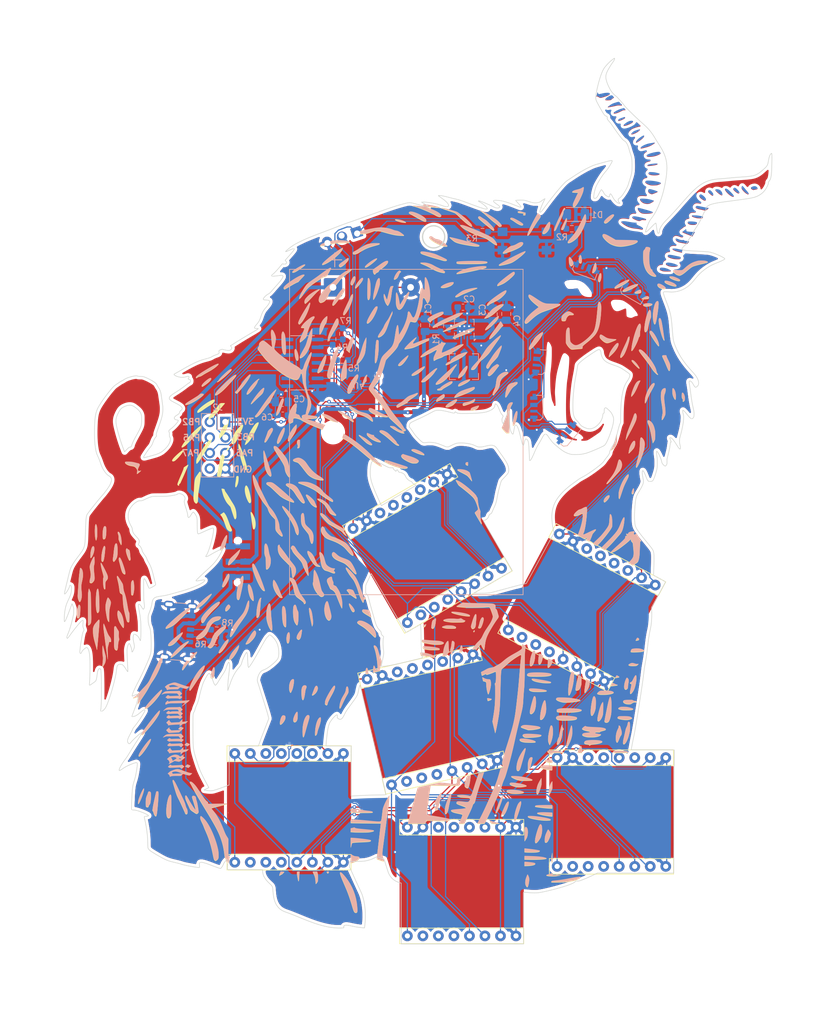
<source format=kicad_pcb>
(kicad_pcb (version 20241229) (generator "pcbnew") (generator_version "9.0")
  (layers (0 "F.Cu" signal) (2 "B.Cu" signal) (13 "F.Paste" user) (15 "B.Paste" user) (5 "F.SilkS" user "F.Silkscreen") (7 "B.SilkS" user "B.Silkscreen") (1 "F.Mask" user) (3 "B.Mask" user) (25 "Edge.Cuts" user))
  (net 0 "")
  (net 1 "BATT")
  (net 2 "GND")
  (net 3 "Net-(SW1-B)")
  (net 4 "Net-(U3-EN)")
  (net 5 "+3V3")
  (net 6 "Net-(D1-A)")
  (net 7 "Net-(D2-DIN)")
  (net 9 "LED_ARRAY")
  (net 10 "PA5")
  (net 18 "Net-(D15-DOUT)")
  (net 19 "Net-(J1-CC2)")
  (net 20 "VBUS")
  (net 21 "Net-(J1-CC1)")
  (net 22 "UPDI")
  (net 23 "Net-(U3-L2)")
  (net 24 "Net-(U3-L1)")
  (net 25 "SCL")
  (net 31 "MB_CLOCK")
  (net 32 "SDA")
  (net 63 "BUTTON")
  (net 64 "Net-(U1-~{RESET}{slash}PA0)")
  (net 65 "PA6")
  (net 66 "PB3")
  (net 67 "MB_CLOCK_L")
  (net 68 "MB_CLOCK_H")
  (net 69 "PA7")
  (net 70 "PB2")
  (net 74 "Net-(D17-DOUT)")
  (net 75 "Net-(D24-DOUT)")
  (footprint "MiniBadge:MiniBadge_Slot_Reflective" (layer "F.Cu") (at 160.518766 98.127681 -28)
    (property "Reference" "MB1" (hide yes))
    (property "Value" "MiniBadge_Full" (hide yes))
  )
  (footprint "MiniBadge:MiniBadge_Slot_Reflective" (layer "F.Cu") (at 128.053788 122.601702 13)
    (property "Reference" "MB5" (hide yes))
    (property "Value" "MiniBadge_Full" (hide yes))
  )
  (footprint "krampus:krampus_expansion_front_silk" (layer "F.Cu") (at 141.027158 93.520602)
    (property "Reference" "REF**" (hide yes))
    (property "Value" "krampus_expansion_front_silk" (hide yes))
  )
  (footprint "MiniBadge:MiniBadge_Slot_Reflective" (layer "F.Cu") (at 159.414519 135.160818)
    (property "Reference" "MB2" (hide yes))
    (property "Value" "MiniBadge_Full" (hide yes))
  )
  (footprint "krampus:krampus_expansion_board_inner_cuts" (layer "F.Cu") (at 144.259627 94.268284)
    (property "Reference" "REF**" (hide yes))
    (property "Value" "krampus_expansion_board_inner_cuts" (hide yes))
    (fp_poly (pts (xy -53.397003 -15.479792) (xy -53.254828 -15.460187) (xy -53.116778 -15.422071) (xy -52.976153 -15.362258) (xy -52.826256 -15.27756) (xy -52.660387 -15.16479) (xy -52.471848 -15.020762) (xy -52.324459 -14.901015) (xy -52.116461 -14.716484) (xy -51.950519 -14.539586) (xy -51.821148 -14.36247) (xy -51.722863 -14.177284) (xy -51.650178 -13.976175) (xy -51.632144 -13.909989) (xy -51.617816 -13.845354) (xy -51.606892 -13.773557) (xy -51.598965 -13.687107) (xy -51.593632 -13.578509) (xy -51.590486 -13.44027) (xy -51.589122 -13.264896) (xy -51.589015 -13.1125) (xy -51.590419 -12.876235) (xy -51.594637 -12.681689) (xy -51.602601 -12.520618) (xy -51.615243 -12.384777) (xy -51.633498 -12.265921) (xy -51.658297 -12.155804) (xy -51.690573 -12.046182) (xy -51.719119 -11.9625) (xy -51.769267 -11.835233) (xy -51.840387 -11.676983) (xy -51.933565 -11.485591) (xy -52.049892 -11.2589) (xy -52.190455 -10.994749) (xy -52.356343 -10.69098) (xy -52.399735 -10.6125) (xy -52.576185 -10.290679) (xy -52.727304 -10.007464) (xy -52.854724 -9.759355) (xy -52.960075 -9.542851) (xy -53.044989 -9.35445) (xy -53.111094 -9.190652) (xy -53.160023 -9.047955) (xy -53.193407 -8.922858) (xy -53.198989 -8.896546) (xy -53.228966 -8.788927) (xy -53.274099 -8.719528) (xy -53.34613 -8.67669) (xy -53.4466 -8.650645) (xy -53.525387 -8.630109) (xy -53.603607 -8.59644) (xy -53.686109 -8.545646) (xy -53.777742 -8.473732) (xy -53.883358 -8.376704) (xy -54.007806 -8.250569) (xy -54.155936 -8.091331) (xy -54.244265 -7.99375) (xy -54.301167 -7.932485) (xy -54.34447 -7.889602) (xy -54.363634 -7.875) (xy -54.380361 -7.895596) (xy -54.402117 -7.94375) (xy -54.419329 -7.989024) (xy -54.451 -8.071912) (xy -54.493662 -8.183351) (xy -54.543847 -8.314281) (xy -54.589177 -8.432435) (xy -54.749945 -8.866989) (xy -54.910597 -9.331062) (xy -55.068008 -9.814148) (xy -55.219053 -10.305742) (xy -55.360604 -10.795339) (xy -55.489537 -11.272435) (xy -55.602727 -11.726523) (xy -55.697046 -12.1471) (xy -55.703151 -12.176411) (xy -55.756379 -12.480845) (xy -55.782498 -12.759902) (xy -55.780122 -13.023084) (xy -55.747867 -13.279895) (xy -55.684349 -13.539835) (xy -55.588182 -13.812408) (xy -55.457983 -14.107115) (xy -55.406488 -14.2125) (xy -55.279289 -14.453795) (xy -55.157389 -14.65324) (xy -55.034621 -14.817652) (xy -54.904818 -14.953849) (xy -54.761815 -15.068648) (xy -54.599443 -15.168868) (xy -54.491291 -15.224291) (xy -54.229448 -15.339363) (xy -53.991391 -15.419334) (xy -53.767979 -15.46673) (xy -53.550065 -15.484072) (xy -53.55 -15.484073)) (stroke (width 0.1)) (fill no) (layer "Edge.Cuts"))
    (fp_poly (pts (xy -13.505377 -6.436342) (xy -13.44393 -6.421137) (xy -13.367755 -6.395159) (xy -13.273655 -6.35709) (xy -13.158436 -6.305615) (xy -13.018901 -6.239419) (xy -12.851855 -6.157186) (xy -12.654101 -6.057601) (xy -12.422446 -5.939347) (xy -12.153692 -5.801108) (xy -11.844644 -5.641571) (xy -11.748695 -5.591995) (xy -11.546088 -5.488765) (xy -11.378967 -5.407876) (xy -11.239408 -5.346853) (xy -11.119488 -5.303225) (xy -11.011284 -5.274518) (xy -10.906872 -5.258259) (xy -10.798331 -5.251975) (xy -10.677736 -5.253193) (xy -10.664682 -5.253633) (xy -10.413513 -5.2625) (xy -10.392571 -5.132638) (xy -10.375627 -5.052135) (xy -10.349029 -5.001571) (xy -10.299715 -4.960998) (xy -10.267065 -4.940941) (xy -10.186472 -4.884872) (xy -10.100524 -4.812702) (xy -10.063677 -4.777053) (xy -9.995168 -4.710335) (xy -9.952657 -4.680774) (xy -9.930987 -4.686419) (xy -9.925 -4.724606) (xy -9.909026 -4.773479) (xy -9.869096 -4.835473) (xy -9.852612 -4.855228) (xy -9.804752 -4.904631) (xy -9.77081 -4.921142) (xy -9.733339 -4.910802) (xy -9.716761 -4.902281) (xy -9.660967 -4.853488) (xy -9.626649 -4.796658) (xy -9.590833 -4.699122) (xy -9.562513 -4.6319) (xy -9.531889 -4.587558) (xy -9.489165 -4.558666) (xy -9.424541 -4.53779) (xy -9.328219 -4.517499) (xy -9.234529 -4.499236) (xy -9.009535 -4.438655) (xy -8.812451 -4.353169) (xy -8.651456 -4.246636) (xy -8.599915 -4.199915) (xy -8.537112 -4.122393) (xy -8.465489 -4.009635) (xy -8.392543 -3.873667) (xy -8.378286 -3.844392) (xy -8.312489 -3.713862) (xy -8.251362 -3.612432) (xy -8.182364 -3.522257) (xy -8.092954 -3.425494) (xy -8.061791 -3.394026) (xy -7.948519 -3.290376) (xy -7.829571 -3.197983) (xy -7.714551 -3.123032) (xy -7.613066 -3.071707) (xy -7.534721 -3.050192) (xy -7.527257 -3.049907) (xy -7.463699 -3.033746) (xy -7.397597 -2.994072) (xy -7.34576 -2.943695) (xy -7.325 -2.895772) (xy -7.303773 -2.839032) (xy -7.245114 -2.767055) (xy -7.156555 -2.68647) (xy -7.045629 -2.603906) (xy -6.919872 -2.525993) (xy -6.880349 -2.504501) (xy -6.791006 -2.456637) (xy -6.721316 -2.417635) (xy -6.681059 -2.393056) (xy -6.675 -2.387766) (xy -6.683645 -2.380166) (xy -6.710702 -2.362062) (xy -6.757857 -2.332462) (xy -6.826794 -2.290374) (xy -6.919198 -2.234804) (xy -7.036754 -2.164762) (xy -7.181147 -2.079255) (xy -7.354061 -1.977289) (xy -7.557183 -1.857873) (xy -7.792196 -1.720015) (xy -8.060786 -1.562722) (xy -8.364637 -1.385002) (xy -8.705435 -1.185863) (xy -9.084863 -0.964311) (xy -9.504608 -0.719356) (xy -9.8375 -0.525158) (xy -10.152362 -0.341489) (xy -10.456131 -0.164262) (xy -10.745892 0.00482) (xy -11.018729 0.164056) (xy -11.271726 0.311741) (xy -11.501969 0.446174) (xy -11.70654 0.565652) (xy -11.882525 0.668473) (xy -12.027007 0.752933) (xy -12.137072 0.81733) (xy -12.209802 0.859961) (xy -12.242284 0.879124) (xy -12.242389 0.879188) (xy -12.322278 0.927395) (xy -12.361086 0.868167) (xy -12.385524 0.823308) (xy -12.427493 0.737632) (xy -12.484704 0.616223) (xy -12.554869 0.464167) (xy -12.635698 0.28655) (xy -12.724902 0.088456) (xy -12.820191 -0.125028) (xy -12.919277 -0.348817) (xy -13.019871 -0.577826) (xy -13.119683 -0.806969) (xy -13.216424 -1.03116) (xy -13.224507 -1.05) (xy -13.410563 -1.49064) (xy -13.573436 -1.892482) (xy -13.714151 -2.260476) (xy -13.833731 -2.599574) (xy -13.9332 -2.914729) (xy -14.013582 -3.210891) (xy -14.0759 -3.493012) (xy -14.121178 -3.766044) (xy -14.150439 -4.034938) (xy -14.164708 -4.304646) (xy -14.165007 -4.580119) (xy -14.152361 -4.866309) (xy -14.127794 -5.168168) (xy -14.110403 -5.335172) (xy -14.075441 -5.603402) (xy -14.034259 -5.826186) (xy -13.985191 -6.007871) (xy -13.926572 -6.152804) (xy -13.856735 -6.265331) (xy -13.774015 -6.3498) (xy -13.703536 -6.396794) (xy -13.667795 -6.415727) (xy -13.633305 -6.430464) (xy -13.596869 -6.439689) (xy -13.555292 -6.442087)) (stroke (width 0.1)) (fill no) (layer "Edge.Cuts"))
    (fp_poly (pts (xy -15.823853 30.292117) (xy -15.809912 30.325116) (xy -15.78741 30.400461) (xy -15.757851 30.511519) (xy -15.722737 30.65166) (xy -15.683573 30.814253) (xy -15.641862 30.992665) (xy -15.599107 31.180266) (xy -15.556813 31.370424) (xy -15.516483 31.556508) (xy -15.479621 31.731888) (xy -15.447729 31.88993) (xy -15.422312 32.024005) (xy -15.404873 32.12748) (xy -15.400306 32.160094) (xy -15.383097 32.267158) (xy -15.360699 32.368798) (xy -15.338739 32.440764) (xy -15.329971 32.465451) (xy -15.318465 32.502588) (xy -15.303742 32.554135) (xy -15.285324 32.622056) (xy -15.262731 32.708313) (xy -15.235486 32.814868) (xy -15.20311 32.943683) (xy -15.165124 33.09672) (xy -15.12105 33.275942) (xy -15.07041 33.48331) (xy -15.012723 33.720788) (xy -14.947513 33.990338) (xy -14.874301 34.29392) (xy -14.792607 34.633499) (xy -14.701954 35.011036) (xy -14.601863 35.428493) (xy -14.491854 35.887832) (xy -14.371451 36.391017) (xy -14.240174 36.940008) (xy -14.178027 37.2) (xy -14.01789 37.870196) (xy -13.859161 38.534903) (xy -13.702269 39.192307) (xy -13.547645 39.840591) (xy -13.395718 40.47794) (xy -13.246919 41.10254) (xy -13.101679 41.712575) (xy -12.960428 42.306229) (xy -12.823595 42.881689) (xy -12.691612 43.437139) (xy -12.564909 43.970763) (xy -12.443915 44.480746) (xy -12.329062 44.965274) (xy -12.22078 45.42253) (xy -12.119498 45.850701) (xy -12.025648 46.247971) (xy -11.939659 46.612524) (xy -11.861962 46.942545) (xy -11.792987 47.23622) (xy -11.733165 47.491733) (xy -11.682925 47.707269) (xy -11.642699 47.881013) (xy -11.612916 48.01115) (xy -11.594007 48.095864) (xy -11.587146 48.128897) (xy -11.570319 48.220295) (xy -11.75391 48.234233) (xy -11.820703 48.237738) (xy -11.930639 48.241628) (xy -12.076865 48.245738) (xy -12.252527 48.249909) (xy -12.450772 48.253977) (xy -12.664745 48.257781) (xy -12.887593 48.261158) (xy -12.9 48.261329) (xy -13.163545 48.265712) (xy -13.457547 48.271965) (xy -13.773602 48.279815) (xy -14.103307 48.288988) (xy -14.438258 48.29921) (xy -14.77005 48.310207) (xy -15.09028 48.321706) (xy -15.390545 48.333432) (xy -15.66244 48.345112) (xy -15.897561 48.356472) (xy -16.0125 48.362734) (xy -16.326801 48.381085) (xy -16.59321 48.397273) (xy -16.811311 48.411269) (xy -16.980688 48.423045) (xy -17.100925 48.432575) (xy -17.16875 48.439456) (xy -17.275 48.453063) (xy -17.275 44.351531) (xy -17.275 40.25) (xy -19.3375 40.25) (xy -21.4 40.25) (xy -21.4 40.167482) (xy -21.397325 40.102389) (xy -21.389779 39.994941) (xy -21.378084 39.85247) (xy -21.362962 39.682309) (xy -21.345133 39.491789) (xy -21.32532 39.288242) (xy -21.304243 39.079) (xy -21.282625 38.871395) (xy -21.261185 38.672759) (xy -21.240646 38.490424) (xy -21.22173 38.331722) (xy -21.211341 38.25) (xy -21.157377 37.866906) (xy -21.101748 37.529936) (xy -21.043456 37.235219) (xy -20.981505 36.978883) (xy -20.914895 36.757055) (xy -20.842631 36.565865) (xy -20.763714 36.401441) (xy -20.712324 36.313336) (xy -20.587185 36.124818) (xy -20.450416 35.937651) (xy -20.307464 35.757908) (xy -20.163776 35.591663) (xy -20.0248 35.444988) (xy -19.895983 35.323959) (xy -19.782774 35.234648) (xy -19.703386 35.188431) (xy -19.636973 35.160192) (xy -19.600115 35.152539) (xy -19.576818 35.165437) (xy -19.558959 35.188114) (xy -19.537074 35.242113) (xy -19.538434 35.321458) (xy -19.542613 35.349453) (xy -19.556955 35.498164) (xy -19.540204 35.613711) (xy -19.487462 35.705519) (xy -19.393831 35.783012) (xy -19.2875 35.840417) (xy -19.170098 35.883266) (xy -19.060803 35.894539) (xy -18.956782 35.87192) (xy -18.855204 35.813093) (xy -18.753237 35.71574) (xy -18.648049 35.577545) (xy -18.536808 35.396192) (xy -18.416682 35.169364) (xy -18.382346 35.1) (xy -18.314319 34.962999) (xy -18.249034 34.836968) (xy -18.183045 34.716609) (xy -18.112911 34.596625) (xy -18.035187 34.471719) (xy -17.946429 34.336593) (xy -17.843193 34.185951) (xy -17.722037 34.014495) (xy -17.579516 33.816929) (xy -17.412186 33.587955) (xy -17.301548 33.4375) (xy -17.097525 33.160013) (xy -16.921069 32.918238) (xy -16.769808 32.70784) (xy -16.641371 32.524483) (xy -16.53339 32.363833) (xy -16.443492 32.221553) (xy -16.369308 32.093308) (xy -16.308467 31.974762) (xy -16.258599 31.861581) (xy -16.217333 31.749429) (xy -16.182299 31.63397) (xy -16.151126 31.510869) (xy -16.121444 31.37579) (xy -16.090882 31.224399) (xy -16.090532 31.222622) (xy -16.035574 30.953957) (xy -15.98552 30.729275) (xy -15.940649 30.549552) (xy -15.901241 30.415765) (xy -15.867576 30.328892) (xy -15.839935 30.28991)) (stroke (width 0.1)) (fill no) (layer "Edge.Cuts"))
    (fp_poly (pts (xy -13.9817 12.07145) (xy -13.940247 12.135116) (xy -13.874921 12.239973) (xy -13.786335 12.384995) (xy -13.675104 12.569155) (xy -13.541841 12.791428) (xy -13.387162 13.050789) (xy -13.211681 13.346211) (xy -13.016011 13.676668) (xy -12.800767 14.041135) (xy -12.566563 14.438586) (xy -12.456871 14.625) (xy -12.395534 14.72936) (xy -12.31291 14.870065) (xy -12.21075 15.044125) (xy -12.090809 15.248549) (xy -11.954836 15.480348) (xy -11.804586 15.736531) (xy -11.64181 16.01411) (xy -11.46826 16.310094) (xy -11.28569 16.621493) (xy -11.09585 16.945317) (xy -10.900493 17.278577) (xy -10.701372 17.618282) (xy -10.500239 17.961443) (xy -10.298846 18.30507) (xy -10.098945 18.646173) (xy -9.902289 18.981762) (xy -9.71063 19.308847) (xy -9.525721 19.624439) (xy -9.349312 19.925547) (xy -9.183158 20.209181) (xy -9.029009 20.472352) (xy -8.888619 20.71207) (xy -8.76374 20.925345) (xy -8.656123 21.109187) (xy -8.567521 21.260606) (xy -8.499687 21.376612) (xy -8.454373 21.454216) (xy -8.439067 21.480509) (xy -8.378687 21.581455) (xy -8.335255 21.644832) (xy -8.302812 21.677519) (xy -8.2754 21.68639) (xy -8.2625 21.684272) (xy -8.223284 21.666592) (xy -8.143396 21.624752) (xy -8.025182 21.56008) (xy -7.870985 21.473905) (xy -7.683151 21.367556) (xy -7.464022 21.242363) (xy -7.215944 21.099653) (xy -6.941261 20.940755) (xy -6.642318 20.766999) (xy -6.575 20.72777) (xy -6.413302 20.634362) (xy -6.265498 20.550634) (xy -6.137076 20.479566) (xy -6.033528 20.424134) (xy -5.960342 20.387318) (xy -5.923008 20.372095) (xy -5.919592 20.372207) (xy -5.912945 20.391187) (xy -5.906588 20.437363) (xy -5.900448 20.512987) (xy -5.894449 20.620313) (xy -5.888517 20.761593) (xy -5.882577 20.93908) (xy -5.876556 21.155025) (xy -5.870378 21.411681) (xy -5.86397 21.711301) (xy -5.857257 22.056138) (xy -5.850164 22.448443) (xy -5.849263 22.5) (xy -5.84299 22.845926) (xy -5.836818 23.148166) (xy -5.830395 23.413031) (xy -5.823372 23.646831) (xy -5.815396 23.855879) (xy -5.806117 24.046485) (xy -5.795183 24.22496) (xy -5.782244 24.397617) (xy -5.766949 24.570766) (xy -5.748946 24.750718) (xy -5.727885 24.943785) (xy -5.703414 25.156278) (xy -5.699815 25.186927) (xy -5.680444 25.358297) (xy -5.664444 25.513164) (xy -5.652406 25.644643) (xy -5.644916 25.745852) (xy -5.642565 25.809907) (xy -5.644832 25.829831) (xy -5.671828 25.839072) (xy -5.743035 25.859161) (xy -5.854119 25.888975) (xy -6.000743 25.927395) (xy -6.178573 25.973301) (xy -6.383272 26.025573) (xy -6.610507 26.08309) (xy -6.85594 26.144732) (xy -7.075404 26.199478) (xy -7.707227 26.355041) (xy -8.303107 26.498566) (xy -8.861988 26.62984) (xy -9.382813 26.748646) (xy -9.864527 26.854767) (xy -10.306072 26.94799) (xy -10.706394 27.028096) (xy -11.064435 27.094872) (xy -11.37914 27.1481) (xy -11.649452 27.187566) (xy -11.874315 27.213053) (xy -12.052673 27.224346) (xy -12.094535 27.224935) (xy -12.209092 27.223277) (xy -12.282515 27.21733) (xy -12.323584 27.20575) (xy -12.341077 27.187194) (xy -12.341078 27.187193) (xy -12.346267 27.171186) (xy -12.348833 27.151658) (xy -12.347762 27.12317) (xy -12.342038 27.080283) (xy -12.330646 27.017558) (xy -12.312573 26.929556) (xy -12.286802 26.810838) (xy -12.25232 26.655965) (xy -12.20811 26.459498) (xy -12.191866 26.3875) (xy -12.123439 26.079117) (xy -12.067393 25.813355) (xy -12.023095 25.584557) (xy -11.989912 25.387067) (xy -11.967211 25.215227) (xy -11.954357 25.063383) (xy -11.950717 24.925878) (xy -11.955658 24.797055) (xy -11.968547 24.671259) (xy -11.986618 24.554821) (xy -12.016387 24.351807) (xy -12.039705 24.123529) (xy -12.056441 23.879394) (xy -12.066468 23.628809) (xy -12.069656 23.381183) (xy -12.065877 23.145924) (xy -12.055002 22.93244) (xy -12.036901 22.750139) (xy -12.013171 22.61556) (xy -11.988722 22.491147) (xy -11.987162 22.399339) (xy -12.012863 22.326297) (xy -12.070196 22.25818) (xy -12.146166 22.194515) (xy -12.21689 22.135856) (xy -12.267983 22.080266) (xy -12.30493 22.016437) (xy -12.333215 21.933057) (xy -12.358321 21.818816) (xy -12.375843 21.720851) (xy -12.389563 21.648709) (xy -12.406479 21.592025) (xy -12.433147 21.539937) (xy -12.476123 21.481583) (xy -12.541963 21.406103) (xy -12.611571 21.330339) (xy -12.74013 21.18612) (xy -12.851965 21.047295) (xy -12.950242 20.907323) (xy -13.038129 20.75966) (xy -13.118791 20.597767) (xy -13.195396 20.415101) (xy -13.27111 20.205121) (xy -13.3491 19.961286) (xy -13.432533 19.677053) (xy -13.461318 19.575) (xy -13.497362 19.447139) (xy -13.544334 19.281926) (xy -13.599183 19.090015) (xy -13.658856 18.88206) (xy -13.720302 18.668714) (xy -13.78047 18.460632) (xy -13.783552 18.45) (xy -13.846371 18.231397) (xy -13.912812 17.996849) (xy -13.979248 17.759399) (xy -14.042049 17.532091) (xy -14.097585 17.327967) (xy -14.13832 17.175) (xy -14.192234 16.972001) (xy -14.25438 16.742135) (xy -14.319396 16.504987) (xy -14.381918 16.28014) (xy -14.428856 16.114151) (xy -14.478083 15.942547) (xy -14.516585 15.811975) (xy -14.54731 15.715372) (xy -14.573209 15.645677) (xy -14.597232 15.595829) (xy -14.622328 15.558765) (xy -14.651447 15.527424) (xy -14.687538 15.494744) (xy -14.687613 15.494678) (xy -14.75476 15.43447) (xy -14.807005 15.381454) (xy -14.846215 15.328398) (xy -14.874263 15.268069) (xy -14.893017 15.193237) (xy -14.904348 15.09667) (xy -14.910125 14.971136) (xy -14.91222 14.809405) (xy -14.9125 14.625) (xy -14.912582 14.441653) (xy -14.911397 14.292926) (xy -14.9068 14.170173) (xy -14.896646 14.064749) (xy -14.87879 13.968007) (xy -14.851087 13.871304) (xy -14.811391 13.765993) (xy -14.757558 13.643429) (xy -14.687443 13.494966) (xy -14.5989 13.311959) (xy -14.573902 13.260353) (xy -14.490109 13.085699) (xy -14.401963 12.899327) (xy -14.315988 12.715217) (xy -14.23871 12.547349) (xy -14.176657 12.4097) (xy -14.174177 12.404103) (xy -14.1192 12.28246) (xy -14.070177 12.178851) (xy -14.030988 12.101102) (xy -14.005514 12.057041) (xy -13.998665 12.05)) (stroke (width 0.1)) (fill no) (layer "Edge.Cuts"))
    (fp_poly (pts (xy -30.573921 22.090156) (xy -30.470627 22.13888) (xy -30.351213 22.220972) (xy -30.220493 22.331686) (xy -30.083281 22.466275) (xy -29.944393 22.619993) (xy -29.808642 22.788095) (xy -29.680844 22.965834) (xy -29.565813 23.148465) (xy -29.557678 23.1625) (xy -29.413753 23.455249) (xy -29.297204 23.782764) (xy -29.209765 24.136884) (xy -29.153169 24.509448) (xy -29.129151 24.892299) (xy -29.132667 25.16241) (xy -29.147104 25.395908) (xy -29.169797 25.589307) (xy -29.204504 25.752308) (xy -29.254985 25.894611) (xy -29.324998 26.025915) (xy -29.418303 26.155919) (xy -29.538658 26.294323) (xy -29.594088 26.353034) (xy -29.798932 26.555104) (xy -30.035526 26.769076) (xy -30.291157 26.983984) (xy -30.553112 27.188861) (xy -30.625 27.242303) (xy -30.846281 27.400217) (xy -31.041581 27.528718) (xy -31.220652 27.633369) (xy -31.393246 27.719734) (xy -31.569113 27.793376) (xy -31.631692 27.816614) (xy -31.784004 27.878064) (xy -31.905184 27.944642) (xy -32.013671 28.028014) (xy -32.105235 28.11621) (xy -32.224382 28.262777) (xy -32.33828 28.446895) (xy -32.441665 28.656114) (xy -32.529274 28.877984) (xy -32.595842 29.100056) (xy -32.636105 29.309881) (xy -32.643827 29.390087) (xy -32.647808 29.468735) (xy -32.647225 29.535112) (xy -32.639987 29.599965) (xy -32.624006 29.674043) (xy -32.597192 29.768091) (xy -32.557458 29.892858) (xy -32.529629 29.977587) (xy -32.473107 30.151553) (xy -32.409897 30.35031) (xy -32.347264 30.550785) (xy -32.292472 30.729907) (xy -32.28643 30.75) (xy -32.254084 30.856006) (xy -32.208559 31.002548) (xy -32.15208 31.182593) (xy -32.086872 31.389109) (xy -32.015158 31.615063) (xy -31.939165 31.853423) (xy -31.861116 32.097156) (xy -31.809022 32.259214) (xy -31.63939 32.788489) (xy -31.486049 33.272116) (xy -31.348555 33.711565) (xy -31.226466 34.108305) (xy -31.119341 34.463807) (xy -31.026737 34.779541) (xy -30.948213 35.056975) (xy -30.883326 35.29758) (xy -30.831635 35.502826) (xy -30.824433 35.533014) (xy -30.799458 35.646373) (xy -30.787704 35.725798) (xy -30.788163 35.785285) (xy -30.799828 35.838834) (xy -30.80193 35.845514) (xy -30.817073 35.88755) (xy -30.84851 35.970924) (xy -30.894234 36.090441) (xy -30.952239 36.240909) (xy -31.020519 36.417132) (xy -31.097068 36.613919) (xy -31.179879 36.826075) (xy -31.243066 36.9875) (xy -31.385411 37.351018) (xy -31.511093 37.672706) (xy -31.621881 37.95721) (xy -31.719543 38.209178) (xy -31.805847 38.433257) (xy -31.882562 38.634095) (xy -31.951457 38.81634) (xy -32.0143 38.984639) (xy -32.072859 39.143639) (xy -32.128904 39.297989) (xy -32.184203 39.452335) (xy -32.227704 39.575) (xy -32.284821 39.736228) (xy -32.337539 39.884196) (xy -32.383214 40.011551) (xy -32.419203 40.11094) (xy -32.442862 40.175008) (xy -32.450118 40.193623) (xy -32.473813 40.249747) (xy -34.855657 40.256123) (xy -37.2375 40.2625) (xy -37.25 43.4483) (xy -37.2625 46.634101) (xy -37.9625 46.892389) (xy -38.293655 47.013461) (xy -38.605782 47.12536) (xy -38.895051 47.226802) (xy -39.157632 47.316502) (xy -39.389696 47.393177) (xy -39.587412 47.45554) (xy -39.74695 47.502309) (xy -39.864481 47.532197) (xy -39.880197 47.535546) (xy -40.064286 47.56106) (xy -40.284801 47.571299) (xy -40.530607 47.566415) (xy -40.790569 47.546561) (xy -41 47.520189) (xy -41.123905 47.501164) (xy -41.228929 47.483931) (xy -41.305727 47.470107) (xy -41.344954 47.461308) (xy -41.347917 47.45998) (xy -41.352241 47.452476) (xy -41.346072 47.442502) (xy -41.323634 47.426886) (xy -41.279151 47.402455) (xy -41.206849 47.366039) (xy -41.100953 47.314465) (xy -40.955779 47.244606) (xy -40.576512 47.0625) (xy -40.965164 46.35) (xy -41.184158 45.943188) (xy -41.3878 45.554121) (xy -41.574027 45.186998) (xy -41.740776 44.846018) (xy -41.885984 44.535378) (xy -42.007588 44.259277) (xy -42.083001 44.075) (xy -42.17053 43.844142) (xy -42.265942 43.578662) (xy -42.366356 43.287614) (xy -42.468888 42.980056) (xy -42.570658 42.665043) (xy -42.668784 42.35163) (xy -42.760383 42.048875) (xy -42.842574 41.765834) (xy -42.912476 41.511561) (xy -42.966044 41.3) (xy -42.999483 41.152449) (xy -43.029399 41.003434) (xy -43.055981 40.849506) (xy -43.079419 40.68722) (xy -43.0999 40.513127) (xy -43.117613 40.323781) (xy -43.132748 40.115734) (xy -43.145492 39.885539) (xy -43.156035 39.62975) (xy -43.164566 39.344919) (xy -43.171273 39.027598) (xy -43.176345 38.674342) (xy -43.179971 38.281703) (xy -43.182339 37.846233) (xy -43.183638 37.364486) (xy -43.1837 37.325) (xy -43.184133 36.927054) (xy -43.184005 36.575726) (xy -43.183063 36.267634) (xy -43.181053 35.999395) (xy -43.177723 35.767629) (xy -43.172818 35.568953) (xy -43.166086 35.399986) (xy -43.157274 35.257346) (xy -43.146128 35.137651) (xy -43.132396 35.03752) (xy -43.115823 34.953572) (xy -43.096158 34.882423) (xy -43.073146 34.820692) (xy -43.046534 34.764999) (xy -43.01607 34.711961) (xy -42.984354 34.6625) (xy -42.930233 34.562795) (xy -42.882557 34.433885) (xy -42.837983 34.267576) (xy -42.788655 34.090912) (xy -42.718516 33.894572) (xy -42.624172 33.669329) (xy -42.589655 33.592576) (xy -42.481342 33.345391) (xy -42.392395 33.118356) (xy -42.317279 32.894734) (xy -42.250458 32.657786) (xy -42.186396 32.390774) (xy -42.174571 32.3375) (xy -42.090776 31.970854) (xy -42.000643 31.603407) (xy -41.906391 31.243044) (xy -41.810241 30.897651) (xy -41.714413 30.575114) (xy -41.621129 30.283318) (xy -41.532609 30.030149) (xy -41.501949 29.948981) (xy -41.443089 29.809517) (xy -41.365716 29.645045) (xy -41.274493 29.463904) (xy -41.174084 29.274433) (xy -41.069152 29.084973) (xy -40.964359 28.903861) (xy -40.86437 28.739437) (xy -40.773847 28.60004) (xy -40.697454 28.49401) (xy -40.669108 28.459608) (xy -40.61297 28.407763) (xy -40.560056 28.377881) (xy -40.544532 28.375) (xy -40.483753 28.398646) (xy -40.412981 28.467149) (xy -40.334329 28.576848) (xy -40.249907 28.724087) (xy -40.161826 28.905207) (xy -40.072196 29.11655) (xy -39.98913 29.3375) (xy -39.939826 29.476279) (xy -39.889955 29.616674) (xy -39.845206 29.742669) (xy -39.811266 29.838253) (xy -39.810134 29.841441) (xy -39.760145 29.966194) (xy -39.701793 30.086809) (xy -39.641396 30.192148) (xy -39.585269 30.271075) (xy -39.544512 30.309785) (xy -39.494491 30.311915) (xy -39.426387 30.267743) (xy -39.340164 30.177225) (xy -39.23579 30.040317) (xy -39.113227 29.856977) (xy -38.972443 29.62716) (xy -38.898195 29.5) (xy -38.819368 29.367113) (xy -38.720072 29.205749) (xy -38.608295 29.028543) (xy -38.492026 28.848127) (xy -38.379255 28.677137) (xy -38.355004 28.640992) (xy -38.209266 28.421137) (xy -38.0893 28.231057) (xy -37.990201 28.061042) (xy -37.907068 27.901381) (xy -37.834999 27.742365) (xy -37.76909 27.574282) (xy -37.70444 27.387421) (xy -37.673047 27.2902) (xy -37.608347 27.096905) (xy -37.543745 26.92345) (xy -37.481779 26.775475) (xy -37.424988 26.658622) (xy -37.37591 26.578531) (xy -37.337083 26.540845) (xy -37.335579 26.540222) (xy -37.297627 26.549635) (xy -37.26214 26.60435) (xy -37.230962 26.699668) (xy -37.205932 26.830895) (xy -37.19828 26.890391) (xy -37.188173 27.033865) (xy -37.187055 27.210187) (xy -37.195111 27.422049) (xy -37.21253 27.672142) (xy -37.239498 27.963155) (xy -37.276202 28.297779) (xy -37.322358 28.675) (xy -37.374388 29.108079) (xy -37.414745 29.501945) (xy -37.4441 29.865835) (xy -37.463125 30.208989) (xy -37.472489 30.540644) (xy -37.4737 30.759023) (xy -37.472399 31.1625) (xy -37.227082 30.45) (xy -37.159809 30.256088) (xy -37.092369 30.064386) (xy -37.027932 29.883707) (xy -36.969669 29.722868) (xy -36.92075 29.590683) (xy -36.884345 29.495969) (xy -36.880952 29.4875) (xy -36.657974 28.977445) (xy -36.417218 28.510494) (xy -36.155997 28.082084) (xy -35.871624 27.68765) (xy -35.694916 27.472525) (xy -35.564319 27.318897) (xy -35.462417 27.19268) (xy -35.383851 27.084672) (xy -35.323263 26.985673) (xy -35.275295 26.886483) (xy -35.234588 26.777901) (xy -35.195783 26.650725) (xy -35.177085 26.583405) (xy -35.133423 26.437052) (xy -35.078992 26.274295) (xy -35.022841 26.121625) (xy -34.999102 26.0625) (xy -34.947655 25.944135) (xy -34.884165 25.806004) (xy -34.812949 25.656696) (xy -34.738322 25.504799) (xy -34.664597 25.358902) (xy -34.596091 25.227593) (xy -34.537118 25.11946) (xy -34.491993 25.043092) (xy -34.473399 25.016142) (xy -34.427179 24.967306) (xy -34.387121 24.948175) (xy -34.352666 24.961075) (xy -34.323257 25.008331) (xy -34.298334 25.09227) (xy -34.27734 25.215217) (xy -34.259716 25.379498) (xy -34.244904 25.587441) (xy -34.232345 25.841369) (xy -34.224403 26.053439) (xy -34.211287 26.386313) (xy -34.195953 26.673111) (xy -34.178466 26.91323) (xy -34.158892 27.106068) (xy -34.137298 27.25102) (xy -34.113751 27.347484) (xy -34.088316 27.394858) (xy -34.076162 27.4) (xy -34.041823 27.379622) (xy -33.985319 27.321982) (xy -33.910822 27.23232) (xy -33.822502 27.115876) (xy -33.724532 26.977891) (xy -33.638375 26.85) (xy -33.52571 26.676262) (xy -33.407207 26.488235) (xy -33.280912 26.28257) (xy -33.144867 26.055919) (xy -32.997119 25.804934) (xy -32.835711 25.526266) (xy -32.65869 25.216567) (xy -32.464098 24.872488) (xy -32.249981 24.490682) (xy -32.028813 24.093766) (xy -31.837839 23.752302) (xy -31.668091 23.45352) (xy -31.518312 23.195439) (xy -31.387248 22.97608) (xy -31.273644 22.793464) (xy -31.176245 22.645609) (xy -31.093795 22.530537) (xy -31.02504 22.446268) (xy -30.968724 22.390822) (xy -30.934188 22.367114) (xy -30.887536 22.329036) (xy -30.830854 22.26422) (xy -30.793104 22.211586) (xy -30.731205 22.131201) (xy -30.675619 22.086053) (xy -30.656279 22.079545)) (stroke (width 0.1)) (fill no) (layer "Edge.Cuts"))
    (fp_poly (pts (xy 23.328206 -24.593309) (xy 23.372564 -24.576978) (xy 23.410829 -24.548677) (xy 23.438764 -24.518938) (xy 23.535448 -24.368249) (xy 23.586969 -24.19822) (xy 23.596874 -24.07031) (xy 23.612831 -23.910436) (xy 23.657327 -23.725829) (xy 23.725299 -23.528782) (xy 23.811686 -23.331589) (xy 23.911426 -23.146543) (xy 24.019456 -22.985937) (xy 24.067713 -22.926864) (xy 24.222892 -22.770797) (xy 24.406224 -22.62641) (xy 24.622266 -22.491083) (xy 24.875573 -22.362194) (xy 25.170703 -22.237122) (xy 25.4375 -22.138916) (xy 25.682802 -22.053279) (xy 25.886867 -21.981464) (xy 26.055776 -21.921139) (xy 26.195609 -21.869971) (xy 26.31245 -21.825631) (xy 26.412378 -21.785787) (xy 26.501476 -21.748107) (xy 26.585824 -21.71026) (xy 26.671505 -21.669915) (xy 26.7125 -21.650137) (xy 26.883601 -21.559451) (xy 27.089982 -21.436439) (xy 27.329786 -21.282251) (xy 27.568115 -21.120907) (xy 27.762179 -20.986279) (xy 27.918794 -20.875842) (xy 28.042112 -20.786046) (xy 28.136282 -20.71334) (xy 28.205456 -20.654177) (xy 28.253783 -20.605004) (xy 28.285414 -20.562274) (xy 28.304501 -20.522436) (xy 28.315187 -20.481967) (xy 28.319327 -20.34913) (xy 28.289681 -20.189304) (xy 28.228973 -20.009662) (xy 28.139927 -19.817377) (xy 28.025266 -19.619624) (xy 27.940101 -19.494066) (xy 27.771064 -19.241748) (xy 27.623115 -18.982163) (xy 27.493395 -18.708032) (xy 27.379043 -18.41207) (xy 27.2772 -18.086998) (xy 27.185006 -17.725533) (xy 27.112739 -17.3875) (xy 27.047156 -17.029602) (xy 26.990571 -16.660322) (xy 26.942591 -16.274642) (xy 26.902827 -15.867545) (xy 26.870886 -15.434013) (xy 26.846378 -14.969029) (xy 26.828911 -14.467575) (xy 26.818094 -13.924634) (xy 26.81454 -13.5625) (xy 26.808648 -12.6375) (xy 26.729511 -12.482334) (xy 26.691177 -12.403506) (xy 26.655274 -12.320579) (xy 26.620082 -12.227874) (xy 26.583881 -12.119715) (xy 26.544949 -11.990425) (xy 26.501568 -11.834328) (xy 26.452017 -11.645746) (xy 26.394575 -11.419004) (xy 26.337145 -11.1875) (xy 26.25034 -10.846841) (xy 26.1612 -10.518802) (xy 26.071563 -10.209282) (xy 25.98327 -9.924183) (xy 25.89816 -9.669402) (xy 25.818073 -9.450841) (xy 25.744849 -9.274399) (xy 25.7315 -9.245345) (xy 25.671645 -9.128187) (xy 25.594913 -8.992743) (xy 25.51402 -8.86103) (xy 25.478013 -8.806432) (xy 25.384981 -8.658903) (xy 25.293674 -8.494977) (xy 25.20807 -8.323752) (xy 25.132148 -8.154326) (xy 25.069887 -7.995795) (xy 25.025264 -7.857259) (xy 25.002259 -7.747813) (xy 25 -7.713347) (xy 24.9813 -7.624032) (xy 24.925928 -7.503695) (xy 24.834977 -7.354082) (xy 24.709539 -7.176941) (xy 24.550707 -6.974019) (xy 24.496591 -6.908234) (xy 24.397876 -6.784873) (xy 24.292392 -6.645558) (xy 24.194741 -6.509918) (xy 24.137118 -6.425) (xy 24.046321 -6.295545) (xy 23.944743 -6.170736) (xy 23.826058 -6.044226) (xy 23.68394 -5.909672) (xy 23.512065 -5.760726) (xy 23.312401 -5.597673) (xy 22.953399 -5.316475) (xy 22.588495 -5.041866) (xy 22.223389 -4.777696) (xy 21.863784 -4.527817) (xy 21.51538 -4.296076) (xy 21.183878 -4.086326) (xy 20.87498 -3.902415) (xy 20.594387 -3.748194) (xy 20.508838 -3.704404) (xy 20.125579 -3.491045) (xy 19.760516 -3.242702) (xy 19.627768 -3.140653) (xy 19.548017 -3.079271) (xy 19.439255 -2.998056) (xy 19.313449 -2.905821) (xy 19.182569 -2.811381) (xy 19.125 -2.770365) (xy 18.780781 -2.521479) (xy 18.472317 -2.287676) (xy 18.190722 -2.06151) (xy 17.927114 -1.835537) (xy 17.672608 -1.602312) (xy 17.418319 -1.35439) (xy 17.335895 -1.271095) (xy 16.982228 -0.891842) (xy 16.674519 -0.520471) (xy 16.410152 -0.152994) (xy 16.186516 0.214578) (xy 16.000995 0.586233) (xy 15.850976 0.965957) (xy 15.830996 1.025) (xy 15.727038 1.378605) (xy 15.647866 1.739559) (xy 15.593456 2.112257) (xy 15.563787 2.501095) (xy 15.558834 2.910469) (xy 15.578577 3.344774) (xy 15.622993 3.808408) (xy 15.692059 4.305765) (xy 15.785752 4.841243) (xy 15.810852 4.970608) (xy 15.901251 5.428716) (xy 14.997469 7.083108) (xy 14.821091 7.405887) (xy 14.635967 7.744517) (xy 14.443668 8.096131) (xy 14.245765 8.457863) (xy 14.04383 8.826846) (xy 13.839434 9.200216) (xy 13.634148 9.575106) (xy 13.429544 9.94865) (xy 13.227193 10.317982) (xy 13.028665 10.680237) (xy 12.835533 11.032547) (xy 12.649368 11.372048) (xy 12.471741 11.695872) (xy 12.304223 12.001155) (xy 12.148385 12.28503) (xy 12.005799 12.544632) (xy 11.878036 12.777093) (xy 11.766668 12.979549) (xy 11.673265 13.149134) (xy 11.599399 13.28298) (xy 11.546642 13.378223) (xy 11.519867 13.426157) (xy 11.386588 13.6625) (xy 11.187044 13.706914) (xy 10.954806 13.760061) (xy 10.685385 13.824186) (xy 10.389678 13.896547) (xy 10.078584 13.974401) (xy 9.763001 14.055006) (xy 9.453825 14.135619) (xy 9.161955 14.2135) (xy 9.019188 14.252407) (xy 8.751775 14.325645) (xy 8.470698 14.402173) (xy 8.180558 14.48077) (xy 7.885954 14.560214) (xy 7.591485 14.639285) (xy 7.301753 14.716762) (xy 7.021355 14.791424) (xy 6.754894 14.862051) (xy 6.506967 14.927422) (xy 6.282175 14.986316) (xy 6.085119 15.037512) (xy 5.920397 15.079789) (xy 5.792609 15.111928) (xy 5.706356 15.132706) (xy 5.681964 15.138098) (xy 5.545709 15.165199) (xy 5.415818 15.187971) (xy 5.286024 15.206859) (xy 5.150059 15.222306) (xy 5.001653 15.234759) (xy 4.83454 15.244661) (xy 4.642451 15.252457) (xy 4.419117 15.258592) (xy 4.158271 15.263511) (xy 3.85625 15.267627) (xy 3.629184 15.270067) (xy 3.418318 15.271821) (xy 3.228738 15.272882) (xy 3.065535 15.273247) (xy 2.933796 15.27291) (xy 2.838609 15.271868) (xy 2.785065 15.270115) (xy 2.775 15.268614) (xy 2.796209 15.254877) (xy 2.85824 15.217401) (xy 2.958697 15.157593) (xy 3.095181 15.076858) (xy 3.265298 14.9766) (xy 3.466649 14.858226) (xy 3.69684 14.723141) (xy 3.953472 14.57275) (xy 4.23415 14.408458) (xy 4.536477 14.231671) (xy 4.858056 14.043794) (xy 5.19649 13.846233) (xy 5.549384 13.640393) (xy 5.91434 13.427678) (xy 5.923903 13.422107) (xy 6.289203 13.209145) (xy 6.642512 13.002914) (xy 6.981432 12.804828) (xy 7.303564 12.616299) (xy 7.606511 12.438738) (xy 7.887872 12.273559) (xy 8.145251 12.122173) (xy 8.376247 11.985994) (xy 8.578463 11.866432) (xy 8.7495 11.764902) (xy 8.88696 11.682814) (xy 8.988443 11.621582) (xy 9.051552 11.582617) (xy 9.073888 11.567333) (xy 9.073903 11.56727) (xy 9.073122 11.562503) (xy 9.06975 11.553562) (xy 9.062777 11.538699) (xy 9.051189 11.516164) (xy 9.033977 11.484207) (xy 9.010129 11.44108) (xy 8.978632 11.385033) (xy 8.938476 11.314318) (xy 8.888649 11.227184) (xy 8.828139 11.121883) (xy 8.755935 10.996666) (xy 8.671025 10.849782) (xy 8.572399 10.679484) (xy 8.459043 10.484021) (xy 8.329948 10.261644) (xy 8.1841 10.010605) (xy 8.02049 9.729154) (xy 7.838105 9.415542) (xy 7.635933 9.068019) (xy 7.412964 8.684837) (xy 7.168185 8.264246) (xy 6.900586 7.804497) (xy 6.609155 7.30384) (xy 6.512325 7.1375) (xy 6.236878 6.66431) (xy 5.985505 6.232429) (xy 5.757118 5.839956) (xy 5.550631 5.484992) (xy 5.364958 5.165636) (xy 5.199012 4.879988) (xy 5.051706 4.626149) (xy 4.921954 4.402217) (xy 4.808669 4.206293) (xy 4.710764 4.036477) (xy 4.627154 3.890869) (xy 4.556752 3.767568) (xy 4.49847 3.664675) (xy 4.451223 3.580289) (xy 4.413924 3.51251) (xy 4.385486 3.459439) (xy 4.364823 3.419175) (xy 4.350848 3.389818) (xy 4.342475 3.369468) (xy 4.338617 3.356224) (xy 4.338187 3.348187) (xy 4.340099 3.343457) (xy 4.341684 3.341649) (xy 4.374393 3.331996) (xy 4.439543 3.325718) (xy 4.485416 3.32445) (xy 4.634325 3.304766) (xy 4.775711 3.245176) (xy 4.913917 3.142878) (xy 5.053288 2.995071) (xy 5.111993 2.920378) (xy 5.187436 2.806684) (xy 5.222277 2.720069) (xy 5.225 2.694656) (xy 5.243395 2.596019) (xy 5.292302 2.493969) (xy 5.362301 2.399943) (xy 5.443972 2.325377) (xy 5.527895 2.281708) (xy 5.570647 2.275) (xy 5.617021 2.253918) (xy 5.670484 2.1895) (xy 5.732172 2.079981) (xy 5.803228 1.923599) (xy 5.813103 1.9) (xy 5.843708 1.8284) (xy 5.890875 1.720737) (xy 5.950417 1.586439) (xy 6.018147 1.434933) (xy 6.08988 1.27565) (xy 6.112805 1.225) (xy 6.211014 1.004524) (xy 6.292124 0.811914) (xy 6.359433 0.636385) (xy 6.416237 0.467151) (xy 6.465835 0.293429) (xy 6.511524 0.104432) (xy 6.556601 -0.110623) (xy 6.604364 -0.362522) (xy 6.613482 -0.4125) (xy 6.649954 -0.60839) (xy 6.689251 -0.81096) (xy 6.728835 -1.007706) (xy 6.766169 -1.186123) (xy 6.798714 -1.333708) (xy 6.811743 -1.389318) (xy 6.859609 -1.583783) (xy 6.91237 -1.790805) (xy 6.968146 -2.003631) (xy 7.025054 -2.215507) (xy 7.081213 -2.419681) (xy 7.134742 -2.609398) (xy 7.183758 -2.777905) (xy 7.22638 -2.918449) (xy 7.260726 -3.024277) (xy 7.284915 -3.088635) (xy 7.285687 -3.090344) (xy 7.320905 -3.151752) (xy 7.379722 -3.231338) (xy 7.465337 -3.332872) (xy 7.580951 -3.460123) (xy 7.729763 -3.616859) (xy 7.753797 -3.641751) (xy 7.94722 -3.844708) (xy 8.105672 -4.017772) (xy 8.231732 -4.164065) (xy 8.327983 -4.286707) (xy 8.397002 -4.388819) (xy 8.441286 -4.473323) (xy 8.491196 -4.639806) (xy 8.514487 -4.837356) (xy 8.510062 -5.054043) (xy 8.501826 -5.131704) (xy 8.475541 -5.293752) (xy 8.43726 -5.455095) (xy 8.384838 -5.619819) (xy 8.316132 -5.792013) (xy 8.228997 -5.975764) (xy 8.12129 -6.175157) (xy 7.990866 -6.39428) (xy 7.835581 -6.637221) (xy 7.653291 -6.908066) (xy 7.441851 -7.210902) (xy 7.324956 -7.375) (xy 7.202755 -7.54594) (xy 7.079457 -7.719018) (xy 6.961058 -7.885773) (xy 6.853557 -8.037742) (xy 6.762951 -8.166463) (xy 6.695236 -8.263472) (xy 6.692565 -8.26733) (xy 6.562655 -8.448007) (xy 6.447737 -8.590017) (xy 6.340522 -8.699452) (xy 6.233723 -8.782408) (xy 6.120052 -8.844978) (xy 5.99222 -8.893257) (xy 5.918601 -8.914506) (xy 5.804175 -8.938431) (xy 5.681233 -8.950034) (xy 5.543683 -8.948659) (xy 5.385434 -8.93365) (xy 5.200394 -8.904354) (xy 4.982471 -8.860115) (xy 4.725574 -8.800279) (xy 4.625 -8.775449) (xy 4.439753 -8.731099) (xy 4.286544 -8.699516) (xy 4.149809 -8.678173) (xy 4.013983 -8.664543) (xy 3.899719 -8.65769) (xy 3.72616 -8.653127) (xy 3.583711 -8.659988) (xy 3.456673 -8.681688) (xy 3.329352 -8.721639) (xy 3.18605 -8.783252) (xy 3.076762 -8.836603) (xy 2.750942 -8.980478) (xy 2.400576 -9.09591) (xy 2.148034 -9.159015) (xy 1.80107 -9.226197) (xy 1.449295 -9.275652) (xy 1.100908 -9.307105) (xy 0.764106 -9.320279) (xy 0.447088 -9.314899) (xy 0.15805 -9.29069) (xy -0.094809 -9.247375) (xy -0.141697 -9.236043) (xy -0.206157 -9.214299) (xy -0.306783 -9.173827) (xy -0.435067 -9.118355) (xy -0.582502 -9.051612) (xy -0.740582 -8.977326) (xy -0.825 -8.936547) (xy -1.3625 -8.674343) (xy -1.55 -8.675092) (xy -1.65608 -8.679098) (xy -1.746773 -8.693201) (xy -1.842649 -8.721976) (xy -1.95 -8.764045) (xy -2.271651 -8.896384) (xy -2.553518 -9.009364) (xy -2.801223 -9.104561) (xy -3.020387 -9.183554) (xy -3.216633 -9.24792) (xy -3.395582 -9.299237) (xy -3.562856 -9.33908) (xy -3.724077 -9.36903) (xy -3.884866 -9.390661) (xy -4.050845 -9.405552) (xy -4.227635 -9.415281) (xy -4.277894 -9.417225) (xy -4.455858 -9.422225) (xy -4.597244 -9.422453) (xy -4.715298 -9.417329) (xy -4.823268 -9.406271) (xy -4.934398 -9.3887) (xy -4.936302 -9.388358) (xy -5.077758 -9.367821) (xy -5.21934 -9.355637) (xy -5.338174 -9.353692) (xy -5.350138 -9.354254) (xy -5.451412 -9.363613) (xy -5.52803 -9.38331) (xy -5.60352 -9.421368) (xy -5.66673 -9.462174) (xy -5.738509 -9.51742) (xy -5.83724 -9.603144) (xy -5.956307 -9.712768) (xy -6.089092 -9.839716) (xy -6.228977 -9.977411) (xy -6.369345 -10.119275) (xy -6.503578 -10.258733) (xy -6.625058 -10.389206) (xy -6.727168 -10.504119) (xy -6.785012 -10.573572) (xy -6.85305 -10.662604) (xy -6.940402 -10.782785) (xy -7.039367 -10.923191) (xy -7.142243 -11.072896) (xy -7.240225 -11.219301) (xy -7.334545 -11.359815) (xy -7.428103 -11.494541) (xy -7.514519 -11.614631) (xy -7.587416 -11.711239) (xy -7.640412 -11.775519) (xy -7.6446 -11.780072) (xy -7.7625 -11.906186) (xy -7.7625 -12.096843) (xy -7.744495 -12.279666) (xy -7.692279 -12.437187) (xy -7.608552 -12.563235) (xy -7.528202 -12.632415) (xy -7.436741 -12.687213) (xy -7.302802 -12.759094) (xy -7.130178 -12.846193) (xy -6.922661 -12.946644) (xy -6.684044 -13.05858) (xy -6.41812 -13.180136) (xy -6.380877 -13.196937) (xy -5.888817 -13.422372) (xy -5.433134 -13.639313) (xy -5.002254 -13.853436) (xy -4.584606 -14.070418) (xy -4.416524 -14.160436) (xy -4.195838 -14.279212) (xy -4.013276 -14.376145) (xy -3.863224 -14.453628) (xy -3.74007 -14.514052) (xy -3.638205 -14.559809) (xy -3.552014 -14.593291) (xy -3.475887 -14.61689) (xy -3.404212 -14.632998) (xy -3.331377 -14.644008) (xy -3.265519 -14.651034) (xy -3.079659 -14.662496) (xy -2.883311 -14.661986) (xy -2.671712 -14.648785) (xy -2.440099 -14.622169) (xy -2.183709 -14.581417) (xy -1.89778 -14.525807) (xy -1.57755 -14.454619) (xy -1.218254 -14.367129) (xy -0.968223 -14.302931) (xy -0.829102 -14.26781) (xy -0.701627 -14.23784) (xy -0.595973 -14.215247) (xy -0.522318 -14.202258) (xy -0.49783 -14.2) (xy -0.422807 -14.209564) (xy -0.360391 -14.233566) (xy -0.326945 -14.264977) (xy -0.325 -14.274253) (xy -0.316798 -14.312533) (xy -0.300314 -14.361677) (xy -0.281668 -14.403236) (xy -0.258735 -14.413037) (xy -0.214082 -14.394841) (xy -0.194064 -14.384599) (xy -0.114219 -14.338283) (xy -0.0375 -14.286365) (xy 0.025186 -14.24337) (xy 0.090021 -14.209463) (xy 0.164017 -14.183444) (xy 0.254185 -14.164113) (xy 0.367537 -14.15027) (xy 0.511085 -14.140714) (xy 0.691839 -14.134244) (xy 0.873552 -14.130386) (xy 1.079648 -14.128592) (xy 1.322507 -14.129452) (xy 1.592573 -14.132702) (xy 1.880288 -14.13808) (xy 2.176094 -14.145324) (xy 2.470434 -14.15417) (xy 2.753751 -14.164357) (xy 3.016488 -14.175621) (xy 3.249086 -14.187699) (xy 3.441989 -14.20033) (xy 3.455106 -14.201332) (xy 3.790879 -14.229493) (xy 4.083351 -14.259292) (xy 4.339221 -14.292167) (xy 4.56519 -14.329556) (xy 4.767957 -14.372899) (xy 4.954219 -14.423633) (xy 5.130678 -14.483196) (xy 5.304032 -14.553028) (xy 5.480979 -14.634567) (xy 5.4875 -14.637739) (xy 5.717277 -14.760724) (xy 5.900509 -14.884279) (xy 6.040572 -15.011767) (xy 6.140843 -15.146552) (xy 6.204696 -15.291998) (xy 6.224424 -15.371872) (xy 6.2579 -15.531511) (xy 6.288405 -15.641625) (xy 6.316051 -15.702592) (xy 6.327132 -15.713818) (xy 6.36873 -15.712441) (xy 6.430341 -15.678158) (xy 6.502667 -15.618573) (xy 6.576414 -15.541291) (xy 6.639268 -15.458487) (xy 6.684592 -15.381214) (xy 6.741561 -15.27053) (xy 6.803734 -15.139637) (xy 6.864673 -15.001742) (xy 6.881123 -14.9625) (xy 6.938309 -14.824278) (xy 6.994788 -14.687842) (xy 7.044969 -14.566693) (xy 7.083261 -14.474333) (xy 7.091344 -14.45486) (xy 7.213665 -14.215323) (xy 7.38024 -13.976283) (xy 7.471537 -13.867296) (xy 7.532647 -13.795067) (xy 7.577992 -13.735463) (xy 7.599336 -13.699461) (xy 7.6 -13.696064) (xy 7.587656 -13.662823) (xy 7.555356 -13.601121) (xy 7.511874 -13.527263) (xy 7.432985 -13.362752) (xy 7.39379 -13.185622) (xy 7.393818 -12.989817) (xy 7.432598 -12.769281) (xy 7.448311 -12.709509) (xy 7.483239 -12.617511) (xy 7.527546 -12.547308) (xy 7.573703 -12.508631) (xy 7.605467 -12.506343) (xy 7.62351 -12.532258) (xy 7.657265 -12.599035) (xy 7.704209 -12.700977) (xy 7.761819 -12.832389) (xy 7.827575 -12.987576) (xy 7.898952 -13.160841) (xy 7.936571 -13.253995) (xy 8.054997 -13.54678) (xy 8.157793 -13.795188) (xy 8.246337 -14.001861) (xy 8.322008 -14.16944) (xy 8.386187 -14.300565) (xy 8.440252 -14.397879) (xy 8.485582 -14.464022) (xy 8.523556 -14.501635) (xy 8.555555 -14.513359) (xy 8.582957 -14.501837) (xy 8.586481 -14.498542) (xy 8.593825 -14.466375) (xy 8.600912 -14.385873) (xy 8.607677 -14.2587) (xy 8.614055 -14.086521) (xy 8.619983 -13.870998) (xy 8.625396 -13.613798) (xy 8.628918 -13.405024) (xy 8.635673 -13.036361) (xy 8.644248 -12.713159) (xy 8.65524 -12.430891) (xy 8.669241 -12.185032) (xy 8.686848 -11.971058) (xy 8.708654 -11.784443) (xy 8.735254 -11.620662) (xy 8.767244 -11.475189) (xy 8.805218 -11.343501) (xy 8.849771 -11.22107) (xy 8.901497 -11.103373) (xy 8.942171 -11.021612) (xy 9.019677 -10.887339) (xy 9.088501 -10.799792) (xy 9.147935 -10.759694) (xy 9.193586 -10.76525) (xy 9.214293 -10.782211) (xy 9.232099 -10.808851) (xy 9.248762 -10.851839) (xy 9.26604 -10.917846) (xy 9.285688 -11.013542) (xy 9.309465 -11.145596) (xy 9.337762 -11.3125) (xy 9.381012 -11.560475) (xy 9.420674 -11.762731) (xy 9.458045 -11.923307) (xy 9.494423 -12.046247) (xy 9.531107 -12.13559) (xy 9.569395 -12.195378) (xy 9.610584 -12.229653) (xy 9.635449 -12.23922) (xy 9.704405 -12.23826) (xy 9.771911 -12.197719) (xy 9.841423 -12.114437) (xy 9.916395 -11.985254) (xy 9.919264 -11.979658) (xy 9.977401 -11.858501) (xy 10.033931 -11.724486) (xy 10.090253 -11.572985) (xy 10.147767 -11.399367) (xy 10.207872 -11.199005) (xy 10.271967 -10.967268) (xy 10.341451 -10.699527) (xy 10.417724 -10.391153) (xy 10.487433 -10.1) (xy 10.534118 -9.905904) (xy 10.581052 -9.716597) (xy 10.625981 -9.540743) (xy 10.666654 -9.387005) (xy 10.700816 -9.264048) (xy 10.726214 -9.180534) (xy 10.727652 -9.176253) (xy 10.778186 -9.039614) (xy 10.822401 -8.950299) (xy 10.862138 -8.908712) (xy 10.899238 -8.915253) (xy 10.935543 -8.970326) (xy 10.972895 -9.074332) (xy 11.013135 -9.227675) (xy 11.015862 -9.239221) (xy 11.071214 -9.4664) (xy 11.119714 -9.646843) (xy 11.162242 -9.783216) (xy 11.199684 -9.87818) (xy 11.232921 -9.9344) (xy 11.251864 -9.950998) (xy 11.328098 -9.965304) (xy 11.414881 -9.939231) (xy 11.503345 -9.878474) (xy 11.584621 -9.78873) (xy 11.636465 -9.703973) (xy 11.675914 -9.600111) (xy 11.711852 -9.45133) (xy 11.74437 -9.256848) (xy 11.773558 -9.015881) (xy 11.799505 -8.727643) (xy 11.822301 -8.391352) (xy 11.842035 -8.006224) (xy 11.848627 -7.85) (xy 11.860551 -7.552934) (xy 11.87076 -7.301867) (xy 11.879468 -7.092834) (xy 11.886889 -6.921873) (xy 11.893238 -6.785019) (xy 11.898728 -6.678309) (xy 11.903575 -6.597778) (xy 11.907993 -6.539463) (xy 11.912196 -6.4994) (xy 11.916399 -6.473625) (xy 11.920815 -6.458174) (xy 11.924286 -6.451155) (xy 11.961342 -6.428694) (xy 12.014638 -6.450262) (xy 12.081123 -6.513757) (xy 12.151421 -6.607555) (xy 12.220204 -6.718998) (xy 12.298631 -6.862956) (xy 12.388138 -7.042398) (xy 12.490159 -7.260296) (xy 12.606132 -7.51962) (xy 12.726235 -7.796995) (xy 12.864932 -8.113974) (xy 12.994466 -8.393529) (xy 13.120157 -8.646096) (xy 13.247324 -8.882108) (xy 13.381287 -9.112) (xy 13.469972 -9.25585) (xy 13.559363 -9.402421) (xy 13.66175 -9.57729) (xy 13.767767 -9.764032) (xy 13.868045 -9.946226) (xy 13.928559 -10.05987) (xy 14.034099 -10.257231) (xy 14.123357 -10.413585) (xy 14.199845 -10.533838) (xy 14.267076 -10.622897) (xy 14.328561 -10.685669) (xy 14.387812 -10.727063) (xy 14.415677 -10.740439) (xy 14.514732 -10.7628) (xy 14.613178 -10.744881) (xy 14.713646 -10.684823) (xy 14.818769 -10.580771) (xy 14.931178 -10.430865) (xy 14.995019 -10.331523) (xy 15.071482 -10.213405) (xy 15.155713 -10.09299) (xy 15.235255 -9.987691) (xy 15.276872 -9.9375) (xy 15.355792 -9.842252) (xy 15.434916 -9.738155) (xy 15.495622 -9.65) (xy 15.56057 -9.559127) (xy 15.649242 -9.455354) (xy 15.764734 -9.335667) (xy 15.910143 -9.197053) (xy 16.088564 -9.036499) (xy 16.303094 -8.850993) (xy 16.407573 -8.7625) (xy 16.702497 -8.518668) (xy 16.969709 -8.308513) (xy 17.215039 -8.128634) (xy 17.444314 -7.975627) (xy 17.663363 -7.846088) (xy 17.878015 -7.736614) (xy 18.094098 -7.643802) (xy 18.317442 -7.564249) (xy 18.553874 -7.494551) (xy 18.6 -7.482338) (xy 18.679911 -7.462376) (xy 18.75212 -7.447211) (xy 18.825357 -7.436186) (xy 18.908349 -7.428643) (xy 19.009827 -7.423923) (xy 19.138518 -7.421369) (xy 19.303153 -7.420323) (xy 19.425 -7.420144) (xy 19.673621 -7.421471) (xy 19.884388 -7.426455) (xy 20.069378 -7.436165) (xy 20.240669 -7.45167) (xy 20.410339 -7.474037) (xy 20.590466 -7.504334) (xy 20.771184 -7.539201) (xy 20.943048 -7.576501) (xy 21.111975 -7.619383) (xy 21.285946 -7.670498) (xy 21.472946 -7.732494) (xy 21.680958 -7.808022) (xy 21.917965 -7.899732) (xy 22.19195 -8.010272) (xy 22.197986 -8.012743) (xy 22.596775 -8.177885) (xy 22.95399 -8.329524) (xy 23.268858 -8.467296) (xy 23.540607 -8.590838) (xy 23.768466 -8.699789) (xy 23.951664 -8.793783) (xy 24.089429 -8.87246) (xy 24.180989 -8.935455) (xy 24.2057 -8.957367) (xy 24.306468 -9.074763) (xy 24.412396 -9.231112) (xy 24.524251 -9.427995) (xy 24.642798 -9.666988) (xy 24.768806 -9.949671) (xy 24.90304 -10.277621) (xy 25.046268 -10.652417) (xy 25.09928 -10.796647) (xy 25.264855 -11.270048) (xy 25.402025 -11.703078) (xy 25.510927 -12.096415) (xy 25.591699 -12.45074) (xy 25.644479 -12.766733) (xy 25.669405 -13.045074) (xy 25.666615 -13.286442) (xy 25.641322 -13.468903) (xy 25.601397 -13.607812) (xy 25.538249 -13.771348) (xy 25.459019 -13.944417) (xy 25.37085 -14.111922) (xy 25.280885 -14.25877) (xy 25.240825 -14.31528) (xy 25.171422 -14.398161) (xy 25.072678 -14.503467) (xy 24.954035 -14.622065) (xy 24.824935 -14.744822) (xy 24.694821 -14.862604) (xy 24.573134 -14.966278) (xy 24.540958 -14.992251) (xy 24.435082 -15.056753) (xy 24.340408 -15.073603) (xy 24.258245 -15.0427) (xy 24.22876 -15.016504) (xy 24.185982 -14.95889) (xy 24.156053 -14.886159) (xy 24.137141 -14.789398) (xy 24.127415 -14.659696) (xy 24.125 -14.511806) (xy 24.125 -14.235781) (xy 24.05018 -14.191584) (xy 23.993148 -14.15031) (xy 23.953362 -14.098658) (xy 23.926325 -14.025878) (xy 23.907543 -13.921221) (xy 23.897113 -13.825516) (xy 23.870031 -13.637688) (xy 23.822198 -13.450993) (xy 23.749359 -13.251176) (xy 23.675948 -13.08453) (xy 23.573768 -12.885505) (xy 23.45901 -12.704689) (xy 23.321654 -12.527961) (xy 23.151679 -12.3412) (xy 23.139576 -12.3287) (xy 22.936794 -12.133493) (xy 22.742938 -11.977585) (xy 22.547245 -11.854313) (xy 22.338951 -11.757016) (xy 22.107294 -11.679033) (xy 22.075463 -11.670121) (xy 21.852404 -11.63146) (xy 21.613667 -11.634302) (xy 21.356952 -11.679067) (xy 21.079963 -11.766175) (xy 20.780403 -11.896046) (xy 20.745675 -11.913109) (xy 20.569727 -12.00593) (xy 20.430349 -12.093979) (xy 20.316188 -12.186762) (xy 20.215895 -12.293781) (xy 20.118118 -12.42454) (xy 20.096172 -12.456907) (xy 19.992438 -12.597738) (xy 19.86146 -12.75354) (xy 19.716025 -12.909324) (xy 19.675369 -12.95) (xy 19.509894 -13.124492) (xy 19.380959 -13.289415) (xy 19.280465 -13.457732) (xy 19.200315 -13.642407) (xy 19.152235 -13.7875) (xy 19.101363 -13.998436) (xy 19.060807 -14.25505) (xy 19.030611 -14.554085) (xy 19.010821 -14.892285) (xy 19.001482 -15.266393) (xy 19.002638 -15.673154) (xy 19.014337 -16.10931) (xy 19.036621 -16.571607) (xy 19.069538 -17.056786) (xy 19.101572 -17.4375) (xy 19.143261 -17.876084) (xy 19.185427 -18.276253) (xy 19.229713 -18.64958) (xy 19.27776 -19.007636) (xy 19.33121 -19.361994) (xy 19.391705 -19.724227) (xy 19.460887 -20.105905) (xy 19.534271 -20.4875) (xy 19.575903 -20.703518) (xy 19.6163 -20.921127) (xy 19.653839 -21.13099) (xy 19.686899 -21.323774) (xy 19.713857 -21.490142) (xy 19.733091 -21.62076) (xy 19.73845 -21.6625) (xy 19.761155 -21.827142) (xy 19.786233 -21.965992) (xy 19.81189 -22.07004) (xy 19.828752 -22.116313) (xy 19.884543 -22.203753) (xy 19.98003 -22.31448) (xy 20.1121 -22.445953) (xy 20.277638 -22.595626) (xy 20.473531 -22.760957) (xy 20.696664 -22.939403) (xy 20.943924 -23.128418) (xy 21.212196 -23.325461) (xy 21.498368 -23.527987) (xy 21.799324 -23.733453) (xy 21.85 -23.767336) (xy 22.13017 -23.953439) (xy 22.372449 -24.112529) (xy 22.580018 -24.246111) (xy 22.756056 -24.355689) (xy 22.903743 -24.442767) (xy 23.026258 -24.508849) (xy 23.126783 -24.55544) (xy 23.208496 -24.584044) (xy 23.274577 -24.596165)) (stroke (width 0.1)) (fill no) (layer "Edge.Cuts"))
  )
  (footprint "MiniBadge:MiniBadge_Slot_Reflective" (layer "F.Cu") (at 134.902891 146.530984)
    (property "Reference" "MB3" (hide yes))
    (property "Value" "MiniBadge_Full" (hide yes))
  )
  (footprint "krampus:krampus_back_silk_2" (layer "F.Cu") (at 140.698308 133.116601)
    (property "Reference" "REF**" (hide yes))
    (property "Value" "krampus_back_silk_2" (hide yes))
  )
  (footprint "krampus:krampus_expansion_board_edgecut" (layer "F.Cu") (at 141.5 97)
    (property "Reference" "REF**" (hide yes))
    (property "Value" "krampus_expansion_board_edgecut" (hide yes))
    (fp_poly (pts (xy 28.596855 -74.954115) (xy 28.593675 -74.897789) (xy 28.573082 -74.815518) (xy 28.537332 -74.716799) (xy 28.498623 -74.630915) (xy 28.451686 -74.546471) (xy 28.383519 -74.437573) (xy 28.303761 -74.319104) (xy 28.232313 -74.219659) (xy 28.156465 -74.113166) (xy 28.064007 -73.97624) (xy 27.963344 -73.821742) (xy 27.862881 -73.662533) (xy 27.787669 -73.539358) (xy 27.612571 -73.240351) (xy 27.46748 -72.974341) (xy 27.351298 -72.735175) (xy 27.262928 -72.516702) (xy 27.201272 -72.312769) (xy 27.165234 -72.117225) (xy 27.153715 -71.923919) (xy 27.165618 -71.726698) (xy 27.199847 -71.519411) (xy 27.255304 -71.295906) (xy 27.330891 -71.050031) (xy 27.339174 -71.025) (xy 27.423884 -70.795052) (xy 27.531405 -70.541342) (xy 27.654457 -70.278838) (xy 27.785757 -70.022509) (xy 27.918026 -69.787322) (xy 28.022716 -69.619819) (xy 28.134434 -69.462678) (xy 28.259849 -69.304996) (xy 28.391315 -69.154988) (xy 28.521185 -69.02087) (xy 28.64181 -68.910858) (xy 28.745544 -68.833168) (xy 28.766872 -68.82036) (xy 28.819848 -68.78483) (xy 28.885578 -68.729756) (xy 28.967804 -68.651404) (xy 29.070266 -68.546039) (xy 29.196704 -68.409927) (xy 29.350859 -68.239334) (xy 29.367185 -68.221083) (xy 29.501111 -68.069926) (xy 29.634343 -67.917141) (xy 29.760121 -67.77066) (xy 29.871685 -67.63841) (xy 29.962278 -67.52832) (xy 30.018877 -67.456604) (xy 30.123355 -67.321201) (xy 30.223331 -67.196101) (xy 30.32394 -67.075702) (xy 30.430321 -66.9544) (xy 30.54761 -66.826592) (xy 30.680947 -66.686676) (xy 30.835467 -66.529048) (xy 31.016309 -66.348105) (xy 31.21928 -66.147431) (xy 31.473061 -65.898824) (xy 31.716256 -65.663517) (xy 31.956214 -65.434635) (xy 32.200284 -65.205306) (xy 32.455817 -64.968658) (xy 32.73016 -64.717816) (xy 33.030663 -64.445909) (xy 33.238111 -64.259451) (xy 33.531423 -63.99193) (xy 33.791207 -63.744223) (xy 34.023793 -63.508635) (xy 34.235508 -63.27747) (xy 34.432682 -63.043031) (xy 34.621642 -62.797621) (xy 34.808719 -62.533545) (xy 35.000239 -62.243107) (xy 35.202533 -61.91861) (xy 35.311902 -61.7375) (xy 35.410557 -61.57438) (xy 35.517899 -61.399725) (xy 35.625124 -61.227675) (xy 35.72343 -61.072371) (xy 35.794442 -60.9625) (xy 36.009841 -60.626551) (xy 36.196938 -60.317628) (xy 36.361151 -60.025843) (xy 36.507901 -59.741309) (xy 36.64261 -59.454137) (xy 36.723998 -59.266786) (xy 36.854507 -58.927709) (xy 36.961025 -58.582948) (xy 37.043769 -58.228292) (xy 37.102956 -57.859525) (xy 37.138802 -57.472435) (xy 37.151525 -57.062808) (xy 37.141342 -56.62643) (xy 37.10847 -56.159089) (xy 37.053125 -55.656571) (xy 36.975524 -55.114662) (xy 36.946898 -54.9375) (xy 36.810536 -54.20177) (xy 36.647189 -53.475085) (xy 36.458839 -52.763941) (xy 36.247471 -52.074833) (xy 36.015068 -51.414253) (xy 35.763615 -50.788698) (xy 35.511206 -50.2375) (xy 35.287187 -49.804883) (xy 35.05641 -49.412011) (xy 34.812557 -49.048629) (xy 34.625734 -48.8) (xy 34.498152 -48.630461) (xy 34.389375 -48.467763) (xy 34.289474 -48.29557) (xy 34.188521 -48.097551) (xy 34.151173 -48.019271) (xy 34.108615 -47.923335) (xy 34.057628 -47.799592) (xy 34.000737 -47.655085) (xy 33.940468 -47.496854) (xy 33.879346 -47.331941) (xy 33.819896 -47.167388) (xy 33.764644 -47.010235) (xy 33.716115 -46.867524) (xy 33.676835 -46.746297) (xy 33.649329 -46.653594) (xy 33.636121 -46.596458) (xy 33.635915 -46.582615) (xy 33.660109 -46.552602) (xy 33.701341 -46.548723) (xy 33.761587 -46.572535) (xy 33.842821 -46.625594) (xy 33.947017 -46.709457) (xy 34.076149 -46.82568) (xy 34.232192 -46.975819) (xy 34.41712 -47.161433) (xy 34.571489 -47.320221) (xy 34.769343 -47.523124) (xy 34.936129 -47.68916) (xy 35.073205 -47.819521) (xy 35.18193 -47.915401) (xy 35.263661 -47.977991) (xy 35.319757 -48.008485) (xy 35.351577 -48.008074) (xy 35.353323 -48.006535) (xy 35.361887 -47.977302) (xy 35.375617 -47.905674) (xy 35.39335 -47.798854) (xy 35.413924 -47.664043) (xy 35.436175 -47.508445) (xy 35.449258 -47.4125) (xy 35.489524 -47.126793) (xy 35.527783 -46.888638) (xy 35.564946 -46.695671) (xy 35.601921 -46.54553) (xy 35.639619 -46.435851) (xy 35.67895 -46.364271) (xy 35.720823 -46.328427) (xy 35.766147 -46.325955) (xy 35.815834 -46.354494) (xy 35.845642 -46.382862) (xy 35.876394 -46.42514) (xy 35.893092 -46.479266) (xy 35.899485 -46.560818) (xy 35.9 -46.60865) (xy 35.91869 -46.793442) (xy 35.975483 -46.995569) (xy 36.07146 -47.217677) (xy 36.2077 -47.46241) (xy 36.321148 -47.639022) (xy 36.379426 -47.724263) (xy 36.436452 -47.803859) (xy 36.49625 -47.882377) (xy 36.562843 -47.964384) (xy 36.640254 -48.054447) (xy 36.732507 -48.157134) (xy 36.843625 -48.277011) (xy 36.977631 -48.418647) (xy 37.138547 -48.586608) (xy 37.330398 -48.785461) (xy 37.3375 -48.792806) (xy 37.542359 -49.005106) (xy 37.725206 -49.195717) (xy 37.891711 -49.370826) (xy 38.047547 -49.536624) (xy 38.198386 -49.699296) (xy 38.3499 -49.865033) (xy 38.50776 -50.040021) (xy 38.677639 -50.230449) (xy 38.865207 -50.442506) (xy 39.076138 -50.682379) (xy 39.223603 -50.8506) (xy 39.559946 -51.23367) (xy 39.866813 -51.581008) (xy 40.146766 -51.89527) (xy 40.402365 -52.179112) (xy 40.636171 -52.435191) (xy 40.850747 -52.666161) (xy 41.048653 -52.874679) (xy 41.23245 -53.0634) (xy 41.404699 -53.234982) (xy 41.567962 -53.392079) (xy 41.724801 -53.537347) (xy 41.877775 -53.673443) (xy 42.029447 -53.803022) (xy 42.182377 -53.928741) (xy 42.225 -53.962995) (xy 42.644991 -54.273466) (xy 43.069991 -54.53603) (xy 43.504306 -54.752771) (xy 43.952242 -54.925776) (xy 44.418104 -55.057131) (xy 44.537915 -55.083715) (xy 44.666486 -55.110161) (xy 44.787523 -55.133456) (xy 44.906565 -55.154223) (xy 45.029149 -55.173088) (xy 45.160813 -55.190677) (xy 45.307095 -55.207614) (xy 45.473532 -55.224525) (xy 45.665664 -55.242035) (xy 45.889027 -55.260769) (xy 46.149159 -55.281351) (xy 46.451599 -55.304408) (xy 46.575 -55.313666) (xy 46.769692 -55.329104) (xy 46.984537 -55.347599) (xy 47.20081 -55.367446) (xy 47.399789 -55.386942) (xy 47.525 -55.400153) (xy 47.678601 -55.416714) (xy 47.826033 -55.431769) (xy 47.97386 -55.445843) (xy 48.128646 -55.459456) (xy 48.296953 -55.473132) (xy 48.485346 -55.487393) (xy 48.700388 -55.502762) (xy 48.948643 -55.519762) (xy 49.236675 -55.538914) (xy 49.4125 -55.550429) (xy 49.792238 -55.576581) (xy 50.126636 -55.602876) (xy 50.420347 -55.630125) (xy 50.678027 -55.659134) (xy 50.904329 -55.690715) (xy 51.103909 -55.725677) (xy 51.281421 -55.764827) (xy 51.441519 -55.808976) (xy 51.588859 -55.858933) (xy 51.728095 -55.915507) (xy 51.854927 -55.975035) (xy 51.989627 -56.046059) (xy 52.121483 -56.124714) (xy 52.257013 -56.215809) (xy 52.402736 -56.324152) (xy 52.565173 -56.454549) (xy 52.75084 -56.611809) (xy 52.925 -56.764183) (xy 53.11387 -56.93367) (xy 53.267923 -57.079643) (xy 53.391622 -57.209524) (xy 53.489431 -57.330734) (xy 53.565813 -57.450696) (xy 53.625232 -57.576831) (xy 53.672151 -57.71656) (xy 53.711034 -57.877306) (xy 53.746344 -58.066491) (xy 53.760818 -58.153959) (xy 53.817166 -58.463689) (xy 53.878838 -58.726449) (xy 53.946808 -58.945081) (xy 54.022046 -59.122425) (xy 54.105524 -59.261322) (xy 54.163628 -59.33125) (xy 54.228132 -59.394227) (xy 54.26951 -59.420719) (xy 54.295178 -59.413827) (xy 54.307545 -59.391397) (xy 54.320255 -59.331778) (xy 54.329957 -59.226588) (xy 54.336658 -59.075187) (xy 54.340368 -58.876937) (xy 54.341091 -58.631199) (xy 54.338837 -58.337334) (xy 54.333613 -57.994702) (xy 54.327354 -57.6875) (xy 54.319369 -57.349962) (xy 54.311315 -57.05717) (xy 54.302881 -56.803873) (xy 54.293754 -56.584816) (xy 54.283621 -56.394748) (xy 54.27217 -56.228416) (xy 54.259088 -56.080568) (xy 54.244062 -55.94595) (xy 54.226781 -55.819309) (xy 54.20983 -55.7125) (xy 54.17075 -55.504261) (xy 54.128476 -55.335135) (xy 54.078756 -55.194243) (xy 54.017336 -55.070711) (xy 53.939963 -54.953662) (xy 53.885993 -54.884325) (xy 53.806414 -54.776331) (xy 53.763449 -54.68992) (xy 53.753676 -54.616722) (xy 53.761238 -54.578974) (xy 53.761515 -54.51812) (xy 53.738414 -54.421731) (xy 53.694843 -54.296806) (xy 53.633709 -54.150343) (xy 53.557921 -53.98934) (xy 53.470387 -53.820795) (xy 53.380444 -53.6625) (xy 53.163384 -53.345423) (xy 52.907967 -53.058836) (xy 52.616999 -52.804852) (xy 52.293288 -52.585579) (xy 51.93964 -52.40313) (xy 51.558864 -52.259614) (xy 51.484739 -52.237229) (xy 51.375302 -52.206877) (xy 51.256287 -52.176889) (xy 51.124838 -52.146814) (xy 50.978103 -52.116205) (xy 50.813228 -52.084612) (xy 50.627359 -52.051586) (xy 50.417645 -52.016679) (xy 50.18123 -51.979441) (xy 49.915263 -51.939423) (xy 49.616888 -51.896176) (xy 49.283254 -51.849252) (xy 48.911506 -51.798201) (xy 48.498791 -51.742575) (xy 48.042256 -51.681924) (xy 47.539048 -51.6158) (xy 47.517034 -51.61292) (xy 47.234262 -51.575587) (xy 46.950876 -51.537513) (xy 46.673562 -51.49964) (xy 46.409004 -51.462908) (xy 46.163889 -51.428259) (xy 45.944901 -51.396632) (xy 45.758726 -51.368969) (xy 45.61205 -51.34621) (xy 45.554534 -51.336782) (xy 45.154779 -51.263517) (xy 44.80339 -51.186204) (xy 44.498837 -51.10407) (xy 44.239594 -51.016339) (xy 44.024131 -50.922239) (xy 43.850921 -50.820994) (xy 43.718436 -50.711831) (xy 43.625149 -50.593976) (xy 43.56953 -50.466653) (xy 43.550053 -50.32909) (xy 43.55 -50.32115) (xy 43.525934 -50.168235) (xy 43.456506 -50.030988) (xy 43.36554 -49.933669) (xy 43.298057 -49.857549) (xy 43.227189 -49.737156) (xy 43.180062 -49.6375) (xy 43.026003 -49.292304) (xy 42.886561 -48.986938) (xy 42.75815 -48.714664) (xy 42.637183 -48.468744) (xy 42.520071 -48.242441) (xy 42.403229 -48.029017) (xy 42.283069 -47.821734) (xy 42.156004 -47.613854) (xy 42.018445 -47.39864) (xy 41.866807 -47.169353) (xy 41.862964 -47.16362) (xy 41.736383 -46.972594) (xy 41.635501 -46.814802) (xy 41.556264 -46.683296) (xy 41.494619 -46.571125) (xy 41.446515 -46.471339) (xy 41.414748 -46.394961) (xy 41.34274 -46.222202) (xy 41.266171 -46.068851) (xy 41.176669 -45.920816) (xy 41.065863 -45.764007) (xy 40.955129 -45.621366) (xy 40.855829 -45.492729) (xy 40.763797 -45.363163) (xy 40.67253 -45.222487) (xy 40.575525 -45.060518) (xy 40.466278 -44.867075) (xy 40.422554 -44.7875) (xy 40.358582 -44.680598) (xy 40.2852 -44.580872) (xy 40.19235 -44.475969) (xy 40.069972 -44.353537) (xy 40.066297 -44.35) (xy 39.900641 -44.18673) (xy 39.772845 -44.051042) (xy 39.681184 -43.939972) (xy 39.623937 -43.850554) (xy 39.599379 -43.779822) (xy 39.605787 -43.724809) (xy 39.641438 -43.682552) (xy 39.66875 -43.665763) (xy 39.71577 -43.643229) (xy 39.767193 -43.622865) (xy 39.826337 -43.604342) (xy 39.896526 -43.587331) (xy 39.981078 -43.571503) (xy 40.083314 -43.556528) (xy 40.206556 -43.542079) (xy 40.354124 -43.527824) (xy 40.529339 -43.513437) (xy 40.735521 -43.498586) (xy 40.975992 -43.482944) (xy 41.254071 -43.46618) (xy 41.57308 -43.447967) (xy 41.936339 -43.427974) (xy 42.225 -43.412408) (xy 42.570515 -43.393753) (xy 42.870487 -43.377127) (xy 43.129309 -43.362082) (xy 43.351376 -43.348172) (xy 43.541083 -43.33495) (xy 43.702823 -43.32197) (xy 43.840992 -43.308784) (xy 43.959984 -43.294947) (xy 44.064193 -43.28001) (xy 44.158015 -43.263527) (xy 44.245843 -43.245053) (xy 44.332072 -43.224139) (xy 44.421097 -43.200339) (xy 44.48371 -43.182779) (xy 44.689764 -43.119872) (xy 44.908281 -43.045198) (xy 45.133952 -42.961238) (xy 45.361466 -42.870477) (xy 45.585514 -42.775395) (xy 45.800787 -42.678476) (xy 46.001975 -42.582202) (xy 46.183769 -42.489056) (xy 46.340859 -42.40152) (xy 46.467935 -42.322077) (xy 46.559688 -42.25321) (xy 46.610809 -42.197401) (xy 46.616748 -42.185444) (xy 46.612298 -42.140568) (xy 46.586672 -42.099086) (xy 46.537923 -42.060868) (xy 46.45033 -42.007906) (xy 46.331507 -41.943941) (xy 46.189068 -41.872712) (xy 46.030628 -41.797959) (xy 45.863801 -41.72342) (xy 45.696202 -41.652835) (xy 45.6 -41.614543) (xy 45.272429 -41.485043) (xy 44.985052 -41.36605) (xy 44.730151 -41.253769) (xy 44.500005 -41.144408) (xy 44.286899 -41.034173) (xy 44.083112 -40.919271) (xy 43.880928 -40.795906) (xy 43.7125 -40.686821) (xy 43.300218 -40.395976) (xy 42.916415 -40.08699) (xy 42.552852 -39.752213) (xy 42.201289 -39.383997) (xy 41.853489 -38.97469) (xy 41.809861 -38.920247) (xy 41.600871 -38.661761) (xy 41.413225 -38.438922) (xy 41.240817 -38.24559) (xy 41.077538 -38.075624) (xy 40.917279 -37.922883) (xy 40.753932 -37.781226) (xy 40.581389 -37.644511) (xy 40.428901 -37.53189) (xy 40.059429 -37.295699) (xy 39.664544 -37.0984) (xy 39.250454 -36.941734) (xy 38.823368 -36.827445) (xy 38.389492 -36.757273) (xy 37.955033 -36.732963) (xy 37.629459 -36.746131) (xy 37.444223 -36.759355) (xy 37.259522 -36.768385) (xy 37.083695 -36.773183) (xy 36.92508 -36.77371) (xy 36.792017 -36.76993) (xy 36.692842 -36.761803) (xy 36.639127 -36.750619) (xy 36.593298 -36.722122) (xy 36.576263 -36.672489) (xy 36.575 -36.640916) (xy 36.58278 -36.55925) (xy 36.606574 -36.446081) (xy 36.647058 -36.299355) (xy 36.70491 -36.117021) (xy 36.780809 -35.897024) (xy 36.875432 -35.637313) (xy 36.989457 -35.335835) (xy 37.100263 -35.05) (xy 37.262226 -34.625885) (xy 37.401758 -34.237276) (xy 37.521004 -33.876134) (xy 37.622111 -33.534423) (xy 37.707224 -33.204105) (xy 37.77849 -32.877143) (xy 37.838054 -32.545499) (xy 37.888061 -32.201137) (xy 37.911218 -32.0125) (xy 37.922194 -31.91007) (xy 37.936331 -31.766154) (xy 37.952873 -31.589114) (xy 37.971062 -31.387313) (xy 37.990143 -31.169111) (xy 38.00936 -30.942869) (xy 38.024259 -30.7625) (xy 38.054925 -30.390072) (xy 38.082841 -30.062831) (xy 38.10883 -29.776093) (xy 38.133715 -29.525174) (xy 38.158321 -29.30539) (xy 38.18347 -29.112056) (xy 38.209988 -28.940488) (xy 38.238697 -28.786002) (xy 38.270422 -28.643912) (xy 38.305985 -28.509536) (xy 38.346211 -28.378188) (xy 38.391923 -28.245184) (xy 38.443945 -28.10584) (xy 38.503102 -27.955471) (xy 38.529315 -27.890272) (xy 38.764442 -27.345619) (xy 39.023684 -26.818812) (xy 39.310341 -26.304858) (xy 39.627715 -25.798764) (xy 39.979105 -25.295536) (xy 40.367812 -24.79018) (xy 40.797136 -24.277705) (xy 41.247564 -23.777619) (xy 41.453503 -23.552369) (xy 41.626642 -23.354222) (xy 41.771594 -23.177114) (xy 41.892975 -23.014981) (xy 41.9954 -22.86176) (xy 42.083482 -22.711386) (xy 42.136798 -22.609157) (xy 42.247052 -22.354763) (xy 42.316928 -22.116691) (xy 42.346241 -21.897492) (xy 42.334807 -21.699713) (xy 42.282442 -21.525902) (xy 42.222578 -21.4216) (xy 42.162674 -21.352243) (xy 42.084258 -21.280897) (xy 42.000025 -21.217087) (xy 41.92267 -21.170342) (xy 41.864889 -21.150187) (xy 41.860649 -21.15) (xy 41.797389 -21.167156) (xy 41.729189 -21.220731) (xy 41.653284 -21.313885) (xy 41.566906 -21.44978) (xy 41.510608 -21.55) (xy 41.405991 -21.734847) (xy 41.313721 -21.879354) (xy 41.228851 -21.990098) (xy 41.146439 -22.073656) (xy 41.076963 -22.126672) (xy 40.97128 -22.184521) (xy 40.890392 -22.200876) (xy 40.833935 -22.175192) (xy 40.801547 -22.106922) (xy 40.792865 -21.99552) (xy 40.807526 -21.840439) (xy 40.823681 -21.745375) (xy 40.851127 -21.589867) (xy 40.882666 -21.393041) (xy 40.917096 -21.163302) (xy 40.953214 -20.90905) (xy 40.989819 -20.638688) (xy 41.025707 -20.360619) (xy 41.050169 -20.1625) (xy 41.14085 -19.481574) (xy 41.243841 -18.834311) (xy 41.358217 -18.226132) (xy 41.462281 -17.75) (xy 41.51479 -17.515416) (xy 41.553199 -17.316813) (xy 41.578944 -17.142649) (xy 41.593461 -16.98138) (xy 41.598184 -16.821463) (xy 41.595579 -16.678174) (xy 41.589582 -16.545033) (xy 41.58103 -16.44828) (xy 41.567411 -16.374302) (xy 41.546214 -16.309488) (xy 41.514926 -16.240223) (xy 41.514665 -16.239688) (xy 41.437396 -16.117573) (xy 41.347187 -16.036923) (xy 41.248621 -16.001529) (xy 41.225 -16.000187) (xy 41.139367 -16.022111) (xy 41.032539 -16.086776) (xy 40.906314 -16.192529) (xy 40.762492 -16.337713) (xy 40.602872 -16.520672) (xy 40.448569 -16.714476) (xy 40.33262 -16.860621) (xy 40.215674 -16.999079) (xy 40.102743 -17.124708) (xy 39.998842 -17.232361) (xy 39.908984 -17.316893) (xy 39.838185 -17.373161) (xy 39.791457 -17.396019) (xy 39.784405 -17.395966) (xy 39.745681 -17.364429) (xy 39.729184 -17.29004) (xy 39.73484 -17.174698) (xy 39.762578 -17.020303) (xy 39.804827 -16.854951) (xy 39.836842 -16.738656) (xy 39.859277 -16.644856) (xy 39.873775 -16.559774) (xy 39.881979 -16.469632) (xy 39.885534 -16.360652) (xy 39.886082 -16.219057) (xy 39.885934 -16.175) (xy 39.882032 -15.977748) (xy 39.87123 -15.782561) (xy 39.852445 -15.580839) (xy 39.824596 -15.363985) (xy 39.786598 -15.123398) (xy 39.737369 -14.85048) (xy 39.686055 -14.5875) (xy 39.653047 -14.425001) (xy 39.621493 -14.2756) (xy 39.589464 -14.131431) (xy 39.555031 -13.98463) (xy 39.516265 -13.827328) (xy 39.471236 -13.651661) (xy 39.418017 -13.449762) (xy 39.354677 -13.213764) (xy 39.296746 -13) (xy 39.261982 -12.865166) (xy 39.239004 -12.753401) (xy 39.225346 -12.645953) (xy 39.218547 -12.524075) (xy 39.21626 -12.3875) (xy 39.216919 -12.234666) (xy 39.222851 -12.112618) (xy 39.236202 -12.002245) (xy 39.259119 -11.88443) (xy 39.285033 -11.775) (xy 39.336505 -11.522742) (xy 39.358635 -11.302482) (xy 39.359328 -11.275) (xy 39.360137 -11.171862) (xy 39.35708 -11.108425) (xy 39.347593 -11.074412) (xy 39.329114 -11.059542) (xy 39.304278 -11.054253) (xy 39.244006 -11.069883) (xy 39.167546 -11.129952) (xy 39.076957 -11.232348) (xy 38.974296 -11.374957) (xy 38.938911 -11.429242) (xy 38.883025 -11.517002) (xy 38.808666 -11.633992) (xy 38.724103 -11.767193) (xy 38.637605 -11.903585) (xy 38.604749 -11.955435) (xy 38.437002 -12.210329) (xy 38.280059 -12.428864) (xy 38.135414 -12.60942) (xy 38.004564 -12.750374) (xy 37.889005 -12.850106) (xy 37.79023 -12.906996) (xy 37.714867 -12.920045) (xy 37.664741 -12.907682) (xy 37.637874 -12.878533) (xy 37.634418 -12.826459) (xy 37.654526 -12.74532) (xy 37.69835 -12.628976) (xy 37.723613 -12.568729) (xy 37.768638 -12.458948) (xy 37.807116 -12.357064) (xy 37.833705 -12.277631) (xy 37.841683 -12.247041) (xy 37.850372 -12.192833) (xy 37.843214 -12.17897) (xy 37.81713 -12.196468) (xy 37.785544 -12.214486) (xy 37.764209 -12.195691) (xy 37.749913 -12.162273) (xy 37.737834 -12.114296) (xy 37.721667 -12.0271) (xy 37.703132 -11.911128) (xy 37.68395 -11.77682) (xy 37.674304 -11.703306) (xy 37.649952 -11.520131) (xy 37.62487 -11.351483) (xy 37.597263 -11.188661) (xy 37.565337 -11.022963) (xy 37.5273 -10.845687) (xy 37.481357 -10.648131) (xy 37.425714 -10.421594) (xy 37.358578 -10.157373) (xy 37.34381 -10.1) (xy 37.166543 -9.4125) (xy 37.164355 -9.0125) (xy 37.163245 -8.862237) (xy 37.160892 -8.752279) (xy 37.155918 -8.672933) (xy 37.146941 -8.614504) (xy 37.132579 -8.567299) (xy 37.111453 -8.521622) (xy 37.088362 -8.478958) (xy 37.01277 -8.362219) (xy 36.940463 -8.29017) (xy 36.873626 -8.264764) (xy 36.851761 -8.267296) (xy 36.776618 -8.303364) (xy 36.685705 -8.371168) (xy 36.58884 -8.460309) (xy 36.495845 -8.560384) (xy 36.416538 -8.660993) (xy 36.360739 -8.751735) (xy 36.339732 -8.809634) (xy 36.291268 -9.036922) (xy 36.226458 -9.263556) (xy 36.139936 -9.507605) (xy 36.108711 -9.5875) (xy 36.017398 -9.807993) (xy 35.925434 -10.013489) (xy 35.835244 -10.199738) (xy 35.749253 -10.362491) (xy 35.669886 -10.497496) (xy 35.599568 -10.600504) (xy 35.540724 -10.667263) (xy 35.495778 -10.693524) (xy 35.479553 -10.690315) (xy 35.460419 -10.654703) (xy 35.451928 -10.577123) (xy 35.454144 -10.456151) (xy 35.467136 -10.290367) (xy 35.490969 -10.07835) (xy 35.517692 -9.875896) (xy 35.540661 -9.703317) (xy 35.5579 -9.553637) (xy 35.570203 -9.414061) (xy 35.578362 -9.271793) (xy 35.58317 -9.114038) (xy 35.585419 -8.928001) (xy 35.585894 -8.775) (xy 35.583914 -8.526247) (xy 35.5764 -8.306944) (xy 35.561659 -8.10722) (xy 35.537997 -7.917207) (xy 35.503722 -7.727033) (xy 35.45714 -7.526829) (xy 35.396558 -7.306725) (xy 35.320283 -7.056851) (xy 35.257807 -6.8625) (xy 35.170489 -6.59976) (xy 35.093259 -6.381324) (xy 35.023249 -6.203207) (xy 34.957589 -6.061421) (xy 34.893408 -5.951981) (xy 34.827836 -5.8709) (xy 34.758003 -5.814191) (xy 34.68104 -5.777868) (xy 34.594077 -5.757945) (xy 34.494243 -5.750435) (xy 34.456887 -5.75) (xy 34.342207 -5.752285) (xy 34.246663 -5.762184) (xy 34.166145 -5.784265) (xy 34.096542 -5.823095) (xy 34.033743 -5.883243) (xy 33.973637 -5.969276) (xy 33.912113 -6.085761) (xy 33.84506 -6.237267) (xy 33.768368 -6.42836) (xy 33.709831 -6.580067) (xy 33.602781 -6.850187) (xy 33.505655 -7.075533) (xy 33.418788 -7.255612) (xy 33.342513 -7.389927) (xy 33.277164 -7.477985) (xy 33.223074 -7.519289) (xy 33.180577 -7.513345) (xy 33.150005 -7.459659) (xy 33.141054 -7.424024) (xy 33.129957 -7.317474) (xy 33.129579 -7.172287) (xy 33.138941 -6.998436) (xy 33.157069 -6.805899) (xy 33.182986 -6.60465) (xy 33.215715 -6.404665) (xy 33.254281 -6.215919) (xy 33.262884 -6.179249) (xy 33.30315 -5.984539) (xy 33.320967 -5.818895) (xy 33.316576 -5.666828) (xy 33.290216 -5.512846) (xy 33.274188 -5.449498) (xy 33.225095 -5.302672) (xy 33.149618 -5.122582) (xy 33.051195 -4.916093) (xy 32.933267 -4.690073) (xy 32.799273 -4.45139) (xy 32.652652 -4.206909) (xy 32.64837 -4.2) (xy 32.500647 -3.956666) (xy 32.379692 -3.743353) (xy 32.281923 -3.550348) (xy 32.203758 -3.367935) (xy 32.141617 -3.186399) (xy 32.091918 -2.996026) (xy 32.051081 -2.787101) (xy 32.015525 -2.549909) (xy 32.002268 -2.447267) (xy 31.957327 -2.049744) (xy 31.920341 -1.64452) (xy 31.891388 -1.237406) (xy 31.870549 -0.834217) (xy 31.857905 -0.440763) (xy 31.853534 -0.062859) (xy 31.857517 0.293683) (xy 31.869934 0.62305) (xy 31.890866 0.919429) (xy 31.92039 1.177008) (xy 31.950023 1.350114) (xy 31.975914 1.460824) (xy 32.009133 1.571791) (xy 32.051522 1.685718) (xy 32.104922 1.805306) (xy 32.171175 1.933257) (xy 32.252122 2.072273) (xy 32.349605 2.225056) (xy 32.465464 2.394308) (xy 32.601542 2.58273) (xy 32.75968 2.793026) (xy 32.94172 3.027896) (xy 33.149502 3.290043) (xy 33.384868 3.582169) (xy 33.649659 3.906975) (xy 33.901447 4.213448) (xy 34.109473 4.466861) (xy 34.287543 4.686229) (xy 34.43825 4.875458) (xy 34.564188 5.038458) (xy 34.667952 5.179135) (xy 34.752134 5.301397) (xy 34.819329 5.409153) (xy 34.87213 5.506309) (xy 34.913132 5.596775) (xy 34.944928 5.684458) (xy 34.970113 5.773265) (xy 34.98772 5.85) (xy 35.004068 5.94229) (xy 35.017609 6.052929) (xy 35.028342 6.184588) (xy 35.036262 6.339942) (xy 35.041368 6.521661) (xy 35.043655 6.73242) (xy 35.043121 6.97489) (xy 35.039763 7.251744) (xy 35.033577 7.565654) (xy 35.024562 7.919294) (xy 35.012713 8.315336) (xy 34.998028 8.756452) (xy 34.984002 9.15) (xy 34.968026 9.5875) (xy 35.946513 10.122004) (xy 36.149185 10.233203) (xy 36.337674 10.33756) (xy 36.507565 10.432564) (xy 36.654446 10.515704) (xy 36.773906 10.584468) (xy 36.86153 10.636344) (xy 36.912908 10.668821) (xy 36.925 10.678942) (xy 36.913254 10.70362) (xy 36.879118 10.769092) (xy 36.824239 10.872312) (xy 36.750266 11.010235) (xy 36.658848 11.179813) (xy 36.551635 11.378001) (xy 36.430274 11.601751) (xy 36.296415 11.848018) (xy 36.151707 12.113754) (xy 35.997799 12.395914) (xy 35.836338 12.691451) (xy 35.780015 12.794438) (xy 34.635031 14.8875) (xy 34.660409 15.375) (xy 34.6769 15.923654) (xy 34.670137 16.473862) (xy 34.640837 17.016118) (xy 34.589715 17.540918) (xy 34.517489 18.038757) (xy 34.424904 18.5) (xy 34.368217 18.754218) (xy 34.314818 19.017648) (xy 34.263839 19.295876) (xy 34.214412 19.594489) (xy 34.16567 19.919071) (xy 34.116745 20.27521) (xy 34.066768 20.668491) (xy 34.014873 21.1045) (xy 33.999595 21.2375) (xy 33.951563 21.65074) (xy 33.906315 22.022444) (xy 33.862674 22.360917) (xy 33.819464 22.674467) (xy 33.775509 22.9714) (xy 33.729632 23.260022) (xy 33.680659 23.548639) (xy 33.640298 23.775) (xy 33.585553 24.080352) (xy 33.539268 24.348584) (xy 33.499687 24.591521) (xy 33.46505 24.820988) (xy 33.433601 25.048809) (xy 33.40358 25.286808) (xy 33.373232 25.546812) (xy 33.361984 25.647211) (xy 33.33434 25.882874) (xy 33.298765 26.164266) (xy 33.255798 26.487842) (xy 33.20598 26.850052) (xy 33.149848 27.247351) (xy 33.087943 27.676191) (xy 33.020804 28.133024) (xy 32.94897 28.614304) (xy 32.872982 29.116483) (xy 32.793378 29.636014) (xy 32.710698 30.169349) (xy 32.625481 30.712942) (xy 32.538267 31.263245) (xy 32.449595 31.816711) (xy 32.360004 32.369792) (xy 32.270035 32.918941) (xy 32.180226 33.460612) (xy 32.110887 33.87414) (xy 32.05435 34.208498) (xy 32.004487 34.500627) (xy 31.959972 34.757652) (xy 31.919483 34.986699) (xy 31.881697 35.194895) (xy 31.845289 35.389367) (xy 31.808936 35.57724) (xy 31.771316 35.765641) (xy 31.731103 35.961697) (xy 31.686976 36.172533) (xy 31.662923 36.286229) (xy 31.632342 36.433684) (xy 31.595363 36.617266) (xy 31.554553 36.823911) (xy 31.512479 37.040556) (xy 31.471706 37.254138) (xy 31.449244 37.373729) (xy 31.415856 37.552232) (xy 31.384893 37.716779) (xy 31.3577 37.860301) (xy 31.33562 37.975731) (xy 31.32 38.056) (xy 31.312252 38.09375) (xy 31.299047 38.15) (xy 34.823048 38.15) (xy 35.23871 38.15013) (xy 35.640555 38.150512) (xy 36.025755 38.15113) (xy 36.391479 38.151969) (xy 36.7349 38.153014) (xy 37.053188 38.15425) (xy 37.343516 38.155663) (xy 37.603053 38.157236) (xy 37.828971 38.158956) (xy 38.018442 38.160807) (xy 38.168637 38.162773) (xy 38.276726 38.164841) (xy 38.339881 38.166995) (xy 38.356144 38.16875) (xy 38.356707 38.194875) (xy 38.357019 38.269203) (xy 38.357087 38.389941) (xy 38.356917 38.555291) (xy 38.356517 38.763459) (xy 38.355895 39.01265) (xy 38.355055 39.301067) (xy 38.354007 39.626915) (xy 38.352756 39.988399) (xy 38.351309 40.383724) (xy 38.349674 40.811094) (xy 38.347858 41.268713) (xy 38.345867 41.754787) (xy 38.343708 42.26752) (xy 38.341389 42.805115) (xy 38.338916 43.365779) (xy 38.336297 43.947715) (xy 38.333538 44.549128) (xy 38.330646 45.168223) (xy 38.327628 45.803204) (xy 38.324492 46.452276) (xy 38.322175 46.925) (xy 38.318872 47.597922) (xy 38.315622 48.264987) (xy 38.312437 48.924026) (xy 38.309325 49.572871) (xy 38.306297 50.209353) (xy 38.303362 50.831304) (xy 38.30053 51.436553) (xy 38.29781 52.022934) (xy 38.295213 52.588277) (xy 38.292747 53.130413) (xy 38.290424 53.647174) (xy 38.288252 54.13639) (xy 38.286241 54.595895) (xy 38.284401 55.023517) (xy 38.282742 55.41709) (xy 38.281274 55.774444) (xy 38.280005 56.09341) (xy 38.278947 56.37182) (xy 38.278108 56.607505) (xy 38.277498 56.798297) (xy 38.277128 56.942026) (xy 38.277056 56.98125) (xy 38.275 58.3) (xy 32.024705 58.3) (xy 25.774411 58.3) (xy 25.380955 58.496652) (xy 25.122345 58.623438) (xy 24.847498 58.75372) (xy 24.563466 58.884453) (xy 24.277298 59.012595) (xy 23.996044 59.135103) (xy 23.726755 59.248931) (xy 23.476479 59.351038) (xy 23.252268 59.438379) (xy 23.06117 59.507912) (xy 22.9625 59.540715) (xy 22.838863 59.576557) (xy 22.731611 59.598325) (xy 22.618841 59.609245) (xy 22.478654 59.612546) (xy 22.475 59.612558) (xy 22.338972 59.614778) (xy 22.245658 59.621608) (xy 22.187857 59.634694) (xy 22.158371 59.655678) (xy 22.150001 59.686203) (xy 22.15 59.686753) (xy 22.126874 59.734106) (xy 22.060404 59.793957) (xy 21.95495 59.863827) (xy 21.814872 59.941237) (xy 21.644529 60.023707) (xy 21.448281 60.10876) (xy 21.312942 60.162693) (xy 21.030896 60.266332) (xy 20.706606 60.376441) (xy 20.347126 60.491161) (xy 19.959514 60.608635) (xy 19.550826 60.727005) (xy 19.128118 60.844414) (xy 18.698447 60.959003) (xy 18.268868 61.068914) (xy 17.846439 61.172291) (xy 17.438216 61.267274) (xy 17.051254 61.352005) (xy 16.692611 61.424629) (xy 16.369343 61.483285) (xy 16.1875 61.51216) (xy 15.986507 61.534062) (xy 15.746945 61.546997) (xy 15.479434 61.550951) (xy 15.194598 61.545913) (xy 14.903057 61.53187) (xy 14.670689 61.514011) (xy 14.502865 61.499441) (xy 14.323945 61.484991) (xy 14.152297 61.472078) (xy 14.006292 61.46212) (xy 13.96875 61.459833) (xy 13.675 61.442662) (xy 13.675 65.671331) (xy 13.675 69.9) (xy 3.675 69.9) (xy -6.325 69.9) (xy -6.325 64.918414) (xy -6.325 59.936828) (xy -6.545036 59.884265) (xy -6.896772 59.775422) (xy -7.225054 59.623776) (xy -7.526799 59.431918) (xy -7.798924 59.202436) (xy -8.038345 58.937919) (xy -8.241976 58.640954) (xy -8.401854 58.325593) (xy -8.428915 58.255672) (xy -8.468394 58.144185) (xy -8.518223 57.997423) (xy -8.576332 57.821675) (xy -8.640653 57.62323) (xy -8.709117 57.40838) (xy -8.779654 57.183413) (xy -8.813235 57.075) (xy -8.880779 56.856716) (xy -8.944135 56.653264) (xy -9.001726 56.469611) (xy -9.051976 56.31072) (xy -9.093312 56.181557) (xy -9.124156 56.087087) (xy -9.142933 56.032276) (xy -9.147893 56.0203) (xy -9.174993 56.0089) (xy -9.24353 55.985883) (xy -9.34685 55.953313) (xy -9.4783 55.913258) (xy -9.631225 55.867782) (xy -9.76276 55.829406) (xy -10.363019 55.655712) (xy -10.731624 55.838327) (xy -11.103407 56.00753) (xy -11.470029 56.142242) (xy -11.847783 56.247592) (xy -12.252961 56.328708) (xy -12.327924 56.340798) (xy -12.409932 56.351705) (xy -12.508256 56.360997) (xy -12.62778 56.368864) (xy -12.773388 56.375493) (xy -12.949963 56.381074) (xy -13.16239 56.385794) (xy -13.415552 56.389843) (xy -13.68125 56.393058) (xy -14.775 56.404816) (xy -14.775 56.882337) (xy -14.775 57.359858) (xy -14.597168 57.736179) (xy -14.547118 57.843282) (xy -14.480044 57.98862) (xy -14.399321 58.16478) (xy -14.308329 58.36435) (xy -14.210444 58.579917) (xy -14.109046 58.804069) (xy -14.00751 59.029394) (xy -13.981395 59.0875) (xy -13.871496 59.331177) (xy -13.753059 59.592024) (xy -13.630935 59.859471) (xy -13.509977 60.122949) (xy -13.395035 60.371889) (xy -13.290962 60.595721) (xy -13.206804 60.775) (xy -13.089972 61.023001) (xy -12.992387 61.232248) (xy -12.911466 61.408972) (xy -12.844627 61.559401) (xy -12.789288 61.689766) (xy -12.742868 61.806296) (xy -12.702783 61.915222) (xy -12.666453 62.022773) (xy -12.631295 62.135178) (xy -12.60151 62.235408) (xy -12.443781 62.855112) (xy -12.32413 63.502892) (xy -12.242931 64.173984) (xy -12.200559 64.863624) (xy -12.197388 65.567047) (xy -12.233792 66.27949) (xy -12.260438 66.575) (xy -12.279016 66.754793) (xy -12.296445 66.917786) (xy -12.311987 67.057512) (xy -12.324904 67.167507) (xy -12.334455 67.241305) (xy -12.339904 67.272441) (xy -12.340188 67.272952) (xy -12.368115 67.274522) (xy -12.437892 67.270427) (xy -12.541791 67.261511) (xy -12.672086 67.248615) (xy -12.821051 67.232583) (xy -12.98096 67.214256) (xy -13.144087 67.194477) (xy -13.302706 67.174088) (xy -13.44909 67.153932) (xy -13.5 67.146494) (xy -13.633727 67.125505) (xy -13.779596 67.100362) (xy -13.943761 67.069857) (xy -14.132376 67.032783) (xy -14.351594 66.987931) (xy -14.607568 66.934093) (xy -14.8875 66.874148) (xy -15.053402 66.845912) (xy -15.220435 66.830776) (xy -15.375322 66.829058) (xy -15.504782 66.841079) (xy -15.572659 66.857661) (xy -15.646986 66.898273) (xy -15.707567 66.954613) (xy -15.708303 66.955598) (xy -15.740023 67.007903) (xy -15.744846 67.057212) (xy -15.729928 67.117737) (xy -15.715525 67.172813) (xy -15.714326 67.214535) (xy -15.731871 67.244918) (xy -15.773697 67.265978) (xy -15.845345 67.279729) (xy -15.952352 67.288188) (xy -16.100258 67.29337) (xy -16.219579 67.29591) (xy -16.723802 67.292705) (xy -17.228569 67.263194) (xy -17.740228 67.206359) (xy -18.265123 67.121183) (xy -18.809601 67.006648) (xy -19.380006 66.861736) (xy -19.935645 66.699941) (xy -20.202485 66.615991) (xy -20.473112 66.526723) (xy -20.752632 66.430225) (xy -21.046148 66.324588) (xy -21.358766 66.207901) (xy -21.69559 66.078254) (xy -22.061725 65.933736) (xy -22.462275 65.772438) (xy -22.902346 65.592449) (xy -22.975 65.562516) (xy -23.429605 65.376632) (xy -23.850999 65.207545) (xy -24.236614 65.056256) (xy -24.583879 64.923764) (xy -24.890224 64.81107) (xy -25.066674 64.74874) (xy -25.352137 64.644287) (xy -25.595873 64.541944) (xy -25.805728 64.437298) (xy -25.989548 64.325934) (xy -26.155179 64.203439) (xy -26.310466 64.065399) (xy -26.349415 64.027118) (xy -26.555102 63.797144) (xy -26.734304 63.544172) (xy -26.888196 63.264896) (xy -27.017954 62.956012) (xy -27.124755 62.614214) (xy -27.209773 62.236198) (xy -27.274187 61.818657) (xy -27.31917 61.358287) (xy -27.324169 61.2875) (xy -27.341266 61.057878) (xy -27.360041 60.870926) (xy -27.382978 60.719317) (xy -27.412558 60.595727) (xy -27.451265 60.49283) (xy -27.501582 60.403303) (xy -27.565992 60.319819) (xy -27.646978 60.235054) (xy -27.697045 60.1875) (xy -27.91899 59.978005) (xy -28.105908 59.794235) (xy -28.262315 59.631318) (xy -28.39273 59.484383) (xy -28.50167 59.348556) (xy -28.590002 59.224452) (xy -28.744401 58.973118) (xy -28.860242 58.735776) (xy -28.941738 58.500524) (xy -28.993103 58.25546) (xy -29.016932 58.01875) (xy -29.03264 57.75) (xy -31.907724 57.75) (xy -34.782807 57.75) (xy -34.765834 57.297896) (xy -34.758371 57.121738) (xy -34.748977 56.933931) (xy -34.738615 56.751912) (xy -34.72825 56.593118) (xy -34.723045 56.523842) (xy -34.712526 56.365521) (xy -34.710896 56.250474) (xy -34.719267 56.172584) (xy -34.738749 56.125731) (xy -34.770454 56.1038) (xy -34.80001 56.1) (xy -34.858854 56.120422) (xy -34.936133 56.176618) (xy -35.025421 56.260985) (xy -35.120288 56.365916) (xy -35.214306 56.483809) (xy -35.301046 56.607056) (xy -35.374081 56.728056) (xy -35.426982 56.839201) (xy -35.428773 56.843816) (xy -35.487389 56.986943) (xy -35.547321 57.108934) (xy -35.618582 57.22775) (xy -35.711185 57.361352) (xy -35.736965 57.396616) (xy -35.796303 57.475786) (xy -35.837381 57.522072) (xy -35.871474 57.54293) (xy -35.909861 57.545818) (xy -35.95353 57.539835) (xy -36.043437 57.519649) (xy -36.173954 57.482024) (xy -36.339581 57.428853) (xy -36.534815 57.362026) (xy -36.754156 57.283436) (xy -36.992101 57.194974) (xy -37.243149 57.098531) (xy -37.2875 57.081178) (xy -37.65074 56.941583) (xy -37.971871 56.82449) (xy -38.253106 56.729257) (xy -38.49666 56.655244) (xy -38.704744 56.601811) (xy -38.879574 56.568318) (xy -39.023361 56.554124) (xy -39.105452 56.555234) (xy -39.197012 56.565393) (xy -39.256247 56.58397) (xy -39.300808 56.617769) (xy -39.318845 56.637503) (xy -39.34327 56.669479) (xy -39.359825 56.704542) (xy -39.368751 56.750588) (xy -39.370289 56.815516) (xy -39.364681 56.907222) (xy -39.352169 57.033603) (xy -39.335472 57.181212) (xy -39.328201 57.28283) (xy -39.339586 57.348261) (xy -39.377042 57.384028) (xy -39.447985 57.396655) (xy -39.559829 57.392666) (xy -39.574518 57.391527) (xy -39.689516 57.379259) (xy -39.845612 57.358041) (xy -40.034989 57.329278) (xy -40.249829 57.294375) (xy -40.482314 57.254735) (xy -40.724626 57.211764) (xy -40.968948 57.166866) (xy -41.207462 57.121445) (xy -41.432351 57.076907) (xy -41.635795 57.034655) (xy -41.809978 56.996093) (xy -41.9125 56.971499) (xy -42.021279 56.941986) (xy -42.157502 56.901848) (xy -42.301437 56.857023) (xy -42.4 56.824767) (xy -42.523153 56.786469) (xy -42.679998 56.742229) (xy -42.855242 56.696113) (xy -43.033589 56.652188) (xy -43.15 56.625385) (xy -43.465944 56.553877) (xy -43.740025 56.488686) (xy -43.979611 56.42737) (xy -44.192066 56.367492) (xy -44.384757 56.306611) (xy -44.565049 56.242287) (xy -44.740308 56.172082) (xy -44.9179 56.093555) (xy -45.105191 56.004267) (xy -45.2625 55.925708) (xy -45.401304 55.853014) (xy -45.57291 55.759421) (xy -45.769511 55.649493) (xy -45.983297 55.527796) (xy -46.206458 55.398896) (xy -46.431186 55.267358) (xy -46.649671 55.137749) (xy -46.854105 55.014633) (xy -47.036676 54.902575) (xy -47.189578 54.806143) (xy -47.2875 54.741821) (xy -47.385123 54.669358) (xy -47.491903 54.580281) (xy -47.576853 54.501465) (xy -47.633996 54.443152) (xy -47.680737 54.389532) (xy -47.718264 54.33488) (xy -47.747766 54.273471) (xy -47.770431 54.199582) (xy -47.787449 54.107488) (xy -47.800008 53.991466) (xy -47.809296 53.84579) (xy -47.816503 53.664737) (xy -47.822818 53.442583) (xy -47.826361 53.3) (xy -47.83314 53.040283) (xy -47.840175 52.819975) (xy -47.848185 52.628484) (xy -47.85789 52.455221) (xy -47.870011 52.289594) (xy -47.885268 52.121015) (xy -47.904381 51.938893) (xy -47.92807 51.732637) (xy -47.939409 51.6375) (xy -47.977229 51.347376) (xy -48.023055 51.036748) (xy -48.074926 50.716616) (xy -48.130881 50.397982) (xy -48.188958 50.091848) (xy -48.247196 49.809216) (xy -48.303634 49.561088) (xy -48.324725 49.47608) (xy -48.360481 49.3209) (xy -48.377329 49.20626) (xy -48.375474 49.126497) (xy -48.355121 49.075948) (xy -48.339755 49.061057) (xy -48.295705 49.044697) (xy -48.216302 49.028862) (xy -48.116146 49.01624) (xy -48.079322 49.01311) (xy -47.937335 49.001453) (xy -47.836946 48.989906) (xy -47.769782 48.976824) (xy -47.727471 48.960561) (xy -47.701642 48.939469) (xy -47.701012 48.938718) (xy -47.698561 48.900381) (xy -47.741967 48.848925) (xy -47.829146 48.785437) (xy -47.958012 48.711004) (xy -48.126484 48.626713) (xy -48.332476 48.533649) (xy -48.573906 48.4329) (xy -48.84869 48.325552) (xy -48.949183 48.287804) (xy -49.216244 48.191579) (xy -49.445647 48.11619) (xy -49.644331 48.059865) (xy -49.819234 48.020829) (xy -49.977295 47.997309) (xy -50.123581 47.987577) (xy -50.254344 47.982885) (xy -50.34783 47.971519) (xy -50.410293 47.946137) (xy -50.447988 47.899397) (xy -50.467168 47.823958) (xy -50.474087 47.712478) (xy -50.475001 47.575049) (xy -50.473053 47.372827) (xy -50.467504 47.129827) (xy -50.45879 46.855105) (xy -50.44735 46.557722) (xy -50.43362 46.246733) (xy -50.41804 45.931197) (xy -50.401047 45.620173) (xy -50.383078 45.322718) (xy -50.364572 45.047889) (xy -50.345966 44.804746) (xy -50.334981 44.678311) (xy -50.305354 44.39321) (xy -50.271104 44.143469) (xy -50.229333 43.914475) (xy -50.177145 43.691618) (xy -50.111643 43.460287) (xy -50.06282 43.305412) (xy -49.980622 43.042232) (xy -49.907321 42.783699) (xy -49.84105 42.521215) (xy -49.77994 42.246183) (xy -49.722125 41.950004) (xy -49.665735 41.624081) (xy -49.608904 41.259814) (xy -49.58882 41.123439) (xy -49.555913 40.882792) (xy -49.534477 40.687036) (xy -49.525145 40.532248) (xy -49.528551 40.414508) (xy -49.545327 40.329895) (xy -49.576106 40.274488) (xy -49.621522 40.244365) (xy -49.682208 40.235605) (xy -49.731505 40.239704) (xy -49.832644 40.261264) (xy -49.97015 40.300884) (xy -50.135112 40.355416) (xy -50.318618 40.42171) (xy -50.511756 40.496617) (xy -50.705616 40.576989) (xy -50.789185 40.613423) (xy -51.039029 40.726683) (xy -51.253898 40.830525) (xy -51.446055 40.931914) (xy -51.627765 41.037814) (xy -51.811293 41.155189) (xy -52.008901 41.291003) (xy -52.1125 41.364893) (xy -52.212501 41.4312) (xy -52.309639 41.485795) (xy -52.393584 41.523767) (xy -52.454001 41.540205) (xy -52.475289 41.537321) (xy -52.500768 41.493221) (xy -52.497957 41.413461) (xy -52.468959 41.30208) (xy -52.415879 41.163118) (xy -52.340822 41.000615) (xy -52.245892 40.818611) (xy -52.133194 40.621146) (xy -52.004833 40.412259) (xy -51.862913 40.19599) (xy -51.709538 39.976379) (xy -51.550674 39.7625) (xy -51.471862 39.658671) (xy -51.399293 39.560479) (xy -51.329227 39.462209) (xy -51.257925 39.358149) (xy -51.181648 39.242586) (xy -51.096659 39.109807) (xy -50.999217 38.954098) (xy -50.885585 38.769748) (xy -50.752024 38.551042) (xy -50.675373 38.425) (xy -50.553074 38.225534) (xy -50.410465 37.996005) (xy -50.254871 37.748016) (xy -50.093621 37.493172) (xy -49.934041 37.243076) (xy -49.783459 37.009331) (xy -49.712386 36.9) (xy -49.516345 36.598964) (xy -49.346619 36.336943) (xy -49.201729 36.111386) (xy -49.080196 35.919746) (xy -48.980539 35.759474) (xy -48.901278 35.628022) (xy -48.840934 35.52284) (xy -48.798028 35.441381) (xy -48.771078 35.381096) (xy -48.758606 35.339436) (xy -48.759131 35.313853) (xy -48.771174 35.301799) (xy -48.783339 35.3) (xy -48.829876 35.317152) (xy -48.906907 35.365857) (xy -49.009899 35.441983) (xy -49.134322 35.541399) (xy -49.275643 35.659973) (xy -49.429332 35.793575) (xy -49.590856 35.938074) (xy -49.755685 36.089338) (xy -49.919287 36.243236) (xy -50.077131 36.395638) (xy -50.224685 36.542413) (xy -50.357417 36.679428) (xy -50.470797 36.802554) (xy -50.560292 36.907659) (xy -50.592665 36.949457) (xy -50.692958 37.066053) (xy -50.784894 37.133545) (xy -50.86929 37.151983) (xy -50.946963 37.121415) (xy -51.018731 37.041887) (xy -51.05625 36.976767) (xy -51.104636 36.85265) (xy -51.125513 36.720751) (xy -51.117861 36.575705) (xy -51.080662 36.412146) (xy -51.012898 36.22471) (xy -50.913549 36.008032) (xy -50.848014 35.880021) (xy -50.709854 35.617106) (xy -50.593923 35.394867) (xy -50.498591 35.210044) (xy -50.422223 35.059374) (xy -50.363189 34.939595) (xy -50.319856 34.847445) (xy -50.290592 34.779662) (xy -50.273765 34.732985) (xy -50.273297 34.731405) (xy -50.240925 34.658025) (xy -50.186077 34.567955) (xy -50.121192 34.481405) (xy -49.962215 34.290412) (xy -49.819553 34.114333) (xy -49.686858 33.944586) (xy -49.557783 33.772591) (xy -49.425979 33.589766) (xy -49.285098 33.387529) (xy -49.128794 33.157299) (xy -49.006879 32.975) (xy -48.862873 32.755831) (xy -48.727401 32.544145) (xy -48.604241 32.346156) (xy -48.497174 32.168078) (xy -48.409979 32.016123) (xy -48.346436 31.896507) (xy -48.329677 31.86169) (xy -48.296145 31.779553) (xy -48.286252 31.72176) (xy -48.297036 31.670322) (xy -48.297809 31.668265) (xy -48.327165 31.621868) (xy -48.372135 31.601784) (xy -48.435445 31.609461) (xy -48.519819 31.64635) (xy -48.627985 31.713901) (xy -48.762667 31.813564) (xy -48.926591 31.946788) (xy -49.098764 32.094304) (xy -49.267325 32.233151) (xy -49.444322 32.364616) (xy -49.61777 32.480489) (xy -49.775687 32.572561) (xy -49.851808 32.610184) (xy -49.928218 32.638125) (xy -50.027052 32.66517) (xy -50.135351 32.688913) (xy -50.240157 32.706947) (xy -50.328511 32.716866) (xy -50.387454 32.716264) (xy -50.400636 32.712107) (xy -50.405989 32.702624) (xy -50.405396 32.681405) (xy -50.397542 32.64466) (xy -50.381115 32.588605) (xy -50.354801 32.509452) (xy -50.317287 32.403415) (xy -50.267259 32.266706) (xy -50.203405 32.095539) (xy -50.12441 31.886128) (xy -50.028962 31.634686) (xy -50.006252 31.575) (xy -49.91927 31.346403) (xy -49.847637 31.157372) (xy -49.788981 31.000717) (xy -49.74093 30.869249) (xy -49.701111 30.755779) (xy -49.667154 30.653119) (xy -49.636686 30.554079) (xy -49.607335 30.451469) (xy -49.576729 30.338102) (xy -49.542497 30.206788) (xy -49.502266 30.050338) (xy -49.498969 30.0375) (xy -49.438347 29.789941) (xy -49.395507 29.585719) (xy -49.370646 29.421367) (xy -49.363959 29.293417) (xy -49.375641 29.198401) (xy -49.405889 29.132852) (xy -49.454898 29.093301) (xy -49.522864 29.076281) (xy -49.553304 29.075) (xy -49.654699 29.089061) (xy -49.788776 29.129325) (xy -49.947549 29.19291) (xy -50.123029 29.276935) (xy -50.145587 29.288651) (xy -50.252235 29.340515) (xy -50.322271 29.362111) (xy -50.360426 29.351293) (xy -50.37143 29.305916) (xy -50.360012 29.223833) (xy -50.353521 29.194323) (xy -50.315358 29.059543) (xy -50.254906 28.886726) (xy -50.174567 28.681317) (xy -50.076741 28.448757) (xy -49.963828 28.194491) (xy -49.83823 27.923962) (xy -49.702345 27.642613) (xy -49.558575 27.355887) (xy -49.451961 27.15) (xy -49.309793 26.878361) (xy -49.186147 26.639905) (xy -49.07605 26.424511) (xy -48.974524 26.222059) (xy -48.876594 26.022429) (xy -48.777284 25.8155) (xy -48.671618 25.591153) (xy -48.55462 25.339268) (xy -48.450148 25.1125) (xy -48.233055 24.636034) (xy -48.038918 24.201424) (xy -47.86785 23.808943) (xy -47.719963 23.458865) (xy -47.595369 23.151467) (xy -47.49418 22.887021) (xy -47.416508 22.665802) (xy -47.362465 22.488086) (xy -47.339296 22.39235) (xy -47.31082 22.217017) (xy -47.287951 21.99844) (xy -47.270603 21.743052) (xy -47.258692 21.457285) (xy -47.252135 21.14757) (xy -47.250845 20.820338) (xy -47.25474 20.482023) (xy -47.263734 20.139056) (xy -47.277742 19.797868) (xy -47.296681 19.464892) (xy -47.320466 19.146559) (xy -47.349013 18.849301) (xy -47.382236 18.57955) (xy -47.390095 18.525) (xy -47.432453 18.309124) (xy -47.492419 18.123948) (xy -47.5147 18.071446) (xy -47.619068 17.793596) (xy -47.694395 17.488438) (xy -47.741523 17.151259) (xy -47.761295 16.777346) (xy -47.762059 16.6875) (xy -47.761695 16.534045) (xy -47.758848 16.409652) (xy -47.751416 16.304025) (xy -47.737302 16.206864) (xy -47.714405 16.107872) (xy -47.680625 15.996751) (xy -47.633863 15.863204) (xy -47.57202 15.696933) (xy -47.546054 15.628125) (xy -47.450267 15.371016) (xy -47.371679 15.150748) (xy -47.307706 14.95824) (xy -47.255766 14.784412) (xy -47.213277 14.620184) (xy -47.177657 14.456476) (xy -47.146323 14.284207) (xy -47.124211 14.144772) (xy -47.08078 13.912278) (xy -47.023628 13.715619) (xy -46.948421 13.551175) (xy -46.850828 13.415326) (xy -46.726514 13.30445) (xy -46.571149 13.214926) (xy -46.380398 13.143134) (xy -46.14993 13.085453) (xy -45.875412 13.038262) (xy -45.785263 13.025799) (xy -45.57387 12.997214) (xy -45.383731 12.96972) (xy -45.20788 12.941792) (xy -45.039355 12.911904) (xy -44.871192 12.878531) (xy -44.696427 12.840149) (xy -44.508096 12.79523) (xy -44.299235 12.742251) (xy -44.062881 12.679686) (xy -43.79207 12.60601) (xy -43.499308 12.525105) (xy -43.183157 12.43725) (xy -42.909886 12.361114) (xy -42.674173 12.295138) (xy -42.470693 12.237759) (xy -42.294124 12.187418) (xy -42.139143 12.142552) (xy -42.000425 12.101603) (xy -41.872648 12.063007) (xy -41.750487 12.025206) (xy -41.628621 11.986637) (xy -41.501725 11.94574) (xy -41.364476 11.900955) (xy -41.3125 11.883905) (xy -40.908777 11.746363) (xy -40.524274 11.605494) (xy -40.16237 11.462907) (xy -39.826443 11.32021) (xy -39.519872 11.179011) (xy -39.246037 11.04092) (xy -39.008316 10.907545) (xy -38.810088 10.780495) (xy -38.654732 10.661378) (xy -38.567185 10.576893) (xy -38.505156 10.497393) (xy -38.47991 10.435712) (xy -38.492866 10.391603) (xy -38.545444 10.364823) (xy -38.639064 10.355123) (xy -38.775146 10.36226) (xy -38.955109 10.385986) (xy -39.180373 10.426056) (xy -39.3 10.449992) (xy -39.51704 10.491149) (xy -39.688338 10.515949) (xy -39.813541 10.524371) (xy -39.892295 10.516396) (xy -39.924247 10.492004) (xy -39.925 10.485914) (xy -39.906925 10.451199) (xy -39.854866 10.386328) (xy -39.772076 10.294515) (xy -39.661808 10.178974) (xy -39.527315 10.042918) (xy -39.371849 9.889562) (xy -39.198662 9.722118) (xy -39.011007 9.543801) (xy -38.812136 9.357824) (xy -38.605303 9.167401) (xy -38.425 9.003848) (xy -38.10469 8.713416) (xy -37.81969 8.450376) (xy -37.56643 8.210681) (xy -37.341342 7.990282) (xy -37.140857 7.785132) (xy -36.961405 7.591184) (xy -36.799418 7.404391) (xy -36.651326 7.220704) (xy -36.513561 7.036076) (xy -36.382553 6.846461) (xy -36.254734 6.647809) (xy -36.126534 6.436075) (xy -36.059704 6.321487) (xy -35.97294 6.167139) (xy -35.886061 6.005481) (xy -35.803131 5.844761) (xy -35.728216 5.693228) (xy -35.66538 5.559131) (xy -35.618687 5.450721) (xy -35.592202 5.376245) (xy -35.590279 5.36875) (xy -35.584403 5.319029) (xy -35.604553 5.301306) (xy -35.623217 5.3) (xy -35.694994 5.312232) (xy -35.804221 5.347132) (xy -35.945258 5.402006) (xy -36.112466 5.474157) (xy -36.300206 5.56089) (xy -36.502839 5.65951) (xy -36.714724 5.767323) (xy -36.930222 5.881632) (xy -37.143694 5.999742) (xy -37.3495 6.118959) (xy -37.4 6.149166) (xy -37.605342 6.270911) (xy -37.774827 6.366754) (xy -37.913714 6.439242) (xy -38.027262 6.490927) (xy -38.120729 6.524357) (xy -38.199375 6.542082) (xy -38.214512 6.544048) (xy -38.283824 6.548823) (xy -38.316524 6.540152) (xy -38.324991 6.514567) (xy -38.325 6.513098) (xy -38.310242 6.46808) (xy -38.273046 6.405447) (xy -38.253226 6.378597) (xy -38.175722 6.261755) (xy -38.090918 6.100694) (xy -38.000387 5.900404) (xy -37.905701 5.665872) (xy -37.808433 5.402087) (xy -37.710156 5.114037) (xy -37.612442 4.80671) (xy -37.516865 4.485095) (xy -37.424996 4.15418) (xy -37.338409 3.818953) (xy -37.258676 3.484403) (xy -37.18737 3.155517) (xy -37.126065 2.837285) (xy -37.112658 2.760984) (xy -37.08347 2.569325) (xy -37.063155 2.388863) (xy -37.051922 2.226496) (xy -37.04998 2.089122) (xy -37.05754 1.983639) (xy -37.074809 1.916947) (xy -37.086553 1.900786) (xy -37.141364 1.885354) (xy -37.237927 1.895519) (xy -37.376408 1.931336) (xy -37.556974 1.992863) (xy -37.779794 2.080157) (xy -38.045036 2.193274) (xy -38.3375 2.325185) (xy -38.617221 2.453265) (xy -38.85492 2.5603) (xy -39.053384 2.647439) (xy -39.215397 2.71583) (xy -39.343744 2.766621) (xy -39.44121 2.80096) (xy -39.510579 2.819995) (xy -39.549929 2.824999) (xy -39.587996 2.813444) (xy -39.620588 2.776892) (xy -39.648028 2.712513) (xy -39.67064 2.617477) (xy -39.688749 2.488955) (xy -39.702679 2.324118) (xy -39.712754 2.120135) (xy -39.719298 1.874177) (xy -39.722636 1.583415) (xy -39.723211 1.3125) (xy -39.723779 1.045871) (xy -39.726517 0.822869) (xy -39.73202 0.637144) (xy -39.740882 0.48235) (xy -39.753696 0.352136) (xy -39.771057 0.240155) (xy -39.793559 0.140057) (xy -39.821795 0.045494) (xy -39.848816 -0.030182) (xy -39.898188 -0.141135) (xy -39.964219 -0.261996) (xy -40.041069 -0.3848) (xy -40.122896 -0.501581) (xy -40.203861 -0.604376) (xy -40.278124 -0.68522) (xy -40.339843 -0.736148) (xy -40.376646 -0.75) (xy -40.417345 -0.727954) (xy -40.477581 -0.663738) (xy -40.555206 -0.560235) (xy -40.648074 -0.420329) (xy -40.754038 -0.246903) (xy -40.764823 -0.228592) (xy -40.853353 -0.091414) (xy -40.941472 0.020296) (xy -41.023655 0.100724) (xy -41.094378 0.144057) (xy -41.124496 0.15) (xy -41.175121 0.132791) (xy -41.214948 0.07858) (xy -41.245617 -0.016508) (xy -41.268767 -0.15635) (xy -41.274077 -0.203591) (xy -41.293675 -0.350909) (xy -41.324133 -0.51394) (xy -41.366918 -0.698392) (xy -41.423498 -0.909975) (xy -41.495344 -1.154399) (xy -41.583922 -1.437374) (xy -41.620902 -1.551975) (xy -41.70603 -1.824341) (xy -41.770302 -2.053677) (xy -41.814189 -2.242175) (xy -41.838161 -2.392029) (xy -41.842688 -2.505432) (xy -41.836244 -2.556993) (xy -41.814304 -2.627768) (xy -41.778593 -2.715122) (xy -41.75942 -2.755419) (xy -41.713265 -2.877832) (xy -41.704834 -2.996492) (xy -41.734525 -3.124825) (xy -41.773082 -3.216898) (xy -41.882953 -3.392079) (xy -42.031025 -3.538832) (xy -42.212004 -3.653391) (xy -42.420595 -3.731987) (xy -42.530867 -3.756159) (xy -42.690963 -3.770936) (xy -42.819886 -3.753221) (xy -42.925699 -3.701511) (xy -42.956785 -3.676849) (xy -43.025809 -3.634707) (xy -43.137681 -3.592281) (xy -43.293926 -3.549186) (xy -43.496071 -3.505035) (xy -43.745638 -3.459441) (xy -43.9375 -3.428304) (xy -44.115047 -3.401457) (xy -44.276915 -3.379135) (xy -44.430296 -3.360916) (xy -44.582383 -3.34638) (xy -44.74037 -3.335107) (xy -44.91145 -3.326676) (xy -45.102816 -3.320667) (xy -45.321661 -3.316659) (xy -45.575178 -3.314232) (xy -45.87056 -3.312965) (xy -45.9125 -3.312863) (xy -46.211428 -3.311649) (xy -46.463105 -3.309417) (xy -46.67027 -3.306089) (xy -46.835664 -3.301589) (xy -46.962026 -3.295841) (xy -47.052097 -3.288768) (xy -47.108617 -3.280294) (xy -47.1125 -3.279374) (xy -47.281299 -3.233531) (xy -47.448556 -3.179337) (xy -47.624567 -3.112816) (xy -47.819625 -3.029992) (xy -48.044024 -2.92689) (xy -48.125 -2.888346) (xy -48.275085 -2.817151) (xy -48.415749 -2.751791) (xy -48.538711 -2.69601) (xy -48.635689 -2.653547) (xy -48.698402 -2.628145) (xy -48.709019 -2.624497) (xy -48.777374 -2.61069) (xy -48.878362 -2.599366) (xy -48.994622 -2.592253) (xy -49.046519 -2.590898) (xy -49.164567 -2.587706) (xy -49.251159 -2.57935) (xy -49.324827 -2.561739) (xy -49.404105 -2.530783) (xy -49.48138 -2.494921) (xy -49.729504 -2.35736) (xy -49.967773 -2.184761) (xy -50.205696 -1.970209) (xy -50.213484 -1.9625) (xy -50.465574 -1.679734) (xy -50.671464 -1.378708) (xy -50.830663 -1.061427) (xy -50.942679 -0.729898) (xy -51.007023 -0.386128) (xy -51.023202 -0.032122) (xy -50.990725 0.330113) (xy -50.909101 0.698571) (xy -50.884813 0.779273) (xy -50.810295 0.986201) (xy -50.713663 1.21064) (xy -50.604586 1.4315) (xy -50.504861 1.60799) (xy -50.447004 1.707942) (xy -50.405184 1.796202) (xy -50.374985 1.887007) (xy -50.351988 1.994598) (xy -50.331774 2.133212) (xy -50.325045 2.1875) (xy -50.30388 2.322051) (xy -50.272172 2.445789) (xy -50.22613 2.564983) (xy -50.161966 2.685902) (xy -50.075889 2.814818) (xy -49.964109 2.957999) (xy -49.822836 3.121715) (xy -49.648281 3.312236) (xy -49.639505 3.321623) (xy -49.477934 3.501683) (xy -49.354587 3.658081) (xy -49.267388 3.796753) (xy -49.214261 3.923635) (xy -49.193131 4.044661) (xy -49.201922 4.165768) (xy -49.238559 4.29289) (xy -49.272058 4.372388) (xy -49.319164 4.486994) (xy -49.336621 4.569003) (xy -49.323491 4.626756) (xy -49.278837 4.66859) (xy -49.236397 4.689572) (xy -49.157286 4.743318) (xy -49.071562 4.836714) (xy -48.984452 4.960833) (xy -48.901181 5.106747) (xy -48.826978 5.265528) (xy -48.767068 5.428248) (xy -48.734992 5.54603) (xy -48.72335 5.595714) (xy -48.710738 5.640701) (xy -48.694285 5.685813) (xy -48.671121 5.735872) (xy -48.638376 5.795701) (xy -48.59318 5.870121) (xy -48.532662 5.963955) (xy -48.453952 6.082025) (xy -48.35418 6.229152) (xy -48.230477 6.41016) (xy -48.15543 6.519727) (xy -48.090075 6.624081) (xy -48.032025 6.73266) (xy -47.991178 6.82645) (xy -47.983427 6.85) (xy -47.934495 6.986164) (xy -47.857933 7.155641) (xy -47.756763 7.352241) (xy -47.634008 7.569774) (xy -47.621722 7.590646) (xy -47.511694 7.787922) (xy -47.409066 7.996084) (xy -47.312102 8.220201) (xy -47.219069 8.465342) (xy -47.128231 8.736578) (xy -47.037855 9.038977) (xy -46.946207 9.377609) (xy -46.851551 9.757544) (xy -46.787833 10.027999) (xy -46.745025 10.208718) (xy -46.701059 10.386373) (xy -46.65858 10.550847) (xy -46.620232 10.692021) (xy -46.588659 10.799779) (xy -46.575744 10.839402) (xy -46.537169 10.959364) (xy -46.520848 11.046515) (xy -46.529555 11.114095) (xy -46.566059 11.175339) (xy -46.633133 11.243486) (xy -46.666606 11.273412) (xy -46.72634 11.318094) (xy -46.814994 11.374438) (xy -46.924312 11.438199) (xy -47.046037 11.505135) (xy -47.171914 11.570999) (xy -47.293685 11.631549) (xy -47.403095 11.682539) (xy -47.491887 11.719726) (xy -47.551804 11.738865) (xy -47.57246 11.739069) (xy -47.602324 11.703245) (xy -47.64717 11.625937) (xy -47.704449 11.512486) (xy -47.77161 11.368235) (xy -47.846103 11.198524) (xy -47.925379 11.008695) (xy -47.949158 10.95) (xy -48.050199 10.705313) (xy -48.138017 10.506901) (xy -48.213609 10.353099) (xy -48.277972 10.242248) (xy -48.332104 10.172684) (xy -48.377002 10.142746) (xy -48.413662 10.150772) (xy -48.423048 10.160147) (xy -48.441664 10.200626) (xy -48.457433 10.274982) (xy -48.470422 10.385114) (xy -48.480699 10.532923) (xy -48.488333 10.720309) (xy -48.493391 10.94917) (xy -48.495942 11.221408) (xy -48.496052 11.538921) (xy -48.493791 11.90361) (xy -48.491976 12.0875) (xy -48.48735 12.460535) (xy -48.481967 12.788112) (xy -48.475608 13.074772) (xy -48.468053 13.325052) (xy -48.459084 13.543493) (xy -48.44848 13.734634) (xy -48.436024 13.903014) (xy -48.421497 14.053173) (xy -48.404678 14.189651) (xy -48.38535 14.316986) (xy -48.384011 14.325) (xy -48.357979 14.559218) (xy -48.364933 14.761933) (xy -48.405357 14.939636) (xy -48.435405 15.014947) (xy -48.473546 15.090029) (xy -48.509198 15.135914) (xy -48.546279 15.150202) (xy -48.588704 15.13049) (xy -48.640391 15.074378) (xy -48.705257 14.979463) (xy -48.787217 14.843345) (xy -48.82671 14.775) (xy -48.89543 14.666184) (xy -48.975954 14.554696) (xy -49.051882 14.463108) (xy -49.058273 14.45625) (xy -49.149993 14.371081) (xy -49.224343 14.329819) (xy -49.285029 14.33103) (xy -49.320001 14.355) (xy -49.341533 14.404512) (xy -49.348407 14.496185) (xy -49.340523 14.631211) (xy -49.317781 14.810783) (xy -49.28008 15.036093) (xy -49.249581 15.197088) (xy -49.087165 16.149101) (xy -48.982841 17) (xy -48.968464 17.17242) (xy -48.956659 17.37408) (xy -48.947358 17.599676) (xy -48.940497 17.843905) (xy -48.936009 18.101462) (xy -48.933831 18.367046) (xy -48.933896 18.635351) (xy -48.936138 18.901076) (xy -48.940494 19.158915) (xy -48.946896 19.403567) (xy -48.95528 19.629726) (xy -48.96558 19.832091) (xy -48.977731 20.005357) (xy -48.991667 20.144221) (xy -49.007324 20.243379) (xy -49.023484 20.295524) (xy -49.040311 20.290454) (xy -49.069505 20.241668) (xy -49.108804 20.153262) (xy -49.12591 20.110147) (xy -49.175837 19.991953) (xy -49.233392 19.872156) (xy -49.288059 19.772297) (xy -49.300947 19.751567) (xy -49.385403 19.640664) (xy -49.490616 19.532338) (xy -49.608043 19.432544) (xy -49.72914 19.347242) (xy -49.845362 19.282386) (xy -49.948166 19.243935) (xy -50.029009 19.237845) (xy -50.035699 19.239281) (xy -50.072168 19.255392) (xy -50.100986 19.289613) (xy -50.128841 19.352796) (xy -50.155706 19.433988) (xy -50.198615 19.633316) (xy -50.211152 19.860126) (xy -50.193221 20.118118) (xy -50.144726 20.410994) (xy -50.128393 20.4875) (xy -50.075823 20.736901) (xy -50.03855 20.943613) (xy -50.015953 21.112346) (xy -50.007408 21.247807) (xy -50.012291 21.354705) (xy -50.012946 21.359921) (xy -50.033897 21.462298) (xy -50.070357 21.582758) (xy -50.117976 21.711636) (xy -50.172398 21.839267) (xy -50.229273 21.955987) (xy -50.284247 22.052132) (xy -50.332968 22.118037) (xy -50.365567 22.142858) (xy -50.393072 22.129176) (xy -50.413131 22.072813) (xy -50.423715 21.980796) (xy -50.424834 21.9375) (xy -50.436007 21.818819) (xy -50.466334 21.666476) (xy -50.512552 21.491501) (xy -50.571397 21.304921) (xy -50.639604 21.117768) (xy -50.71391 20.941071) (xy -50.730019 20.90625) (xy -50.782869 20.808428) (xy -50.829873 20.758472) (xy -50.876197 20.755472) (xy -50.927005 20.798521) (xy -50.973083 20.863502) (xy -51.033786 20.985824) (xy -51.090648 21.153705) (xy -51.142405 21.362772) (xy -51.187153 21.604625) (xy -51.194738 21.655025) (xy -51.200921 21.70552) (xy -51.205624 21.760188) (xy -51.208767 21.823107) (xy -51.210274 21.898356) (xy -51.210064 21.990013) (xy -51.208059 22.102157) (xy -51.204182 22.238866) (xy -51.198352 22.404218) (xy -51.190492 22.602292) (xy -51.180523 22.837167) (xy -51.168366 23.11292) (xy -51.153944 23.43363) (xy -51.150413 23.511625) (xy -51.137492 23.798407) (xy -51.12527 24.072632) (xy -51.113937 24.32986) (xy -51.103681 24.56565) (xy -51.094693 24.775562) (xy -51.087162 24.955158) (xy -51.081277 25.099996) (xy -51.077227 25.205637) (xy -51.075202 25.267641) (xy -51.075 25.279624) (xy -51.076252 25.343746) (xy -51.084716 25.365632) (xy -51.107455 25.353043) (xy -51.126462 25.336177) (xy -51.161366 25.294896) (xy -51.212741 25.222371) (xy -51.272214 25.130755) (xy -51.305689 25.076053) (xy -51.467334 24.815938) (xy -51.614484 24.600034) (xy -51.746626 24.428979) (xy -51.863249 24.303409) (xy -51.963839 24.223961) (xy -52.009515 24.201135) (xy -52.103733 24.177477) (xy -52.226156 24.162787) (xy -52.355612 24.158156) (xy -52.470929 24.164677) (xy -52.525088 24.174544) (xy -52.623335 24.211353) (xy -52.703306 24.267928) (xy -52.767635 24.349566) (xy -52.818956 24.461564) (xy -52.859903 24.609217) (xy -52.893112 24.797822) (xy -52.912832 24.954074) (xy -52.950475 25.258691) (xy -52.995355 25.560933) (xy -53.049196 25.869685) (xy -53.113721 26.193834) (xy -53.190654 26.542266) (xy -53.281717 26.923866) (xy -53.340147 27.157815) (xy -53.448194 27.57306) (xy -53.561487 27.986933) (xy -53.678668 28.395471) (xy -53.798381 28.794712) (xy -53.919268 29.180697) (xy -54.039972 29.549461) (xy -54.159136 29.897045) (xy -54.275404 30.219486) (xy -54.387417 30.512824) (xy -54.49382 30.773095) (xy -54.593254 30.99634) (xy -54.684363 31.178595) (xy -54.763182 31.311993) (xy -54.869242 31.45648) (xy -54.981896 31.583468) (xy -55.095964 31.689553) (xy -55.206268 31.77133) (xy -55.307626 31.825393) (xy -55.39486 31.848338) (xy -55.46279 31.836758) (xy -55.501426 31.797335) (xy -55.516744 31.738983) (xy -55.519342 31.660428) (xy -55.517662 31.641085) (xy -55.509148 31.568254) (xy -55.496874 31.464443) (xy -55.483048 31.348313) (xy -55.47834 31.308952) (xy -55.464376 31.162222) (xy -55.45184 30.970337) (xy -55.440732 30.73812) (xy -55.431054 30.470397) (xy -55.422809 30.17199) (xy -55.415997 29.847725) (xy -55.410621 29.502426) (xy -55.406682 29.140916) (xy -55.404183 28.76802) (xy -55.403124 28.388563) (xy -55.403508 28.007368) (xy -55.405336 27.62926) (xy -55.40861 27.259063) (xy -55.413331 26.901602) (xy -55.419502 26.561699) (xy -55.427124 26.24418) (xy -55.436199 25.953869) (xy -55.446728 25.69559) (xy -55.458714 25.474167) (xy -55.472157 25.294425) (xy -55.476179 25.252258) (xy -55.491289 25.116631) (xy -55.506858 25.021741) (xy -55.526528 24.958427) (xy -55.553941 24.917526) (xy -55.592739 24.889878) (xy -55.626386 24.874426) (xy -55.709728 24.85309) (xy -55.77945 24.868291) (xy -55.842224 24.92405) (xy -55.904722 25.024388) (xy -55.917697 25.05) (xy -55.962741 25.153081) (xy -56.001138 25.269244) (xy -56.034668 25.406467) (xy -56.065105 25.572731) (xy -56.094226 25.776015) (xy -56.112501 25.925) (xy -56.147858 26.195759) (xy -56.185591 26.420431) (xy -56.226647 26.602907) (xy -56.27197 26.74708) (xy -56.322508 26.856843) (xy -56.349297 26.899012) (xy -56.38198 26.930759) (xy -56.448303 26.984965) (xy -56.54052 27.056032) (xy -56.650886 27.138362) (xy -56.771655 27.226357) (xy -56.895083 27.314417) (xy -57.013422 27.396946) (xy -57.118928 27.468344) (xy -57.203855 27.523014) (xy -57.249922 27.549958) (xy -57.310427 27.573125) (xy -57.348894 27.562319) (xy -57.368023 27.513355) (xy -57.370515 27.422046) (xy -57.367108 27.368284) (xy -57.359361 27.270975) (xy -57.349028 27.141056) (xy -57.337479 26.99576) (xy -57.326481 26.857315) (xy -57.316675 26.706777) (xy -57.307464 26.513484) (xy -57.29896 26.284678) (xy -57.291278 26.027602) (xy -57.284531 25.749499) (xy -57.278832 25.457611) (xy -57.274295 25.159181) (xy -57.271034 24.861451) (xy -57.269162 24.571663) (xy -57.268792 24.297062) (xy -57.270039 24.044888) (xy -57.273016 23.822384) (xy -57.276584 23.675) (xy -57.289653 23.322966) (xy -57.306257 23.015068) (xy -57.327026 22.745526) (xy -57.352589 22.50856) (xy -57.383575 22.29839) (xy -57.420615 22.109236) (xy -57.464339 21.935319) (xy -57.467258 21.925) (xy -57.511956 21.794387) (xy -57.568129 21.669437) (xy -57.630375 21.558871) (xy -57.693294 21.471408) (xy -57.751483 21.415767) (xy -57.792473 21.4) (xy -57.861976 21.417249) (xy -57.956972 21.465088) (xy -58.068731 21.53765) (xy -58.188525 21.629071) (xy -58.307625 21.733485) (xy -58.350535 21.775) (xy -58.458854 21.88748) (xy -58.536787 21.982043) (xy -58.592976 22.072024) (xy -58.636062 22.17076) (xy -58.665921 22.261726) (xy -58.704169 22.327799) (xy -58.758096 22.374226) (xy -58.809192 22.397623) (xy -58.842107 22.390274) (xy -58.876516 22.35348) (xy -58.90151 22.302428) (xy -58.917271 22.219983) (xy -58.923628 22.104291) (xy -58.92041 21.953499) (xy -58.907445 21.76575) (xy -58.884562 21.539192) (xy -58.851588 21.27197) (xy -58.808352 20.962228) (xy -58.754684 20.608114) (xy -58.69041 20.207773) (xy -58.66223 20.0375) (xy -58.61344 19.752187) (xy -58.569387 19.511657) (xy -58.528828 19.311051) (xy -58.490519 19.14551) (xy -58.453217 19.010175) (xy -58.415677 18.900188) (xy -58.376655 18.81069) (xy -58.334907 18.736823) (xy -58.325646 18.722795) (xy -58.282688 18.64973) (xy -58.255443 18.584837) (xy -58.250455 18.558758) (xy -58.259003 18.512815) (xy -58.282324 18.433823) (xy -58.316302 18.335029) (xy -58.337891 18.27744) (xy -58.389866 18.130203) (xy -58.423766 17.997484) (xy -58.440777 17.86575) (xy -58.442088 17.72147) (xy -58.428884 17.551112) (xy -58.413098 17.420111) (xy -58.393065 17.237453) (xy -58.388006 17.100982) (xy -58.399066 17.008841) (xy -58.427386 16.959167) (xy -58.474109 16.950102) (xy -58.540379 16.979786) (xy -58.627338 17.046357) (xy -58.637363 17.055101) (xy -58.735625 17.149048) (xy -58.859017 17.279132) (xy -59.003761 17.440692) (xy -59.166078 17.629068) (xy -59.342192 17.839601) (xy -59.528323 18.067629) (xy -59.720695 18.308493) (xy -59.91553 18.557533) (xy -60.109049 18.810089) (xy -60.297475 19.061501) (xy -60.477029 19.307108) (xy -60.580867 19.452482) (xy -60.667484 19.572183) (xy -60.750677 19.682171) (xy -60.82357 19.773715) (xy -60.879289 19.83808) (xy -60.90195 19.860303) (xy -60.95513 19.901334) (xy -60.987847 19.911578) (xy -61.015659 19.894922) (xy -61.020727 19.889987) (xy -61.054086 19.828647) (xy -61.060268 19.736595) (xy -61.038836 19.611385) (xy -60.989347 19.450569) (xy -60.911363 19.251703) (xy -60.90188 19.229394) (xy -60.764445 18.888581) (xy -60.630582 18.51642) (xy -60.499227 18.109391) (xy -60.369317 17.663971) (xy -60.239787 17.176639) (xy -60.109573 16.643874) (xy -60.072215 16.48334) (xy -59.940742 15.9125) (xy -59.939121 15.45) (xy -59.9375 14.9875) (xy -60.029026 14.725) (xy -60.071523 14.605456) (xy -60.113358 14.491783) (xy -60.14879 14.399386) (xy -60.166526 14.35604) (xy -60.2125 14.249581) (xy -60.533591 15.104694) (xy -60.675562 15.481362) (xy -60.801894 15.813223) (xy -60.913642 16.102604) (xy -61.01186 16.351828) (xy -61.097602 16.563221) (xy -61.17192 16.739108) (xy -61.23587 16.881814) (xy -61.290504 16.993665) (xy -61.336876 17.076986) (xy -61.37604 17.134102) (xy -61.409051 17.167338) (xy -61.43696 17.179019) (xy -61.460823 17.17147) (xy -61.467551 17.165601) (xy -61.476622 17.131006) (xy -61.482322 17.05405) (xy -61.484826 16.942247) (xy -61.484305 16.803111) (xy -61.480932 16.644156) (xy -61.474879 16.472896) (xy -61.46632 16.296845) (xy -61.455426 16.123515) (xy -61.44237 15.960422) (xy -61.439065 15.925) (xy -61.39207 15.515434) (xy -61.333001 15.145867) (xy -61.259972 14.807347) (xy -61.171096 14.490923) (xy -61.083509 14.2375) (xy -61.053853 14.164156) (xy -61.00681 14.054645) (xy -60.946392 13.917988) (xy -60.876609 13.763208) (xy -60.801474 13.599325) (xy -60.761152 13.5125) (xy -60.645427 13.259707) (xy -60.551581 13.041928) (xy -60.47719 12.850479) (xy -60.419832 12.676675) (xy -60.377085 12.511834) (xy -60.346527 12.34727) (xy -60.325735 12.174301) (xy -60.312287 11.984241) (xy -60.307853 11.8875) (xy -60.303573 11.695191) (xy -60.308635 11.545526) (xy -60.324052 11.431846) (xy -60.350837 11.347494) (xy -60.390005 11.28581) (xy -60.401319 11.273681) (xy -60.459598 11.236537) (xy -60.509467 11.225) (xy -60.559968 11.243246) (xy -60.597774 11.300809) (xy -60.625172 11.401926) (xy -60.633699 11.455306) (xy -60.657619 11.543164) (xy -60.706612 11.661749) (xy -60.775398 11.802057) (xy -60.858696 11.955083) (xy -60.951227 12.111821) (xy -61.047711 12.263268) (xy -61.142866 12.400417) (xy -61.231413 12.514264) (xy -61.295599 12.58412) (xy -61.34806 12.631091) (xy -61.389535 12.658182) (xy -61.419819 12.662635) (xy -61.438709 12.641693) (xy -61.446001 12.5926) (xy -61.441492 12.5126) (xy -61.424977 12.398935) (xy -61.396255 12.24885) (xy -61.35512 12.059586) (xy -61.301369 11.828388) (xy -61.234799 11.552499) (xy -61.212763 11.4625) (xy -61.151527 11.212036) (xy -61.083963 10.933982) (xy -61.013581 10.642898) (xy -60.943893 10.353344) (xy -60.878409 10.07988) (xy -60.82064 9.837067) (xy -60.808911 9.7875) (xy -60.759145 9.580196) (xy -60.708649 9.375797) (xy -60.659624 9.182775) (xy -60.614264 9.009603) (xy -60.57477 8.864751) (xy -60.543338 8.756693) (xy -60.533294 8.725) (xy -60.462316 8.526473) (xy -60.379613 8.328419) (xy -60.282397 8.126183) (xy -60.167879 7.915111) (xy -60.033272 7.690548) (xy -59.875787 7.447838) (xy -59.692638 7.182327) (xy -59.481035 6.88936) (xy -59.242916 6.570526) (xy -59.068868 6.339679) (xy -58.92241 6.143399) (xy -58.800258 5.976924) (xy -58.699124 5.835496) (xy -58.615722 5.714353) (xy -58.546766 5.608735) (xy -58.488969 5.513883) (xy -58.439044 5.425035) (xy -58.39924 5.348486) (xy -58.342796 5.232404) (xy -58.292977 5.119885) (xy -58.249246 5.006907) (xy -58.211067 4.889452) (xy -58.177904 4.763499) (xy -58.14922 4.625029) (xy -58.124481 4.470021) (xy -58.103149 4.294456) (xy -58.084689 4.094314) (xy -58.068564 3.865574) (xy -58.054239 3.604218) (xy -58.041178 3.306224) (xy -58.028844 2.967573) (xy -58.016701 2.584246) (xy -58.012725 2.45) (xy -57.999773 2.028617) (xy -57.986811 1.653991) (xy -57.973578 1.322881) (xy -57.959812 1.032044) (xy -57.945252 0.778237) (xy -57.929637 0.55822) (xy -57.912706 0.36875) (xy -57.894197 0.206584) (xy -57.87385 0.06848) (xy -57.851402 -0.048802) (xy -57.826592 -0.148507) (xy -57.79916 -0.233875) (xy -57.795701 -0.243254) (xy -57.768829 -0.302151) (xy -57.725181 -0.37846) (xy -57.662957 -0.474611) (xy -57.580359 -0.593035) (xy -57.475591 -0.736161) (xy -57.346853 -0.906419) (xy -57.192347 -1.106241) (xy -57.010277 -1.338056) (xy -56.798843 -1.604295) (xy -56.663008 -1.774245) (xy -56.420721 -2.075584) (xy -56.188393 -2.36215) (xy -55.969079 -2.63026) (xy -55.765834 -2.876235) (xy -55.581712 -3.096391) (xy -55.419768 -3.287049) (xy -55.283056 -3.444527) (xy -55.199961 -3.5375) (xy -55.099564 -3.653302) (xy -54.97838 -3.801818) (xy -54.843217 -3.974066) (xy -54.700884 -4.161068) (xy -54.55819 -4.353841) (xy -54.421943 -4.543405) (xy -54.298954 -4.720781) (xy -54.268439 -4.766112) (xy -54.081792 -5.06614) (xy -53.937299 -5.344155) (xy -53.835078 -5.599604) (xy -53.775248 -5.831934) (xy -53.757923 -6.040592) (xy -53.783223 -6.225025) (xy -53.851264 -6.384682) (xy -53.908451 -6.463494) (xy -53.973361 -6.524979) (xy -54.064722 -6.593914) (xy -54.163821 -6.656303) (xy -54.173142 -6.661482) (xy -54.347513 -6.779032) (xy -54.526388 -6.941097) (xy -54.706137 -7.142859) (xy -54.883129 -7.3795) (xy -55.053735 -7.6462) (xy -55.214324 -7.938141) (xy -55.348941 -8.22224) (xy -55.393941 -8.33022) (xy -55.448906 -8.470642) (xy -55.508133 -8.628466) (xy -55.565919 -8.788654) (xy -55.590704 -8.85974) (xy -55.666924 -9.077555) (xy -55.736317 -9.266516) (xy -55.805138 -9.442207) (xy -55.879641 -9.620216) (xy -55.966082 -9.816127) (xy -56.038298 -9.975) (xy -56.11056 -10.144859) (xy -56.177909 -10.325358) (xy -56.232375 -10.49447) (xy -56.25094 -10.5625) (xy -56.332578 -10.934334) (xy -56.401511 -11.350594) (xy -56.457412 -11.807261) (xy -56.499956 -12.300319) (xy -56.528814 -12.825748) (xy -56.543662 -13.379532) (xy -56.544173 -13.957652) (xy -56.541439 -14.1375) (xy -56.530264 -14.611568) (xy -56.515108 -15.039927) (xy -56.49529 -15.42676) (xy -56.470127 -15.776248) (xy -56.438936 -16.092575) (xy -56.401036 -16.379923) (xy -56.355743 -16.642473) (xy -56.302376 -16.884409) (xy -56.240252 -17.109913) (xy -56.168689 -17.323167) (xy -56.087004 -17.528353) (xy -55.994516 -17.729654) (xy -55.936679 -17.844303) (xy -55.816653 -18.061405) (xy -55.667026 -18.309373) (xy -55.492095 -18.582322) (xy -55.296158 -18.874365) (xy -55.083513 -19.179614) (xy -54.858457 -19.492184) (xy -54.625289 -19.806188) (xy -54.388305 -20.115738) (xy -54.151804 -20.414948) (xy -53.920083 -20.697932) (xy -53.697441 -20.958803) (xy -53.510559 -21.167443) (xy -53.38691 -21.294181) (xy -53.259515 -21.407299) (xy -53.113315 -21.519422) (xy -52.980703 -21.611503) (xy -52.845421 -21.702975) (xy -52.70179 -21.800827) (xy -52.565552 -21.894292) (xy -52.45245 -21.972603) (xy -52.436517 -21.983732) (xy -52.329584 -22.054678) (xy -52.222783 -22.118973) (xy -52.131156 -22.167866) (xy -52.086517 -22.187367) (xy -52.0045 -22.224979) (xy -51.9035 -22.28184) (xy -51.803902 -22.346377) (xy -51.793628 -22.353648) (xy -51.549567 -22.505944) (xy -51.262797 -22.643964) (xy -50.931474 -22.768471) (xy -50.55376 -22.88023) (xy -50.477727 -22.899801) (xy -50.207016 -22.962594) (xy -49.977985 -23.003742) (xy -49.787373 -23.023509) (xy -49.631914 -23.022158) (xy -49.508344 -22.999953) (xy -49.459304 -22.981921) (xy -49.405601 -22.963233) (xy -49.3366 -22.950359) (xy -49.242744 -22.942341) (xy -49.114478 -22.938224) (xy -49.0125 -22.937205) (xy -48.870691 -22.935939) (xy -48.764254 -22.932159) (xy -48.678563 -22.923589) (xy -48.598991 -22.907954) (xy -48.510911 -22.882977) (xy -48.399696 -22.846383) (xy -48.375 -22.838017) (xy -48.258882 -22.794696) (xy -48.111647 -22.733848) (xy -47.946424 -22.66123) (xy -47.77634 -22.582603) (xy -47.625 -22.508982) (xy -47.325323 -22.352582) (xy -47.059331 -22.20057) (xy -46.82924 -22.054586) (xy -46.637267 -21.916268) (xy -46.48563 -21.787255) (xy -46.376544 -21.669185) (xy -46.312228 -21.563698) (xy -46.300711 -21.530079) (xy -46.274471 -21.464872) (xy -46.225851 -21.373326) (xy -46.162507 -21.269076) (xy -46.111221 -21.192579) (xy -45.947457 -20.936592) (xy -45.819762 -20.683489) (xy -45.722921 -20.419782) (xy -45.651719 -20.131984) (xy -45.61401 -19.906619) (xy -45.600787 -19.813473) (xy -45.5816 -19.679597) (xy -45.557712 -19.513736) (xy -45.530384 -19.324635) (xy -45.500879 -19.121039) (xy -45.47046 -18.911693) (xy -45.459659 -18.8375) (xy -45.425973 -18.603419) (xy -45.399333 -18.410135) (xy -45.378923 -18.249069) (xy -45.363921 -18.111643) (xy -45.353509 -17.989277) (xy -45.346869 -17.87339) (xy -45.343179 -17.755405) (xy -45.341622 -17.626741) (xy -45.341499 -17.6) (xy -45.344384 -17.385172) (xy -45.355477 -17.175779) (xy -45.375976 -16.966749) (xy -45.407077 -16.753015) (xy -45.44998 -16.529506) (xy -45.50588 -16.291151) (xy -45.575978 -16.032882) (xy -45.661468 -15.749628) (xy -45.763551 -15.43632) (xy -45.883422 -15.087887) (xy -46.022281 -14.69926) (xy -46.035122 -14.663868) (xy -46.106115 -14.466776) (xy -46.173967 -14.27533) (xy -46.236096 -14.097047) (xy -46.289921 -13.939444) (xy -46.332859 -13.810038) (xy -46.362328 -13.716346) (xy -46.371057 -13.685798) (xy -46.407562 -13.524419) (xy -46.423592 -13.392729) (xy -46.419031 -13.295504) (xy -46.393763 -13.237521) (xy -46.382204 -13.228535) (xy -46.362025 -13.211002) (xy -46.365573 -13.185872) (xy -46.397222 -13.142998) (xy -46.439316 -13.096043) (xy -46.582704 -12.920252) (xy -46.711495 -12.718304) (xy -46.829823 -12.482716) (xy -46.941822 -12.206007) (xy -46.962075 -12.15) (xy -47.026218 -11.976928) (xy -47.087564 -11.831054) (xy -47.152541 -11.701674) (xy -47.227577 -11.578082) (xy -47.319098 -11.449574) (xy -47.433533 -11.305444) (xy -47.557948 -11.157591) (xy -47.620334 -11.079934) (xy -47.699024 -10.974721) (xy -47.790001 -10.848016) (xy -47.889248 -10.705886) (xy -47.99275 -10.554394) (xy -48.096489 -10.399606) (xy -48.19645 -10.247587) (xy -48.288615 -10.104402) (xy -48.368968 -9.976115) (xy -48.433493 -9.868791) (xy -48.478173 -9.788496) (xy -48.498991 -9.741295) (xy -48.500001 -9.735088) (xy -48.490116 -9.686412) (xy -48.45569 -9.660783) (xy -48.389562 -9.65633) (xy -48.284571 -9.671183) (xy -48.267755 -9.674423) (xy -48.186206 -9.692654) (xy -48.064529 -9.722742) (xy -47.910587 -9.762517) (xy -47.732244 -9.809805) (xy -47.537363 -9.862435) (xy -47.333806 -9.918234) (xy -47.129438 -9.975029) (xy -46.93212 -10.03065) (xy -46.749717 -10.082923) (xy -46.590092 -10.129676) (xy -46.461108 -10.168737) (xy -46.370628 -10.197935) (xy -46.3625 -10.200753) (xy -46.056718 -10.318635) (xy -45.787702 -10.447203) (xy -45.542704 -10.594482) (xy -45.308971 -10.768495) (xy -45.073752 -10.977269) (xy -44.974277 -11.074422) (xy -44.763576 -11.296691) (xy -44.589692 -11.507433) (xy -44.444715 -11.717469) (xy -44.320736 -11.93762) (xy -44.275473 -12.030466) (xy -44.178281 -12.267506) (xy -44.121777 -12.478529) (xy -44.105746 -12.666279) (xy -44.129976 -12.833501) (xy -44.194255 -12.98294) (xy -44.200817 -12.993721) (xy -44.234474 -13.050187) (xy -44.257938 -13.100236) (xy -44.272622 -13.154026) (xy -44.279937 -13.221713) (xy -44.281297 -13.313451) (xy -44.278114 -13.439398) (xy -44.274941 -13.526831) (xy -44.277669 -13.651453) (xy -44.299517 -13.753764) (xy -44.321876 -13.811259) (xy -44.352771 -13.892079) (xy -44.37193 -13.963327) (xy -44.375001 -13.989809) (xy -44.351698 -14.061465) (xy -44.282392 -14.149501) (xy -44.167978 -14.252972) (xy -44.016769 -14.365791) (xy -43.891626 -14.461448) (xy -43.749778 -14.584177) (xy -43.59794 -14.726809) (xy -43.442825 -14.882173) (xy -43.29115 -15.0431) (xy -43.149628 -15.20242) (xy -43.024975 -15.352964) (xy -42.923904 -15.48756) (xy -42.85313 -15.599039) (xy -42.842142 -15.620055) (xy -42.813807 -15.684115) (xy -42.809524 -15.727113) (xy -42.835671 -15.756422) (xy -42.898627 -15.77941) (xy -43 -15.802456) (xy -43.137243 -15.832268) (xy -43.235225 -15.85729) (xy -43.303967 -15.881182) (xy -43.353488 -15.907607) (xy -43.39381 -15.940228) (xy -43.403951 -15.950105) (xy -43.464391 -16.039648) (xy -43.476591 -16.137827) (xy -43.441332 -16.243428) (xy -43.359393 -16.355235) (xy -43.231556 -16.472033) (xy -43.058601 -16.592608) (xy -42.95 -16.657012) (xy -42.858778 -16.714931) (xy -42.766521 -16.783121) (xy -42.740939 -16.804411) (xy -42.677631 -16.86852) (xy -42.642578 -16.934934) (xy -42.623639 -17.019523) (xy -42.587341 -17.151515) (xy -42.519645 -17.259963) (xy -42.412202 -17.357334) (xy -42.383952 -17.377442) (xy -42.266378 -17.476812) (xy -42.198308 -17.580077) (xy -42.17929 -17.689051) (xy -42.208872 -17.805548) (xy -42.25625 -17.889592) (xy -42.315175 -17.965558) (xy -42.390895 -18.041494) (xy -42.487847 -18.120341) (xy -42.610464 -18.20504) (xy -42.763181 -18.298531) (xy -42.950431 -18.403757) (xy -43.17665 -18.523657) (xy -43.334312 -18.604566) (xy -43.528847 -18.704007) (xy -43.684617 -18.785209) (xy -43.807793 -18.851856) (xy -43.904546 -18.907634) (xy -43.981049 -18.956226) (xy -44.043473 -19.001316) (xy -44.09799 -19.04659) (xy -44.140562 -19.0859) (xy -44.217514 -19.161253) (xy -44.264701 -19.215024) (xy -44.289351 -19.259269) (xy -44.298692 -19.306042) (xy -44.3 -19.351823) (xy -44.287891 -19.444537) (xy -44.249617 -19.538633) (xy -44.182263 -19.636968) (xy -44.082912 -19.742395) (xy -43.948647 -19.857771) (xy -43.776552 -19.98595) (xy -43.563709 -20.129787) (xy -43.39564 -20.237103) (xy -43.061192 -20.450312) (xy -42.737372 -20.663482) (xy -42.432755 -20.870785) (xy -42.155915 -21.066391) (xy -41.928995 -21.234144) (xy -41.793761 -21.336895) (xy -41.649858 -21.44626) (xy -41.511701 -21.551282) (xy -41.393702 -21.641006) (xy -41.358574 -21.667725) (xy -41.250022 -21.746912) (xy -41.140444 -21.821094) (xy -41.044207 -21.880839) (xy -40.987293 -21.911516) (xy -40.91025 -21.951107) (xy -40.866603 -21.986558) (xy -40.843252 -22.032118) (xy -40.831219 -22.081291) (xy -40.821346 -22.195048) (xy -40.835746 -22.300357) (xy -40.871572 -22.380245) (xy -40.883733 -22.394447) (xy -40.929091 -22.419692) (xy -41.003624 -22.442866) (xy -41.052222 -22.452579) (xy -41.149369 -22.471872) (xy -41.200221 -22.496452) (xy -41.208423 -22.533998) (xy -41.177623 -22.592185) (xy -41.14157 -22.640673) (xy -41.074197 -22.745167) (xy -41.050791 -22.828745) (xy -41.07144 -22.89051) (xy -41.113677 -22.920988) (xy -41.172058 -22.941408) (xy -41.234555 -22.94719) (xy -41.312049 -22.937058) (xy -41.41542 -22.909738) (xy -41.531974 -22.871977) (xy -41.812796 -22.802428) (xy -42.113773 -22.775788) (xy -42.429517 -22.791984) (xy -42.75464 -22.850942) (xy -42.9 -22.89063) (xy -43.056459 -22.944345) (xy -43.199485 -23.005808) (xy -43.323136 -23.07117) (xy -43.421472 -23.136583) (xy -43.488552 -23.198198) (xy -43.518435 -23.252169) (xy -43.511799 -23.286922) (xy -43.480213 -23.312872) (xy -43.414725 -23.354474) (xy -43.326195 -23.405098) (xy -43.2625 -23.439148) (xy -43.185037 -23.48011) (xy -43.093774 -23.529647) (xy -42.985139 -23.589786) (xy -42.855562 -23.662557) (xy -42.701469 -23.749988) (xy -42.519288 -23.854108) (xy -42.305448 -23.976946) (xy -42.056375 -24.120529) (xy -41.768499 -24.286887) (xy -41.7 -24.326515) (xy -41.52818 -24.424022) (xy -41.326462 -24.535404) (xy -41.109864 -24.652559) (xy -40.893399 -24.767391) (xy -40.692086 -24.871799) (xy -40.6375 -24.89957) (xy -40.260755 -25.086016) (xy -39.916152 -25.247109) (xy -39.594946 -25.386274) (xy -39.288393 -25.506935) (xy -38.987745 -25.612517) (xy -38.684259 -25.706444) (xy -38.369187 -25.792142) (xy -38.3375 -25.80019) (xy -38.076507 -25.868529) (xy -37.858641 -25.931273) (xy -37.677648 -25.99065) (xy -37.52727 -26.048888) (xy -37.401253 -26.108215) (xy -37.293339 -26.170857) (xy -37.289598 -26.173276) (xy -37.198114 -26.229955) (xy -37.106422 -26.279976) (xy -37.004149 -26.328007) (xy -36.880925 -26.37872) (xy -36.726379 -26.436784) (xy -36.617066 -26.47611) (xy -36.442868 -26.541285) (xy -36.312504 -26.599023) (xy -36.221229 -26.65374) (xy -36.164301 -26.709852) (xy -36.136978 -26.771775) (xy -36.134517 -26.843926) (xy -36.147585 -26.913265) (xy -36.164627 -26.991417) (xy -36.174225 -27.055749) (xy -36.175 -27.070162) (xy -36.150456 -27.138282) (xy -36.07864 -27.204169) (xy -35.962281 -27.265855) (xy -35.843063 -27.309563) (xy -35.6375 -27.374568) (xy -35.22857 -27.274784) (xy -34.981546 -27.219919) (xy -34.774644 -27.186598) (xy -34.60279 -27.174984) (xy -34.460908 -27.18524) (xy -34.343925 -27.217525) (xy -34.246765 -27.272004) (xy -34.204216 -27.307444) (xy -34.117152 -27.417719) (xy -34.077438 -27.537453) (xy -34.084999 -27.660267) (xy -34.139759 -27.779782) (xy -34.21079 -27.862507) (xy -34.2946 -27.941549) (xy -34.15355 -28.024871) (xy -34.086283 -28.065602) (xy -33.986799 -28.127132) (xy -33.864981 -28.203284) (xy -33.730713 -28.287884) (xy -33.6125 -28.362893) (xy -33.203742 -28.620577) (xy -32.761342 -28.894719) (xy -32.296072 -29.178806) (xy -31.818701 -29.466324) (xy -31.339998 -29.750758) (xy -30.870733 -30.025596) (xy -30.7 -30.124504) (xy -30.480087 -30.25285) (xy -30.281446 -30.37147) (xy -30.107566 -30.478128) (xy -29.961935 -30.570587) (xy -29.848041 -30.646613) (xy -29.769373 -30.703969) (xy -29.72942 -30.740419) (xy -29.725001 -30.749435) (xy -29.749007 -30.761571) (xy -29.817238 -30.770123) (xy -29.924006 -30.774525) (xy -29.981938 -30.775001) (xy -30.134348 -30.779711) (xy -30.242367 -30.7949) (xy -30.310805 -30.822157) (xy -30.344475 -30.86307) (xy -30.35 -30.896509) (xy -30.332638 -30.969067) (xy -30.283931 -31.067676) (xy -30.208954 -31.184126) (xy -30.112779 -31.310207) (xy -30.046619 -31.3875) (xy -29.881468 -31.579862) (xy -29.745026 -31.757808) (xy -29.630754 -31.932936) (xy -29.53211 -32.116846) (xy -29.442553 -32.321136) (xy -29.355541 -32.557405) (xy -29.310284 -32.693198) (xy -29.206077 -32.995528) (xy -29.10176 -33.256896) (xy -28.992606 -33.486127) (xy -28.873892 -33.692046) (xy -28.740892 -33.883478) (xy -28.588882 -34.069248) (xy -28.550373 -34.1125) (xy -28.334886 -34.360033) (xy -28.160478 -34.579987) (xy -28.026855 -34.772861) (xy -27.933725 -34.93915) (xy -27.880792 -35.079355) (xy -27.867764 -35.193971) (xy -27.87885 -35.250298) (xy -27.908717 -35.304657) (xy -27.95974 -35.346565) (xy -28.038109 -35.378018) (xy -28.150011 -35.401007) (xy -28.301635 -35.417528) (xy -28.423256 -35.425676) (xy -28.592795 -35.437118) (xy -28.718742 -35.450707) (xy -28.8075 -35.467935) (xy -28.86547 -35.490296) (xy -28.899057 -35.519281) (xy -28.909639 -35.539059) (xy -28.909291 -35.602649) (xy -28.873236 -35.688328) (xy -28.807169 -35.79015) (xy -28.716781 -35.902168) (xy -28.607768 -36.018435) (xy -28.485821 -36.133003) (xy -28.356634 -36.239925) (xy -28.225901 -36.333254) (xy -28.099314 -36.407044) (xy -28.061275 -36.42526) (xy -28.005385 -36.453835) (xy -27.947507 -36.4915) (xy -27.883781 -36.542115) (xy -27.810345 -36.609537) (xy -27.723338 -36.697624) (xy -27.618901 -36.810234) (xy -27.493171 -36.951227) (xy -27.342289 -37.124459) (xy -27.223473 -37.2625) (xy -27.110315 -37.39321) (xy -26.9846 -37.536486) (xy -26.860528 -37.676252) (xy -26.752298 -37.796434) (xy -26.737648 -37.8125) (xy -26.479185 -38.100583) (xy -26.258481 -38.358003) (xy -26.074706 -38.58589) (xy -25.927031 -38.785377) (xy -25.814625 -38.957596) (xy -25.736659 -39.103678) (xy -25.692303 -39.224755) (xy -25.687661 -39.244767) (xy -25.689057 -39.340541) (xy -25.733334 -39.41436) (xy -25.815618 -39.459081) (xy -25.837372 -39.464126) (xy -25.894775 -39.466245) (xy -25.993965 -39.460298) (xy -26.127505 -39.44698) (xy -26.287957 -39.426986) (xy -26.393812 -39.41211) (xy -26.571192 -39.388199) (xy -26.751562 -39.367474) (xy -26.927816 -39.350392) (xy -27.092848 -39.337411) (xy -27.239555 -39.328987) (xy -27.36083 -39.325579) (xy -27.44957 -39.327643) (xy -27.498669 -39.335637) (xy -27.505595 -39.340557) (xy -27.52047 -39.379871) (xy -27.533546 -39.42737) (xy -27.536952 -39.46855) (xy -27.518705 -39.504484) (xy -27.47035 -39.547436) (xy -27.430753 -39.576435) (xy -27.33826 -39.649609) (xy -27.220489 -39.754113) (xy -27.084383 -39.883045) (xy -26.936885 -40.029504) (xy -26.784938 -40.186588) (xy -26.635488 -40.347396) (xy -26.495477 -40.505024) (xy -26.489019 -40.5125) (xy -26.400005 -40.616904) (xy -26.299385 -40.736883) (xy -26.193486 -40.864686) (xy -26.088631 -40.992561) (xy -25.991148 -41.112755) (xy -25.90736 -41.217516) (xy -25.843594 -41.299091) (xy -25.807656 -41.347567) (xy -25.781865 -41.347082) (xy -25.719956 -41.33664) (xy -25.634322 -41.318399) (xy -25.616729 -41.314309) (xy -25.50695 -41.291662) (xy -25.426696 -41.284496) (xy -25.358279 -41.291819) (xy -25.331246 -41.298319) (xy -25.210442 -41.350219) (xy -25.130809 -41.425574) (xy -25.093588 -41.517747) (xy -25.100016 -41.620103) (xy -25.151334 -41.726004) (xy -25.234426 -41.816701) (xy -25.343173 -41.911299) (xy -24.990337 -42.309084) (xy -24.770484 -42.557395) (xy -24.581689 -42.771748) (xy -24.421427 -42.955228) (xy -24.287172 -43.110918) (xy -24.176397 -43.241902) (xy -24.086577 -43.351263) (xy -24.015184 -43.442085) (xy -23.959694 -43.517453) (xy -23.91758 -43.58045) (xy -23.886315 -43.634159) (xy -23.863374 -43.681665) (xy -23.860588 -43.688222) (xy -23.836875 -43.763117) (xy -23.847067 -43.805445) (xy -23.895599 -43.823034) (xy -23.938102 -43.825001) (xy -23.99288 -43.821297) (xy -24.056659 -43.808687) (xy -24.135562 -43.784924) (xy -24.235711 -43.747761) (xy -24.363228 -43.694949) (xy -24.524236 -43.624241) (xy -24.693706 -43.547611) (xy -24.868125 -43.468592) (xy -25.002432 -43.409279) (xy -25.101681 -43.367935) (xy -25.170926 -43.342823) (xy -25.215223 -43.332204) (xy -25.239626 -43.334341) (xy -25.249191 -43.347496) (xy -25.250001 -43.356369) (xy -25.234474 -43.391647) (xy -25.186684 -43.447799) (xy -25.104812 -43.526502) (xy -24.987041 -43.629429) (xy -24.831555 -43.758255) (xy -24.692174 -43.870424) (xy -24.475774 -44.038851) (xy -24.267868 -44.191247) (xy -24.060221 -44.332635) (xy -23.844599 -44.468038) (xy -23.612768 -44.60248) (xy -23.356496 -44.740983) (xy -23.067547 -44.888571) (xy -22.8375 -45.001892) (xy -22.608841 -45.11204) (xy -22.384039 -45.217783) (xy -22.158598 -45.320976) (xy -21.92802 -45.42347) (xy -21.687805 -45.527118) (xy -21.433457 -45.633774) (xy -21.160477 -45.745289) (xy -20.864366 -45.863517) (xy -20.540628 -45.990311) (xy -20.184763 -46.127523) (xy -19.792273 -46.277006) (xy -19.358661 -46.440613) (xy -19.2 -46.500186) (xy -18.930422 -46.601572) (xy -18.645998 -46.70904) (xy -18.355907 -46.81909) (xy -18.06933 -46.92822) (xy -17.795446 -47.032931) (xy -17.543436 -47.129722) (xy -17.322479 -47.215091) (xy -17.1875 -47.267626) (xy -16.848629 -47.399651) (xy -16.546966 -47.516172) (xy -16.273421 -47.620555) (xy -16.0189 -47.71617) (xy -15.774312 -47.806383) (xy -15.530565 -47.894564) (xy -15.278566 -47.984079) (xy -15.009223 -48.078296) (xy -14.85 -48.133478) (xy -14.51046 -48.251136) (xy -14.164983 -48.371477) (xy -13.807071 -48.496788) (xy -13.430228 -48.629358) (xy -13.027958 -48.771472) (xy -12.593764 -48.925419) (xy -12.121148 -49.093484) (xy -11.9625 -49.149992) (xy -11.395416 -49.351912) (xy -10.872721 -49.537707) (xy -10.391787 -49.708259) (xy -9.949985 -49.864449) (xy -9.544685 -50.007161) (xy -9.17326 -50.137275) (xy -8.83308 -50.255674) (xy -8.521516 -50.363241) (xy -8.235939 -50.460857) (xy -7.973721 -50.549405) (xy -7.732232 -50.629766) (xy -7.508844 -50.702823) (xy -7.300928 -50.769458) (xy -7.105854 -50.830553) (xy -6.920995 -50.886991) (xy -6.74372 -50.939653) (xy -6.571402 -50.989421) (xy -6.401411 -51.037178) (xy -6.231118 -51.083805) (xy -6.073749 -51.125978) (xy -5.813551 -51.194586) (xy -5.594326 -51.250266) (xy -5.408845 -51.293363) (xy -5.249874 -51.324222) (xy -5.110182 -51.343188) (xy -4.982539 -51.350608) (xy -4.859711 -51.346825) (xy -4.734468 -51.332186) (xy -4.599577 -51.307036) (xy -4.447807 -51.27172) (xy -4.271927 -51.226582) (xy -4.225 -51.214241) (xy -3.830222 -51.110575) (xy -3.481046 -51.019729) (xy -3.174899 -50.941129) (xy -2.909211 -50.874199) (xy -2.681411 -50.818365) (xy -2.488927 -50.773053) (xy -2.329189 -50.737688) (xy -2.199625 -50.711694) (xy -2.097665 -50.694498) (xy -2.020736 -50.685523) (xy -1.966269 -50.684197) (xy -1.931691 -50.689943) (xy -1.917399 -50.698409) (xy -1.907015 -50.725253) (xy -1.929246 -50.761114) (xy -1.975 -50.803611) (xy -2.039344 -50.851917) (xy -2.138977 -50.918685) (xy -2.265215 -50.998579) (xy -2.409375 -51.08626) (xy -2.562771 -51.176392) (xy -2.716722 -51.263639) (xy -2.781131 -51.299049) (xy -2.869421 -51.348557) (xy -2.939808 -51.390793) (xy -2.98139 -51.419097) (xy -2.987599 -51.42516) (xy -2.979625 -51.446449) (xy -2.927259 -51.459434) (xy -2.835326 -51.464626) (xy -2.708651 -51.462541) (xy -2.552059 -51.45369) (xy -2.370375 -51.438587) (xy -2.168423 -51.417746) (xy -1.951029 -51.391679) (xy -1.723017 -51.360899) (xy -1.489211 -51.325921) (xy -1.254438 -51.287256) (xy -1.023521 -51.245418) (xy -0.801285 -51.200921) (xy -0.725 -51.184497) (xy -0.313273 -51.083957) (xy 0.095453 -50.965017) (xy 0.469538 -50.837506) (xy 0.719492 -50.753992) (xy 0.931219 -50.702419) (xy 1.10467 -50.68279) (xy 1.239798 -50.695106) (xy 1.336554 -50.739369) (xy 1.388335 -50.801616) (xy 1.412539 -50.902171) (xy 1.391298 -51.020529) (xy 1.325477 -51.155644) (xy 1.215942 -51.306473) (xy 1.06356 -51.471972) (xy 0.869198 -51.651097) (xy 0.63372 -51.842804) (xy 0.357995 -52.046049) (xy 0.352394 -52.05) (xy 0.220188 -52.143209) (xy 0.095511 -52.231142) (xy -0.013408 -52.307991) (xy -0.098338 -52.367951) (xy -0.15105 -52.405214) (xy -0.152735 -52.406407) (xy -0.219249 -52.457854) (xy -0.247029 -52.493015) (xy -0.233637 -52.513918) (xy -0.176638 -52.522593) (xy -0.073596 -52.521071) (xy -0.01875 -52.51805) (xy 0.160292 -52.500158) (xy 0.378735 -52.466903) (xy 0.628926 -52.419832) (xy 0.903212 -52.360493) (xy 1.19394 -52.290435) (xy 1.480585 -52.214756) (xy 1.668221 -52.164591) (xy 1.875514 -52.111675) (xy 2.08435 -52.060474) (xy 2.276618 -52.015451) (xy 2.397062 -51.988848) (xy 2.541342 -51.957419) (xy 2.678262 -51.925778) (xy 2.812252 -51.892469) (xy 2.947742 -51.856032) (xy 3.089163 -51.81501) (xy 3.240945 -51.767944) (xy 3.407519 -51.713377) (xy 3.593314 -51.649851) (xy 3.802762 -51.575907) (xy 4.040293 -51.490088) (xy 4.310336 -51.390935) (xy 4.617323 -51.276991) (xy 4.965684 -51.146797) (xy 5.0375 -51.119884) (xy 5.452583 -50.965218) (xy 5.82393 -50.828923) (xy 6.153989 -50.710219) (xy 6.445209 -50.608323) (xy 6.70004 -50.522455) (xy 6.920931 -50.451832) (xy 7.110331 -50.395674) (xy 7.270689 -50.353199) (xy 7.404454 -50.323625) (xy 7.514076 -50.306172) (xy 7.602004 -50.300057) (xy 7.607034 -50.300033) (xy 7.697688 -50.311849) (xy 7.745113 -50.347528) (xy 7.749292 -50.407326) (xy 7.710208 -50.491498) (xy 7.627841 -50.6003) (xy 7.582108 -50.651491) (xy 7.343308 -50.886405) (xy 7.07769 -51.107255) (xy 6.799413 -51.303246) (xy 6.522639 -51.463586) (xy 6.504627 -51.472724) (xy 6.399681 -51.528449) (xy 6.335813 -51.570376) (xy 6.307428 -51.602635) (xy 6.305243 -51.619845) (xy 6.331703 -51.652361) (xy 6.375616 -51.654871) (xy 6.463855 -51.636115) (xy 6.591502 -51.597816) (xy 6.752987 -51.542268) (xy 6.942738 -51.471765) (xy 7.155184 -51.388598) (xy 7.384754 -51.295063) (xy 7.625876 -51.193452) (xy 7.87298 -51.086059) (xy 8.120493 -50.975177) (xy 8.362846 -50.8631) (xy 8.594466 -50.75212) (xy 8.722262 -50.688874) (xy 8.916738 -50.596825) (xy 9.081431 -50.531987) (xy 9.226347 -50.491294) (xy 9.361493 -50.471678) (xy 9.440737 -50.46875) (xy 9.583089 -50.481638) (xy 9.687302 -50.519388) (xy 9.750762 -50.580629) (xy 9.770073 -50.641475) (xy 9.765609 -50.699429) (xy 9.737644 -50.758879) (xy 9.681751 -50.824366) (xy 9.593499 -50.900429) (xy 9.468462 -50.991608) (xy 9.352344 -51.069709) (xy 9.229653 -51.153938) (xy 9.107351 -51.244044) (xy 8.999298 -51.329451) (xy 8.919357 -51.399582) (xy 8.916903 -51.401956) (xy 8.841927 -51.478226) (xy 8.798622 -51.533012) (xy 8.780215 -51.576803) (xy 8.779288 -51.615055) (xy 8.791968 -51.666396) (xy 8.820751 -51.703242) (xy 8.872198 -51.727328) (xy 8.952871 -51.740389) (xy 9.06933 -51.744158) (xy 9.228136 -51.740372) (xy 9.25 -51.739507) (xy 9.498016 -51.72446) (xy 9.744021 -51.698863) (xy 9.992953 -51.661377) (xy 10.249753 -51.610667) (xy 10.519362 -51.545395) (xy 10.806718 -51.464225) (xy 11.116764 -51.36582) (xy 11.454439 -51.248844) (xy 11.824683 -51.11196) (xy 12.232436 -50.95383) (xy 12.4 -50.88719) (xy 12.620769 -50.799494) (xy 12.799951 -50.729943) (xy 12.941975 -50.677133) (xy 13.051274 -50.639658) (xy 13.132278 -50.616112) (xy 13.189419 -50.605091) (xy 13.227127 -50.605189) (xy 13.249834 -50.615) (xy 13.251981 -50.616982) (xy 13.26483 -50.646816) (xy 13.255903 -50.692155) (xy 13.22309 -50.755865) (xy 13.164283 -50.840808) (xy 13.077373 -50.949849) (xy 12.960252 -51.085852) (xy 12.810811 -51.25168) (xy 12.681907 -51.391271) (xy 12.565203 -51.518671) (xy 12.482268 -51.613997) (xy 12.430967 -51.679974) (xy 12.409167 -51.719327) (xy 12.413214 -51.734315) (xy 12.448091 -51.739118) (xy 12.525313 -51.744705) (xy 12.63724 -51.750691) (xy 12.776232 -51.756692) (xy 12.934647 -51.762321) (xy 13.018956 -51.764881) (xy 13.256479 -51.770066) (xy 13.455639 -51.769583) (xy 13.627914 -51.761771) (xy 13.78478 -51.744966) (xy 13.937713 -51.717507) (xy 14.09819 -51.677733) (xy 14.277689 -51.62398) (xy 14.487686 -51.554587) (xy 14.5 -51.550402) (xy 14.658271 -51.498694) (xy 14.818498 -51.450088) (xy 14.96752 -51.408319) (xy 15.092172 -51.377121) (xy 15.159524 -51.363287) (xy 15.403831 -51.333465) (xy 15.650894 -51.325916) (xy 15.889146 -51.339835) (xy 16.107018 -51.374415) (xy 16.292944 -51.428853) (xy 16.331758 -51.444885) (xy 16.391928 -51.477526) (xy 16.480813 -51.533344) (xy 16.587433 -51.605117) (xy 16.700804 -51.685625) (xy 16.726091 -51.704183) (xy 16.886292 -51.82114) (xy 17.010318 -51.908413) (xy 17.100907 -51.967711) (xy 17.160799 -52.000743) (xy 17.192735 -52.009219) (xy 17.2 -51.999852) (xy 17.188539 -51.964623) (xy 17.158438 -51.899903) (xy 17.116122 -51.819465) (xy 17.114515 -51.816563) (xy 17.022369 -51.641513) (xy 16.923627 -51.438232) (xy 16.822395 -51.216562) (xy 16.722783 -50.986342) (xy 16.628899 -50.757415) (xy 16.544852 -50.539621) (xy 16.474751 -50.342802) (xy 16.422705 -50.176799) (xy 16.409576 -50.128045) (xy 16.377155 -49.995496) (xy 16.358462 -49.903029) (xy 16.353031 -49.842782) (xy 16.360398 -49.806893) (xy 16.380097 -49.787499) (xy 16.389186 -49.783394) (xy 16.423834 -49.777488) (xy 16.463335 -49.787213) (xy 16.510443 -49.815582) (xy 16.56791 -49.865609) (xy 16.638486 -49.940309) (xy 16.724925 -50.042693) (xy 16.82998 -50.175778) (xy 16.956401 -50.342576) (xy 17.106941 -50.546101) (xy 17.192423 -50.662999) (xy 17.464557 -51.031712) (xy 17.753441 -51.414829) (xy 18.053829 -51.805781) (xy 18.360478 -52.198002) (xy 18.668141 -52.584925) (xy 18.971575 -52.959981) (xy 19.265534 -53.316604) (xy 19.544773 -53.648226) (xy 19.804048 -53.94828) (xy 19.927316 -54.0875) (xy 20.178779 -54.3612) (xy 20.407031 -54.593515) (xy 20.614028 -54.786266) (xy 20.801726 -54.941273) (xy 20.972083 -55.060356) (xy 20.975 -55.06218) (xy 21.06225 -55.117636) (xy 21.182158 -55.195314) (xy 21.325949 -55.28945) (xy 21.484846 -55.39428) (xy 21.650072 -55.504041) (xy 21.775 -55.58756) (xy 22.33968 -55.956823) (xy 22.891145 -56.298697) (xy 23.425559 -56.611009) (xy 23.939089 -56.891589) (xy 24.427897 -57.138263) (xy 24.875 -57.343176) (xy 24.987262 -57.390886) (xy 25.095639 -57.434667) (xy 25.20599 -57.476381) (xy 25.324174 -57.517893) (xy 25.456053 -57.561067) (xy 25.607487 -57.607765) (xy 25.784335 -57.659852) (xy 25.992457 -57.719191) (xy 26.237715 -57.787646) (xy 26.5 -57.859951) (xy 26.775645 -57.935524) (xy 27.008143 -57.998928) (xy 27.202507 -58.051419) (xy 27.363754 -58.094254) (xy 27.496898 -58.128688) (xy 27.606957 -58.155979) (xy 27.698944 -58.177381) (xy 27.777876 -58.194152) (xy 27.848767 -58.207548) (xy 27.916634 -58.218825) (xy 27.957625 -58.225043) (xy 28.078886 -58.239834) (xy 28.157035 -58.238928) (xy 28.197546 -58.218448) (xy 28.205891 -58.174513) (xy 28.187543 -58.103246) (xy 28.175604 -58.07054) (xy 28.12661 -57.960418) (xy 28.0526 -57.818489) (xy 27.958705 -57.652834) (xy 27.850056 -57.471535) (xy 27.731785 -57.282673) (xy 27.609023 -57.09433) (xy 27.486901 -56.914589) (xy 27.370549 -56.75153) (xy 27.2651 -56.613236) (xy 27.202271 -56.5375) (xy 27.028563 -56.334656) (xy 26.879844 -56.152811) (xy 26.745387 -55.977977) (xy 26.614462 -55.796163) (xy 26.47634 -55.593381) (xy 26.464104 -55.575) (xy 26.292675 -55.311076) (xy 26.124924 -55.041408) (xy 25.96658 -54.775753) (xy 25.823375 -54.523867) (xy 25.701036 -54.295506) (xy 25.634549 -54.1625) (xy 25.538054 -53.937145) (xy 25.446208 -53.675535) (xy 25.362509 -53.391402) (xy 25.290456 -53.098478) (xy 25.233547 -52.810495) (xy 25.195281 -52.541186) (xy 25.182329 -52.387462) (xy 25.17762 -52.251104) (xy 25.184104 -52.156755) (xy 25.205542 -52.09698) (xy 25.245694 -52.064343) (xy 25.308323 -52.05141) (xy 25.353027 -52.050001) (xy 25.443969 -52.059584) (xy 25.528447 -52.090986) (xy 25.609965 -52.148182) (xy 25.692026 -52.23515) (xy 25.778135 -52.355866) (xy 25.871796 -52.514305) (xy 25.976512 -52.714446) (xy 26.024927 -52.8125) (xy 26.132036 -53.027526) (xy 26.222325 -53.19797) (xy 26.297057 -53.325868) (xy 26.357493 -53.413253) (xy 26.404897 -53.462162) (xy 26.435983 -53.475001) (xy 26.47466 -53.453927) (xy 26.531659 -53.395184) (xy 26.602276 -53.305483) (xy 26.681811 -53.191539) (xy 26.765561 -53.060064) (xy 26.848824 -52.917773) (xy 26.921916 -52.781195) (xy 26.984146 -52.692304) (xy 27.077908 -52.598741) (xy 27.192558 -52.507453) (xy 27.31745 -52.425389) (xy 27.44194 -52.359495) (xy 27.555382 -52.316721) (xy 27.647131 -52.304012) (xy 27.65242 -52.304423) (xy 27.725319 -52.328251) (xy 27.772186 -52.38613) (xy 27.795663 -52.482706) (xy 27.799631 -52.563188) (xy 27.811131 -52.666698) (xy 27.841665 -52.746606) (xy 27.886265 -52.792726) (xy 27.915111 -52.8) (xy 27.959795 -52.783126) (xy 28.013495 -52.730573) (xy 28.078298 -52.639443) (xy 28.156293 -52.506841) (xy 28.23914 -52.350334) (xy 28.309769 -52.218182) (xy 28.385988 -52.085452) (xy 28.458934 -51.967033) (xy 28.519742 -51.877814) (xy 28.523192 -51.873209) (xy 28.625457 -51.748654) (xy 28.744126 -51.621414) (xy 28.869123 -51.500913) (xy 28.990372 -51.396578) (xy 29.097799 -51.317835) (xy 29.14838 -51.288321) (xy 29.229996 -51.25486) (xy 29.313667 -51.232972) (xy 29.386601 -51.224367) (xy 29.436008 -51.230759) (xy 29.45 -51.247961) (xy 29.433886 -51.276982) (xy 29.392099 -51.328804) (xy 29.346234 -51.37892) (xy 29.249836 -51.497038) (xy 29.194831 -51.612264) (xy 29.175254 -51.737733) (xy 29.175 -51.755838) (xy 29.197367 -51.891734) (xy 29.263681 -52.004123) (xy 29.372759 -52.091026) (xy 29.376325 -52.093022) (xy 29.467124 -52.149837) (xy 29.553214 -52.219349) (xy 29.64331 -52.309954) (xy 29.746129 -52.430045) (xy 29.811883 -52.5125) (xy 29.9908 -52.754721) (xy 30.173406 -53.027237) (xy 30.348568 -53.312589) (xy 30.505153 -53.593322) (xy 30.523362 -53.628177) (xy 30.61081 -53.7993) (xy 30.679482 -53.940941) (xy 30.735048 -54.067239) (xy 30.783177 -54.19233) (xy 30.829539 -54.330351) (xy 30.879802 -54.495438) (xy 30.903079 -54.575) (xy 30.94426 -54.712499) (xy 30.996836 -54.881634) (xy 31.055843 -55.06679) (xy 31.116318 -55.252356) (xy 31.16137 -55.3875) (xy 31.24063 -55.636113) (xy 31.305342 -55.872519) (xy 31.356534 -56.105017) (xy 31.395234 -56.341905) (xy 31.422468 -56.591481) (xy 31.439263 -56.862043) (xy 31.446647 -57.161891) (xy 31.445647 -57.499322) (xy 31.442828 -57.661282) (xy 31.436084 -57.92697) (xy 31.426959 -58.152132) (xy 31.413899 -58.346237) (xy 31.395351 -58.518752) (xy 31.369761 -58.679145) (xy 31.335577 -58.836884) (xy 31.291245 -59.001437) (xy 31.235211 -59.18227) (xy 31.165924 -59.388853) (xy 31.153479 -59.425) (xy 31.100218 -59.585819) (xy 31.04509 -59.763305) (xy 30.994254 -59.936986) (xy 30.953867 -60.08639) (xy 30.950443 -60.1) (xy 30.86084 -60.417442) (xy 30.759786 -60.699044) (xy 30.648688 -60.942292) (xy 30.528949 -61.144671) (xy 30.401977 -61.303665) (xy 30.269176 -61.416761) (xy 30.190181 -61.460271) (xy 30.126202 -61.494011) (xy 30.059282 -61.541682) (xy 29.984858 -61.607928) (xy 29.898367 -61.697398) (xy 29.795245 -61.814736) (xy 29.670929 -61.96459) (xy 29.561928 -62.1) (xy 29.335674 -62.390767) (xy 29.089453 -62.720659) (xy 28.826878 -63.084712) (xy 28.551563 -63.477959) (xy 28.424902 -63.6625) (xy 28.274454 -63.881521) (xy 28.145618 -64.065398) (xy 28.033104 -64.221136) (xy 27.931623 -64.355738) (xy 27.835886 -64.476208) (xy 27.740603 -64.58955) (xy 27.640485 -64.702766) (xy 27.63314 -64.710888) (xy 27.51932 -64.84563) (xy 27.44239 -64.960574) (xy 27.398253 -65.064553) (xy 27.382809 -65.166401) (xy 27.386922 -65.241538) (xy 27.39417 -65.322596) (xy 27.387373 -65.373717) (xy 27.362102 -65.414033) (xy 27.342099 -65.435174) (xy 27.278124 -65.480805) (xy 27.194779 -65.518508) (xy 27.171623 -65.525593) (xy 27.118826 -65.543325) (xy 27.067411 -65.569835) (xy 27.015003 -65.608464) (xy 26.959225 -65.662557) (xy 26.8977 -65.735457) (xy 26.828051 -65.830506) (xy 26.747903 -65.951048) (xy 26.654878 -66.100427) (xy 26.5466 -66.281985) (xy 26.420693 -66.499066) (xy 26.27478 -66.755013) (xy 26.185738 -66.9125) (xy 26.015459 -67.217677) (xy 25.871933 -67.482275) (xy 25.754522 -67.707546) (xy 25.662593 -67.894745) (xy 25.59551 -68.045124) (xy 25.552638 -68.159939) (xy 25.550595 -68.166459) (xy 25.523147 -68.278172) (xy 25.506801 -68.403431) (xy 25.501997 -68.54652) (xy 25.509171 -68.711722) (xy 25.528763 -68.903322) (xy 25.561209 -69.125603) (xy 25.606949 -69.382849) (xy 25.666421 -69.679343) (xy 25.740061 -70.01937) (xy 25.740108 -70.019581) (xy 25.845392 -70.471005) (xy 25.956673 -70.907906) (xy 26.072526 -71.325976) (xy 26.191524 -71.720902) (xy 26.312241 -72.088376) (xy 26.433253 -72.424087) (xy 26.553132 -72.723723) (xy 26.670453 -72.982976) (xy 26.783789 -73.197534) (xy 26.801129 -73.22688) (xy 26.930127 -73.420628) (xy 27.09501 -73.63452) (xy 27.289626 -73.861629) (xy 27.507822 -74.095027) (xy 27.743446 -74.327789) (xy 27.9375 -74.506338) (xy 28.049384 -74.602575) (xy 28.167333 -74.698194) (xy 28.283801 -74.787693) (xy 28.391242 -74.865573) (xy 28.48211 -74.926331) (xy 28.548861 -74.964468) (xy 28.580365 -74.975001)) (stroke (width 0.1)) (fill no) (layer "Edge.Cuts"))
  )
  (footprint "MiniBadge:MiniBadge_Slot_Reflective" (layer "F.Cu") (at 125.556212 98.480576 30)
    (property "Reference" "MB6" (hide yes))
    (property "Value" "MiniBadge_Full" (hide yes))
  )
  (footprint "MiniBadge:MiniBadge_Slot_Reflective" (layer "F.Cu") (at 106.654431 134.483124)
    (property "Reference" "MB4" (hide yes))
    (property "Value" "MiniBadge_Full" (hide yes))
  )
  (footprint "Resistor_SMD:R_0603_1608Metric_Pad0.98x0.95mm_HandSolder" (layer "B.Cu") (at 141.585845 65.80004 90)
    (property "Reference" "R1")
    (property "Value" "100 ohm" (hide yes))
  )
  (footprint "mad_hatter_badge:sk6812-side-a" (layer "B.Cu") (at 164.881735 57.651091 160)
    (property "Reference" "D15" (hide yes))
    (property "Value" "WS2812_4020" (hide yes))
  )
  (footprint "mad_hatter_badge:sk6812-side-a" (layer "B.Cu") (at 172.510253 61.331928 150)
    (property "Reference" "D17" (hide yes))
    (property "Value" "WS2812_4020" (hide yes))
  )
  (footprint "krampus:krampus_expansion_board_back_silk" (layer "B.Cu") (at 143.040929 98.977967 180)
    (property "Reference" "REF**" (hide yes))
    (property "Value" "krampus_expansion_board_back_silk" (hide yes))
  )
  (footprint "2025_bsides:js202011jaqn" (layer "B.Cu") (at 107.933874 103.866125)
    (property "Reference" "SW1" (hide yes))
    (property "Value" "SW_DPDT" (hide yes))
  )
  (footprint "mad_hatter_badge:sk6812-side-a" (layer "B.Cu") (at 158.885893 71.849859 -95)
    (property "Reference" "D24" (hide yes))
    (property "Value" "WS2812_4020" (hide yes))
  )
  (footprint "Resistor_SMD:R_0603_1608Metric_Pad0.98x0.95mm_HandSolder" (layer "B.Cu") (at 104.776875 117.424123 175)
    (property "Reference" "R6")
    (property "Value" "5.1k" (hide yes))
  )
  (footprint "Capacitor_SMD:C_0805_2012Metric_Pad1.18x1.45mm_HandSolder" (layer "B.Cu") (at 139.074439 65.693916 90)
    (property "Reference" "C1")
    (property "Value" "10uF" (hide yes))
  )
  (footprint "Connector_USB:USB_C_Receptacle_GCT_USB4125-xx-x-0190_6P_TopMnt_Horizontal" (layer "B.Cu") (at 97.579074 115.709107 85)
    (property "Reference" "J1" (hide yes))
    (property "Value" "USB_C_Receptacle_USB2.0_14P" (hide yes))
  )
  (footprint "Capacitor_SMD:C_0805_2012Metric_Pad1.18x1.45mm_HandSolder" (layer "B.Cu") (at 150.136545 63.901398 90)
    (property "Reference" "C3")
    (property "Value" "10uF" (hide yes))
  )
  (footprint "mad_hatter_badge:sk6812-side-a" (layer "B.Cu") (at 163.347156 84.31148 -130)
    (property "Reference" "D2" (hide yes))
    (property "Value" "WS2812_4020" (hide yes))
  )
  (footprint "Capacitor_SMD:C_0603_1608Metric_Pad1.08x0.95mm_HandSolder" (layer "B.Cu") (at 145.276598 62.750273)
    (property "Reference" "C2")
    (property "Value" "0.1uF" (hide yes))
  )
  (footprint "Inductor_SMD:L_Bourns-SRN4018" (layer "B.Cu") (at 145.431738 72.475691)
    (property "Reference" "L1" (hide yes))
    (property "Value" "SRN4018-2R2M" (hide yes))
  )
  (footprint "beelzebub:DFN-8_ALM" (layer "B.Cu") (at 128.227344 75.483299)
    (property "Reference" "U4")
    (property "Value" "A3910EEETR-T" (hide yes))
  )
  (footprint "Package_SO:SOIC-14_3.9x8.7mm_P1.27mm" (layer "B.Cu") (at 119.010125 71.845504)
    (property "Reference" "U1" (hide yes))
    (property "Value" "ATtiny814-SS" (hide yes))
  )
  (footprint "Resistor_SMD:R_0603_1608Metric_Pad0.98x0.95mm_HandSolder" (layer "B.Cu") (at 125.607401 67.096827 -90)
    (property "Reference" "R7")
    (property "Value" "4.7k ohm")
  )
  (footprint "mad_hatter_badge:sk6812-side-a" (layer "B.Cu") (at 158.443121 79.234823 -90)
    (property "Reference" "D25" (hide yes))
    (property "Value" "WS2812_4020" (hide yes))
  )
  (footprint "Battery:BatteryHolder_Keystone_2479_3xAAA" (layer "B.Cu") (at 124 59.5 -90)
    (property "Reference" "BT1" (hide yes))
    (property "Value" "Battery" (hide yes))
  )
  (footprint "Resistor_SMD:R_0603_1608Metric_Pad0.98x0.95mm_HandSolder" (layer "B.Cu") (at 148.477588 50.39086)
    (property "Reference" "R3")
    (property "Value" "100k ohm" (hide yes))
  )
  (footprint "Resistor_SMD:R_0603_1608Metric_Pad0.98x0.95mm_HandSolder" (layer "B.Cu") (at 104.933131 115.571372 175)
    (property "Reference" "R8")
    (property "Value" "5.1k" (hide yes))
  )
  (footprint "Capacitor_SMD:C_0603_1608Metric_Pad1.08x0.95mm_HandSolder" (layer "B.Cu") (at 115.776875 80.41075 180)
    (property "Reference" "C6")
    (property "Value" "0.1uF" (hide yes))
  )
  (footprint "2025_bsides:button_switch_TL3305A" (layer "B.Cu") (at 155.348189 52.420724 180)
    (property "Reference" "SW2" (hide yes))
    (property "Value" "SW_Push" (hide yes))
  )
  (footprint "Connector_PinHeader_2.54mm:PinHeader_2x04_P2.54mm_Vertical" (layer "B.Cu") (at 106.379454 81.519318 180)
    (property "Reference" "J2")
    (property "Value" "Conn_01x07_Pin" (hide yes))
  )
  (footprint "Resistor_SMD:R_0603_1608Metric_Pad0.98x0.95mm_HandSolder" (layer "B.Cu") (at 123.944417 67.985663 -90)
    (property "Reference" "R4")
    (property "Value" "4.7k ohm")
  )
  (footprint "LED_SMD:LED_1206_3216Metric_Pad1.42x1.75mm_HandSolder" (layer "B.Cu") (at 163.747763 47.571489 180)
    (property "Reference" "D1")
    (property "Value" "LED")
  )
  (footprint "Capacitor_SMD:C_0805_2012Metric_Pad1.18x1.45mm_HandSolder" (layer "B.Cu") (at 152.359847 63.847825 90)
    (property "Reference" "C4")
    (property "Value" "10uF")
  )
  (footprint "Resistor_SMD:R_0603_1608Metric_Pad0.98x0.95mm_HandSolder" (layer "B.Cu") (at 125.546852 71.40162 180)
    (property "Reference" "R5")
    (property "Value" "220 ohm" (hide yes))
  )
  (footprint "Package_SON:Texas_DRC0010J" (layer "B.Cu") (at 145.483279 66.329454 90)
    (property "Reference" "U3" (hide yes))
    (property "Value" "TPS63001DRCR" (hide yes))
  )
  (footprint "Capacitor_SMD:C_0805_2012Metric_Pad1.18x1.45mm_HandSolder" (layer "B.Cu") (at 115.616154 78.241021 180)
    (property "Reference" "C5")
    (property "Value" "10uF")
  )
  (footprint "Resistor_SMD:R_0603_1608Metric_Pad0.98x0.95mm_HandSolder" (layer "B.Cu") (at 163.084002 49.914332 180)
    (property "Reference" "R2")
    (property "Value" "15 ohm" (hide yes))
  )
  (footprint "beelzebub:night_evil_ai_updi" (layer "B.Cu") (at 125.569217 51.46429 18)
    (property "Reference" "J3" (hide yes))
    (property "Value" "Conn_01x03_Pin" (hide yes))
  )
  (gr_circle (center 140.474206 51.242842) (end 141.567143 52.687545) (stroke (width 0.2)) (fill no) (layer "Edge.Cuts"))
  (gr_text "PB2" (at 102.422819 82.091932 0) (layer "B.SilkS") (effects (font (size 1 1) (thickness 0.2) (bold yes)) (justify left bottom mirror)))
  (gr_text "PA7" (at 102.242673 87.187484 0) (layer "B.SilkS") (effects (font (size 1 1) (thickness 0.2) (bold yes)) (justify left bottom mirror)))
  (gr_text "3V3" (at 111.198492 82.040462 0) (layer "B.SilkS") (effects (font (size 1 1) (thickness 0.2) (bold yes)) (justify left bottom mirror)))
  (gr_text "PA6" (at 111.069816 87.187484 0) (layer "B.SilkS") (effects (font (size 1 1) (thickness 0.2) (bold yes)) (justify left bottom mirror)))
  (gr_text "PB3" (at 111.327168 84.562503 0) (layer "B.SilkS") (effects (font (size 1 1) (thickness 0.2) (bold yes)) (justify left bottom mirror)))
  (gr_text "PA5" (at 102.397084 84.691178 0) (layer "B.SilkS") (effects (font (size 1 1) (thickness 0.2) (bold yes)) (justify left bottom mirror)))
  (gr_text "GND" (at 110.889671 89.863936 0) (layer "B.SilkS") (effects (font (size 1 1) (thickness 0.2) (bold yes)) (justify left bottom mirror)))
  (segment (start 100.445496 79.082938) (end 120.028434 59.5) (width 0.625) (layer "B.Cu") (net 1))
  (segment (start 107.233873 99.466124) (end 100.445496 92.677747) (width 0.625) (layer "B.Cu") (net 1))
  (segment (start 120.028434 59.5) (end 124 59.5) (width 0.625) (layer "B.Cu") (net 1))
  (segment (start 107.233873 101.866124) (end 107.233873 99.466124) (width 0.625) (layer "B.Cu") (net 1))
  (segment (start 100.445496 92.677747) (end 100.445496 79.082938) (width 0.625) (layer "B.Cu") (net 1))
  (segment (start 107.233873 101.866124) (end 109.633874 101.866125) (width 0.625) (layer "B.Cu") (net 1))
  (segment (start 151.149616 141.29434) (end 153.090922 143.235646) (width 0.2) (layer "F.Cu") (net 2))
  (segment (start 156.82547 82.812185) (end 156.276454 82.26317) (width 0.2) (layer "F.Cu") (net 2))
  (segment (start 127.837317 151.862499) (end 127.262692 152.437124) (width 0.2) (layer "F.Cu") (net 2))
  (segment (start 127.262692 152.437124) (end 126.823134 152.437124) (width 0.2) (layer "F.Cu") (net 2))
  (segment (start 155 70) (end 155 73.5) (width 0.2) (layer "F.Cu") (net 2))
  (segment (start 178.618308 136.825661) (end 178.618308 136.305454) (width 0.2) (layer "F.Cu") (net 2))
  (segment (start 134.176556 151.862499) (end 127.837317 151.862499) (width 0.2) (layer "F.Cu") (net 2))
  (segment (start 157.352954 82.812185) (end 156.82547 82.812185) (width 0.2) (layer "F.Cu") (net 2))
  (segment (start 155.910444 81.910444) (end 155.910444 81.32813) (width 0.2) (layer "F.Cu") (net 2))
  (segment (start 120.590127 76.469409) (end 116.030591 76.469409) (width 0.2) (layer "F.Cu") (net 2))
  (segment (start 153.117995 146.966088) (end 153.952891 147.800984) (width 0.2) (layer "F.Cu") (net 2))
  (segment (start 153.714215 62.745643) (end 155 64.031428) (width 0.2) (layer "F.Cu") (net 2))
  (segment (start 153.090922 143.235646) (end 153.090922 143.423309) (width 0.2) (layer "F.Cu") (net 2))
  (segment (start 120.593891 76.473173) (end 120.590127 76.469409) (width 0.2) (layer "F.Cu") (net 2))
  (segment (start 152.358158 73.039383) (end 152.818775 73.5) (width 0.2) (layer "F.Cu") (net 2))
  (segment (start 156.026727 81.132617) (end 156.026727 74.544546) (width 0.2) (layer "F.Cu") (net 2))
  (segment (start 125.727134 153.533124) (end 125.704431 153.533124) (width 0.2) (layer "F.Cu") (net 2))
  (segment (start 146.5 67) (end 146.4673 67) (width 0.2) (layer "F.Cu") (net 2))
  (segment (start 148.051995 68.569866) (end 146.5 67.017871) (width 0.2) (layer "F.Cu") (net 2))
  (segment (start 154.362295 137.924455) (end 168.395484 123.891266) (width 0.2) (layer "F.Cu") (net 2))
  (segment (start 155 73.5) (end 155 73.517819) (width 0.2) (layer "F.Cu") (net 2))
  (segment (start 130.338954 59.5) (end 136.7 59.5) (width 0.2) (layer "F.Cu") (net 2))
  (segment (start 112 115.5) (end 107.5 115.5) (width 0.2) (layer "F.Cu") (net 2))
  (segment (start 167.265964 54.765964) (end 167.265964 54.658818) (width 0.2) (layer "F.Cu") (net 2))
  (segment (start 168.755629 56.358328) (end 168.755629 56.255629) (width 0.2) (layer "F.Cu") (net 2))
  (segment (start 148.266454 69.016656) (end 148.051995 68.802197) (width 0.2) (layer "F.Cu") (net 2))
  (segment (start 150.900855 136.878134) (end 151.947176 137.924455) (width 0.2) (layer "F.Cu") (net 2))
  (segment (start 151.947176 137.924455) (end 154.362295 137.924455) (width 0.2) (layer "F.Cu") (net 2))
  (segment (start 155 73.517819) (end 156.026727 74.544546) (width 0.2) (layer "F.Cu") (net 2))
  (segment (start 146.5 67.017871) (end 146.5 67) (width 0.2) (layer "F.Cu") (net 2))
  (segment (start 151.149616 141.01291) (end 151.149616 141.29434) (width 0.2) (layer "F.Cu") (net 2))
  (segment (start 156.066342 81.172232) (end 156.026727 81.132617) (width 0.2) (layer "F.Cu") (net 2))
  (segment (start 152.818775 73.5) (end 155 73.5) (width 0.2) (layer "F.Cu") (net 2))
  (segment (start 155 64.031428) (end 155 70) (width 0.2) (layer "F.Cu") (net 2))
  (segment (start 156.26317 82.26317) (end 155.910444 81.910444) (width 0.2) (layer "F.Cu") (net 2))
  (segment (start 155.910444 81.32813) (end 156.066342 81.172232) (width 0.2) (layer "F.Cu") (net 2))
  (segment (start 126.823134 152.437124) (end 125.727134 153.533124) (width 0.2) (layer "F.Cu") (net 2))
  (segment (start 150.575536 145.900444) (end 151.776536 145.900444) (width 0.2) (layer "F.Cu") (net 2))
  (segment (start 116.030591 76.469409) (end 115.5 77) (width 0.2) (layer "F.Cu") (net 2))
  (segment (start 156.066342 81.172232) (end 156.260111 81.172232) (width 0.2) (layer "F.Cu") (net 2))
  (segment (start 148.051995 68.802197) (end 148.051995 68.569866) (width 0.2) (layer "F.Cu") (net 2))
  (segment (start 153.117995 143.450382) (end 153.117995 146.966088) (width 0.2) (layer "F.Cu") (net 2))
  (segment (start 146.4673 67) (end 146.209124 66.741824) (width 0.2) (layer "F.Cu") (net 2))
  (segment (start 153.090922 143.423309) (end 153.117995 143.450382) (width 0.2) (layer "F.Cu") (net 2))
  (segment (start 123.090734 52.25178) (end 130.338954 59.5) (width 0.2) (layer "F.Cu") (net 2))
  (segment (start 168.755629 56.255629) (end 167.265964 54.765964) (width 0.2) (layer "F.Cu") (net 2))
  (segment (start 156.276454 82.26317) (end 156.26317 82.26317) (width 0.2) (layer "F.Cu") (net 2))
  (via (at 146.26493 65.867534) (size 0.6) (drill 0.3) (layers "F.Cu" "B.Cu") (net 2))
  (via (at 151.149616 141.01291) (size 0.6) (drill 0.3) (layers "F.Cu" "B.Cu") (net 2))
  (via (at 144.776776 65.867534) (size 0.6) (drill 0.3) (layers "F.Cu" "B.Cu") (net 2))
  (via (at 156.026727 74.544546) (size 0.6) (drill 0.3) (layers "F.Cu" "B.Cu") (net 2))
  (via (at 148.266454 69.016656) (size 0.6) (drill 0.3) (layers "F.Cu" "B.Cu") (net 2))
  (via (at 143.325827 65.793127) (size 0.6) (drill 0.3) (layers "F.Cu" "B.Cu") (net 2))
  (via (at 167.265964 54.658818) (size 0.6) (drill 0.3) (layers "F.Cu" "B.Cu") (net 2))
  (via (at 156.066342 81.172232) (size 0.6) (drill 0.3) (layers "F.Cu" "B.Cu") (net 2))
  (via (at 145.967299 63.765517) (size 0.6) (drill 0.3) (layers "F.Cu" "B.Cu") (net 2))
  (via (at 107.5 115.5) (size 0.6) (drill 0.3) (layers "F.Cu" "B.Cu") (net 2))
  (via (at 145.446446 66.704621) (size 0.6) (drill 0.3) (layers "F.Cu" "B.Cu") (net 2))
  (via (at 157.352954 82.812185) (size 0.6) (drill 0.3) (layers "F.Cu" "B.Cu") (net 2))
  (via (at 120.593891 76.473173) (size 0.6) (drill 0.3) (layers "F.Cu" "B.Cu") (net 2))
  (via (at 168.755629 56.358328) (size 0.6) (drill 0.3) (layers "F.Cu" "B.Cu") (net 2))
  (via (at 151.776536 145.900444) (size 0.6) (drill 0.3) (layers "F.Cu" "B.Cu") (net 2))
  (via (at 144.776776 66.704621) (size 0.6) (drill 0.3) (layers "F.Cu" "B.Cu") (net 2))
  (via (at 115.5 77) (size 0.6) (drill 0.3) (layers "F.Cu" "B.Cu") (net 2))
  (via (at 145.502251 65.867534) (size 0.6) (drill 0.3) (layers "F.Cu" "B.Cu") (net 2))
  (via (at 152.358158 73.039383) (size 0.6) (drill 0.3) (layers "F.Cu" "B.Cu") (net 2))
  (via (at 112 115.5) (size 0.6) (drill 0.3) (layers "F.Cu" "B.Cu") (net 2))
  (via (at 134.176556 151.862499) (size 0.6) (drill 0.3) (layers "F.Cu" "B.Cu") (net 2))
  (via (at 146.209124 66.741824) (size 0.6) (drill 0.3) (layers "F.Cu" "B.Cu") (net 2))
  (via (at 150.575536 145.900444) (size 0.6) (drill 0.3) (layers "F.Cu" "B.Cu") (net 2))
  (via (at 153.714215 62.745643) (size 0.6) (drill 0.3) (layers "F.Cu" "B.Cu") (net 2))
  (segment (start 126.363966 76.646299) (end 126.365566 76.647899) (width 0.2) (layer "B.Cu") (net 2))
  (segment (start 100.407674 118.717082) (end 100.628585 118.937993) (width 0.625) (layer "B.Cu") (net 2))
  (segment (start 126.029866 136.078559) (end 125.704431 135.753124) (width 0.2) (layer "B.Cu") (net 2))
  (segment (start 160.262879 52.106034) (end 160.262879 47.106015) (width 0.2) (layer "B.Cu") (net 2))
  (segment (start 118.619033 134.180963) (end 115.5 134.180963) (width 0.2) (layer "B.Cu") (net 2))
  (segment (start 129.217944 75.229299) (end 128.481344 75.229299) (width 0.2) (layer "B.Cu") (net 2))
  (segment (start 139.074439 64.656416) (end 139.074439 61.874439) (width 0.2) (layer "B.Cu") (net 2))
  (segment (start 97.489823 111.667013) (end 97.158631 111.335821) (width 0.625) (layer "B.Cu") (net 2))
  (segment (start 148.966759 62.750273) (end 149.026811 62.810325) (width 0.625) (layer "B.Cu") (net 2))
  (segment (start 148.266454 69.016656) (end 148.33794 69.016656) (width 0.2) (layer "B.Cu") (net 2))
  (segment (start 170.246379 56.358328) (end 171.869739 57.981688) (width 0.2) (layer "B.Cu") (net 2))
  (segment (start 125.704431 135.753124) (end 125.704431 142.291093) (width 0.2) (layer "B.Cu") (net 2))
  (segment (start 139.707886 87.074318) (end 141.566784 88.933216) (width 0.2) (layer "B.Cu") (net 2))
  (segment (start 145.483279 66.329454) (end 145.983279 65.829454) (width 0.2) (layer "B.Cu") (net 2))
  (segment (start 159.476858 82.212543) (end 158.281363 82.212543) (width 0.2) (layer "B.Cu") (net 2))
  (segment (start 176.742689 108.192458) (end 176.742689 107.825181) (width 0.2) (layer "B.Cu") (net 2))
  (segment (start 148.33794 69.016656) (end 149.318775 69.997491) (width 0.2) (layer "B.Cu") (net 2))
  (segment (start 175.86769 106.950182) (end 175.86769 106.666913) (width 0.2) (layer "B.Cu") (net 2))
  (segment (start 174.782892 138.139545) (end 177.296438 138.139545) (width 0.2) (layer "B.Cu") (net 2))
  (segment (start 129.907669 75.229299) (end 130.913745 74.223223) (width 0.2) (layer "B.Cu") (net 2))
  (segment (start 168.101455 112.898545) (end 168.101455 123.597237) (width 0.2) (layer "B.Cu") (net 2))
  (segment (start 149.255915 143.309735) (end 138.887457 143.309735) (width 0.2) (layer "B.Cu") (net 2))
  (segment (start 151.748189 53.751811) (end 151.827217 53.830839) (width 0.2) (layer "B.Cu") (net 2))
  (segment (start 126.287644 76.646299) (end 126.363966 76.646299) (width 0.2) (layer "B.Cu") (net 2))
  (segment (start 140.094063 65.67604) (end 144.829865 65.67604) (width 0.2) (layer "B.Cu") (net 2))
  (segment (start 174.778256 138.144181) (end 174.782892 138.139545) (width 0.2) (layer "B.Cu") (net 2))
  (segment (start 161.335176 46.033718) (end 164.230376 46.033718) (width 0.2) (layer "B.Cu") (net 2))
  (segment (start 115.5 134.180963) (end 115.319037 134.180963) (width 0.2) (layer "B.Cu") (net 2))
  (segment (start 170.711308 54.956328) (end 174.490606 58.735626) (width 0.2) (layer "B.Cu") (net 2))
  (segment (start 178.734842 136.701141) (end 178.464519 136.430818) (width 0.2) (layer "B.Cu") (net 2))
  (segment (start 151.776536 145.900444) (end 151.796298 145.880682) (width 0.2) (layer "B.Cu") (net 2))
  (segment (start 111.711307 137) (end 110.464431 135.753124) (width 0.2) (layer "B.Cu") (net 2))
  (segment (start 149.966041 145.290949) (end 149.966041 144.019861) (width 0.2) (layer "B.Cu") (net 2))
  (segment (start 115.738029 117.437283) (end 115.738029 133.942934) (width 0.2) (layer "B.Cu") (net 2))
  (segment (start 128.613149 144.763206) (end 128.613149 145.49007) (width 0.2) (layer "B.Cu") (net 2))
  (segment (start 100.944171 111.667013) (end 97.489823 111.667013) (width 0.625) (layer "B.Cu") (net 2))
  (segment (start 148.966759 62.750273) (end 150.02292 62.750273) (width 0.625) (layer "B.Cu") (net 2))
  (segment (start 130.913745 74.223223) (end 130.913745 71.079012) (width 0.2) (layer "B.Cu") (net 2))
  (segment (start 175.828692 60.477785) (end 175.828692 85.752904) (width 0.2) (layer "B.Cu") (net 2))
  (segment (start 139.074439 61.874439) (end 136.7 59.5) (width 0.2) (layer "B.Cu") (net 2))
  (segment (start 176.742689 107.825181) (end 175.86769 106.950182) (width 0.2) (layer "B.Cu") (net 2))
  (segment (start 121.485125 75.655504) (end 125.296849 75.655504) (width 0.2) (layer "B.Cu") (net 2))
  (segment (start 151.748189 53.420724) (end 158.948189 53.420724) (width 0.2) (layer "B.Cu") (net 2))
  (segment (start 138.887457 143.309735) (end 137.224244 144.972948) (width 0.2) (layer "B.Cu") (net 2))
  (segment (start 127.312338 143.899) (end 127.748943 143.899) (width 0.2) (layer "B.Cu") (net 2))
  (segment (start 150.900855 140.764149) (end 150.900855 136.878134) (width 0.2) (layer "B.Cu") (net 2))
  (segment (start 161.167066 83.902751) (end 159.476858 82.212543) (width 0.2) (layer "B.Cu") (net 2))
  (segment (start 119.358401 136.33627) (end 119.358401 134.920331) (width 0.2) (layer "B.Cu") (net 2))
  (segment (start 170.200334 138.139545) (end 170.20497 138.144181) (width 0.2) (layer "B.Cu") (net 2))
  (segment (start 135.866329 83.232761) (end 135.866329 81.587015) (width 0.2) (layer "B.Cu") (net 2))
  (segment (start 167.029637 54.422491) (end 165.157113 54.422491) (width 0.2) (layer "B.Cu") (net 2))
  (segment (start 134.670074 151.862499) (end 136.513875 150.018698) (width 0.2) (layer "B.Cu") (net 2))
  (segment (start 137.336341 64.656416) (end 139.074439 64.656416) (width 0.2) (layer "B.Cu") (net 2))
  (segment (start 128.613149 145.49007) (end 125.704431 148.398788) (width 0.2) (layer "B.Cu") (net 2))
  (segment (start 126.365566 76.647899) (end 127.841754 76.647899) (width 0.2) (layer "B.Cu") (net 2))
  (segment (start 153.733013 74.544546) (end 156.026727 74.544546) (width 0.2) (layer "B.Cu") (net 2))
  (segment (start 151.796298 145.880682) (end 152.032589 145.880682) (width 0.2) (layer "B.Cu") (net 2))
  (segment (start 145.983279 62.906092) (end 146.139098 62.750273) (width 0.2) (layer "B.Cu") (net 2))
  (segment (start 128.481344 75.229299) (end 128.227344 75.483299) (width 0.2) (layer "B.Cu") (net 2))
  (segment (start 124.338088 137.119467) (end 120.141598 137.119467) (width 0.2) (layer "B.Cu") (net 2))
  (segment (start 131.176827 122.107089) (end 120.407835 122.107089) (width 0.2) (layer "B.Cu") (net 2))
  (segment (start 142.688996 90.055428) (end 142.688996 98.188996) (width 0.2) (layer "B.Cu") (net 2))
  (segment (start 162.5 129.256818) (end 162.5 135.427146) (width 0.2) (layer "B.Cu") (net 2))
  (segment (start 125.985 136.253187) (end 125.985 135.705) (width 0.2) (layer "B.Cu") (net 2))
  (segment (start 125.704431 135.753124) (end 124.338088 137.119467) (width 0.2) (layer "B.Cu") (net 2))
  (segment (start 153.952891 147.800984) (end 153.952891 165.580984) (width 0.2) (layer "B.Cu") (net 2))
  (segment (start 137.224244 144.972948) (end 137.224244 146.312337) (width 0.2) (layer "B.Cu") (net 2))
  (segment (start 146.139098 62.750273) (end 148.966759 62.750273) (width 0.625) (layer "B.Cu") (net 2))
  (segment (start 129.490769 97.675428) (end 128.966655 97.151314) (width 0.2) (layer "B.Cu") (net 2))
  (segment (start 100.628585 118.937993) (end 104.92644 118.937993) (width 0.625) (layer "B.Cu") (net 2))
  (segment (start 167.865552 123.891266) (end 162.5 129.256818) (width 0.2) (layer "B.Cu") (net 2))
  (segment (start 98.26199 113.23801) (end 100.887031 113.23801) (width 0.625) (layer "B.Cu") (net 2))
  (segment (start 115.738029 117.437283) (end 113.800746 115.5) (width 0.2) (layer "B.Cu") (net 2))
  (segment (start 144.829865 65.67604) (end 145.483279 66.329454) (width 0.2) (layer "B.Cu") (net 2))
  (segment (start 145.983279 65.829454) (end 145.983279 62.906092) (width 0.3) (layer "B.Cu") (net 2))
  (segment (start 161.167066 84.577466) (end 161.167066 83.902751) (width 0.2) (layer "B.Cu") (net 2))
  (segment (start 162.5 135.427146) (end 163.378308 136.305454) (width 0.2) (layer "B.Cu") (net 2))
  (segment (start 129.217944 75.229299) (end 129.907669 75.229299) (width 0.2) (layer "B.Cu") (net 2))
  (segment (start 100.191145 120.274135) (end 96.736796 120.274135) (width 0.625) (layer "B.Cu") (net 2))
  (segment (start 142.688996 90.055428) (end 141.566784 88.933216) (width 0.2) (layer "B.Cu") (net 2))
  (segment (start 177.296438 138.139545) (end 178.734842 136.701141) (width 0.2) (layer "B.Cu") (net 2))
  (segment (start 172.807542 108.192458) (end 168.101455 112.898545) (width 0.2) (layer "B.Cu") (net 2))
  (segment (start 151.827217 62.277695) (end 152.359847 62.810325) (width 0.2) (layer "B.Cu") (net 2))
  (segment (start 120.593891 76.473173) (end 121.41156 75.655504) (width 0.2) (layer "B.Cu") (net 2))
  (segment (start 100.191145 120.274135) (end 100.191145 118.933611) (width 0.625) (layer "B.Cu") (net 2))
  (segment (start 97 114.5) (end 98.26199 113.23801) (width 0.625) (layer "B.Cu") (net 2))
  (segment (start 156.026727 74.544095) (end 157.252631 73.318191) (width 0.2) (layer "B.Cu") (net 2))
  (segment (start 152.424529 62.745643) (end 152.359847 62.810325) (width 0.2) (layer "B.Cu") (net 2))
  (segment (start 140.771109 78.374446) (end 149.903113 78.374446) (width 0.2) (layer "B.Cu") (net 2))
  (segment (start 146.901227 132.878506) (end 150.900855 136.878134) (width 0.2) (layer "B.Cu") (net 2))
  (segment (start 100.944171 113.18087) (end 100.887031 113.23801) (width 0.2) (layer "B.Cu") (net 2))
  (segment (start 141.566784 88.933216) (end 135.866329 83.232761) (width 0.2) (layer "B.Cu") (net 2))
  (segment (start 120.407835 122.107089) (end 115.738029 117.437283) (width 0.2) (layer "B.Cu") (net 2))
  (segment (start 165.235263 54.344341) (end 164.920786 54.658818) (width 0.2) (layer "B.Cu") (net 2))
  (segment (start 174.490606 58.735692) (end 175.084257 59.329343) (width 0.2) (layer "B.Cu") (net 2))
  (segment (start 121.41156 75.655504) (end 121.485125 75.655504) (width 0.2) (layer "B.Cu") (net 2))
  (segment (start 151.748189 53.420724) (end 151.748189 53.751811) (width 0.2) (layer "B.Cu") (net 2))
  (segment (start 114.578654 77.921346) (end 115.5 77) (width 0.2) (layer "B.Cu") (net 2))
  (segment (start 98.933611 118.933611) (end 97 117) (width 0.625) (layer "B.Cu") (net 2))
  (segment (start 149.318775 69.997491) (end 149.318775 70) (width 0.2) (layer "B.Cu") (net 2))
  (segment (start 114.914375 80.604397) (end 106.379454 89.139318) (width 0.2) (layer "B.Cu") (net 2))
  (segment (start 163.952688 100.37159) (end 163.286567 101.037711) (width 0.2) (layer "B.Cu") (net 2))
  (segment (start 168.395484 123.891266) (end 167.865552 123.891266) (width 0.2) (layer "B.Cu") (net 2))
  (segment (start 125.704431 148.398788) (end 125.704431 153.533124) (width 0.2) (layer "B.Cu") (net 2))
  (segment (start 149.95336 105.45336) (end 151.578996 105.45336) (width 0.2) (layer "B.Cu") (net 2))
  (segment (start 115.319037 134.180963) (end 114.313063 135.186937) (width 0.2) (layer "B.Cu") (net 2))
  (segment (start 100.944171 111.667013) (end 100.944171 113.18087) (width 0.625) (layer "B.Cu") (net 2))
  (segment (start 164.230376 46.033718) (end 165.235263 47.038605) (width 0.2) (layer "B.Cu") (net 2))
  (segment (start 153.714215 62.745643) (end 152.424529 62.745643) (width 0.2) (layer "B.Cu") (net 2))
  (segment (start 167.265964 54.658818) (end 167.029637 54.422491) (width 0.2) (layer "B.Cu") (net 2))
  (segment (start 149.966041 144.019861) (end 149.255915 143.309735) (width 0.2) (layer "B.Cu") (net 2))
  (segment (start 156.026727 74.544546) (end 156.026727 74.544095) (width 0.2) (layer "B.Cu") (net 2))
  (segment (start 97 117) (end 97 114.5) (width 0.625) (layer "B.Cu") (net 2))
  (segment (start 130.476201 87.074318) (end 139.707886 87.074318) (width 0.2) (layer "B.Cu") (net 2))
  (segment (start 178.618308 136.305454) (end 178.618308 154.085454) (width 0.2) (layer "B.Cu") (net 2))
  (segment (start 114.313063 135.186937) (end 114.313063 136.272096) (width 0.2) (layer "B.Cu") (net 2))
  (segment (start 168.755629 56.358328) (end 170.246379 56.358328) (width 0.2) (layer "B.Cu") (net 2))
  (segment (start 105.685903 117.503653) (end 105.685903 115.807158) (width 0.625) (layer "B.Cu") (net 2))
  (segment (start 149.903113 78.374446) (end 153.733013 74.544546) (width 0.2) (layer "B.Cu") (net 2))
  (segment (start 128.966655 88.583864) (end 130.476201 87.074318) (width 0.2) (layer "B.Cu") (net 2))
  (segment (start 114.313063 136.272096) (end 113.585159 137) (width 0.2) (layer "B.Cu") (net 2))
  (segment (start 115.738029 133.942934) (end 115.5 134.180963) (width 0.2) (layer "B.Cu") (net 2))
  (segment (start 176.742689 108.192458) (end 172.807542 108.192458) (width 0.2) (layer "B.Cu") (net 2))
  (segment (start 134.176556 151.862499) (end 134.670074 151.862499) (width 0.2) (layer "B.Cu") (net 2))
  (segment (start 171.869739 57.981688) (end 171.869739 59.231146) (width 0.2) (layer "B.Cu") (net 2))
  (segment (start 165.235263 47.038605) (end 165.235263 47.571489) (width 0.2) (layer "B.Cu") (net 2))
  (segment (start 107.5 115.5) (end 105.993061 115.5) (width 0.2) (layer "B.Cu") (net 2))
  (segment (start 132.051826 122.982088) (end 131.176827 122.107089) (width 0.2) (layer "B.Cu") (net 2))
  (segment (start 136.513875 150.018698) (end 136.513875 150) (width 0.2) (layer "B.Cu") (net 2))
  (segment (start 175.084257 59.73335) (end 175.828692 60.477785) (width 0.2) (layer "B.Cu") (net 2))
  (segment (start 100.191145 118.933611) (end 98.933611 118.933611) (width 0.625) (layer "B.Cu") (net 2))
  (segment (start 114.578654 80.075029) (end 114.914375 80.41075) (width 0.2) (layer "B.Cu") (net 2))
  (segment (start 170.307235 54.956328) (end 170.711308 54.956328) (width 0.2) (layer "B.Cu") (net 2))
  (segment (start 158.281363 82.212543) (end 157.681721 82.812185) (width 0.2) (layer "B.Cu") (net 2))
  (segment (start 114.914375 80.41075) (end 114.914375 80.604397) (width 0.2) (layer "B.Cu") (net 2))
  (segment (start 164.920786 54.658818) (end 163.886155 55.693449) (width 0.2) (layer "B.Cu") (net 2))
  (segment (start 139.074439 64.656416) (end 140.094063 65.67604) (width 0.2) (layer "B.Cu") (net 2))
  (segment (start 139.946968 79.198587) (end 140.771109 78.374446) (width 0.2) (layer "B.Cu") (net 2))
  (segment (start 142.688996 98.188996) (end 149.95336 105.45336) (width 0.2) (layer "B.Cu") (net 2))
  (segment (start 157.681721 82.812185) (end 157.352954 82.812185) (width 0.2) (layer "B.Cu") (net 2))
  (segment (start 114.578654 78.241021) (end 114.578654 77.921346) (width 0.2) (layer "B.Cu") (net 2))
  (segment (start 127.748943 143.899) (end 128.613149 144.763206) (width 0.2) (layer "B.Cu") (net 2))
  (segment (start 165.235263 47.571489) (end 165.235263 54.344341) (width 0.2) (layer "B.Cu") (net 2))
  (segment (start 105.685903 118.17853) (end 105.685903 117.503653) (width 0.625) (layer "B.Cu") (net 2))
  (segment (start 105.685903 115.807158) (end 105.842159 115.650902) (width 0.625) (layer "B.Cu") (net 2))
  (segment (start 138.254757 79.198587) (end 139.946968 79.198587) (width 0.2) (layer "B.Cu") (net 2))
  (segment (start 163.286567 98.295029) (end 163.286567 101.037711) (width 0.2) (layer "B.Cu") (net 2))
  (segment (start 146.901227 119.553834) (end 146.901227 132.878506) (width 0.2) (layer "B.Cu") (net 2))
  (segment (start 119.358401 134.920331) (end 118.619033 134.180963) (width 0.2) (layer "B.Cu") (net 2))
  (segment (start 105.993061 115.5) (end 105.842159 115.650902) (width 0.2) (layer "B.Cu") (net 2))
  (segment (start 125.296849 75.655504) (end 126.287644 76.646299) (width 0.2) (layer "B.Cu") (net 2))
  (segment (start 175.86769 106.666913) (end 169.572367 100.37159) (width 0.2) (layer "B.Cu") (net 2))
  (segment (start 165.157113 54.422491) (end 164.920786 54.658818) (width 0.2) (layer "B.Cu") (net 2))
  (segment (start 164.933246 138.139545) (end 170.200334 138.139545) (width 0.2) (layer "B.Cu") (net 2))
  (segment (start 128.227344 76.262309) (end 128.227344 75.483299) (width 0.2) (layer "B.Cu") (net 2))
  (segment (start 156.066342 81.172232) (end 156.398659 80.839915) (width 0.2) (layer "B.Cu") (net 2))
  (segment (start 114.578654 78.241021) (end 114.578654 80.075029) (width 0.2) (layer "B.Cu") (net 2))
  (segment (start 168.101455 123.597237) (end 168.395484 123.891266) (width 0.2) (layer "B.Cu") (net 2))
  (segment (start 136.513875 150) (end 138.712891 147.800984) (width 0.2) (layer "B.Cu") (net 2))
  (segment (start 128.966655 97.151314) (end 128.966655 88.583864) (width 0.2) (layer "B.Cu") (net 2))
  (segment (start 150.575536 145.900444) (end 149.966041 145.290949) (width 0.2) (layer "B.Cu") (net 2))
  (segment (start 113.585159 137) (end 111.711307 137) (width 0.2) (layer "B.Cu") (net 2))
  (segment (start 130.913745 71.079012) (end 137.336341 64.656416) (width 0.2) (layer "B.Cu") (net 2))
  (segment (start 127.841754 76.647899) (end 128.227344 76.262309) (width 0.2) (layer "B.Cu") (net 2))
  (segment (start 149.026811 62.810325) (end 152.359847 62.810325) (width 0.625) (layer "B.Cu") (net 2))
  (segment (start 100.191145 118.933611) (end 100.407674 118.717082) (width 0.2) (layer "B.Cu") (net 2))
  (segment (start 104.92644 118.937993) (end 105.685903 118.17853) (width 0.625) (layer "B.Cu") (net 2))
  (segment (start 96.736796 120.274135) (end 96.405605 119.942944) (width 0.2) (layer "B.Cu") (net 2))
  (segment (start 175.828692 85.752904) (end 163.286567 98.295029) (width 0.2) (layer "B.Cu") (net 2))
  (segment (start 137.224244 146.312337) (end 138.712891 147.800984) (width 0.2) (layer "B.Cu") (net 2))
  (segment (start 113.800746 115.5) (end 112 115.5) (width 0.2) (layer "B.Cu") (net 2))
  (segment (start 151.149616 141.01291) (end 150.900855 140.764149) (width 0.2) (layer "B.Cu") (net 2))
  (segment (start 169.572367 100.37159) (end 163.952688 100.37159) (width 0.2) (layer "B.Cu") (net 2))
  (segment (start 158.948189 53.420724) (end 160.262879 52.106034) (width 0.2) (layer "B.Cu") (net 2))
  (segment (start 165.235263 49.884356) (end 170.307235 54.956328) (width 0.2) (layer "B.Cu") (net 2))
  (segment (start 160.262879 47.106015) (end 161.335176 46.033718) (width 0.2) (layer "B.Cu") (net 2))
  (segment (start 135.866329 81.587015) (end 138.254757 79.198587) (width 0.2) (layer "B.Cu") (net 2))
  (segment (start 120.141598 137.119467) (end 119.358401 136.33627) (width 0.2) (layer "B.Cu") (net 2))
  (segment (start 149.318775 70) (end 152.358158 73.039383) (width 0.2) (layer "B.Cu") (net 2))
  (segment (start 174.490606 58.735626) (end 174.490606 58.735692) (width 0.2) (layer "B.Cu") (net 2))
  (segment (start 152.032589 145.880682) (end 153.952891 147.800984) (width 0.2) (layer "B.Cu") (net 2))
  (segment (start 151.827217 53.830839) (end 151.827217 62.277695) (width 0.2) (layer "B.Cu") (net 2))
  (segment (start 150.02292 62.750273) (end 150.136545 62.863898) (width 0.2) (layer "B.Cu") (net 2))
  (segment (start 125.704431 142.291093) (end 127.312338 143.899) (width 0.2) (layer "B.Cu") (net 2))
  (segment (start 175.084257 59.329343) (end 175.084257 59.73335) (width 0.2) (layer "B.Cu") (net 2))
  (segment (start 145.483279 67.729454) (end 145.483279 66.329454) (width 0.3) (layer "B.Cu") (net 2))
  (segment (start 170.20497 138.144181) (end 174.778256 138.144181) (width 0.2) (layer "B.Cu") (net 2))
  (segment (start 163.224519 136.430818) (end 164.933246 138.139545) (width 0.2) (layer "B.Cu") (net 2))
  (segment (start 156.398659 80.839915) (end 156.944047 80.839915) (width 0.2) (layer "B.Cu") (net 2))
  (segment (start 165.235263 47.571489) (end 165.235263 49.884356) (width 0.2) (layer "B.Cu") (net 2))
  (segment (start 138.886071 78.073332) (end 138.899229 78.08649) (width 0.625) (layer "F.Cu") (net 3))
  (segment (start 137.861986 79.912557) (end 136.294843 79.912557) (width 0.625) (layer "F.Cu") (net 3))
  (segment (start 136.294843 79.912557) (end 136.23511 79.97229) (width 0.625) (layer "F.Cu") (net 3))
  (segment (start 138.886071 77.749473) (end 138.886071 78.073332) (width 0.625) (layer "F.Cu") (net 3))
  (segment (start 138.899229 78.08649) (end 138.899229 78.875314) (width 0.625) (layer "F.Cu") (net 3))
  (segment (start 138.899229 78.875314) (end 137.861986 79.912557) (width 0.625) (layer "F.Cu") (net 3))
  (via (at 136.23511 79.97229) (size 0.6) (drill 0.3) (layers "F.Cu" "B.Cu") (net 3))
  (via (at 138.886071 77.749473) (size 0.6) (drill 0.3) (layers "F.Cu" "B.Cu") (net 3))
  (segment (start 127.483463 79.4145) (end 122.493407 79.4145) (width 0.625) (layer "B.Cu") (net 3))
  (segment (start 111.493342 103.30393) (end 110.431146 104.366126) (width 0.625) (layer "B.Cu") (net 3))
  (segment (start 107.233873 104.366125) (end 109.633874 104.366126) (width 0.625) (layer "B.Cu") (net 3))
  (segment (start 111.493342 90.414565) (end 111.493342 103.30393) (width 0.625) (layer "B.Cu") (net 3))
  (segment (start 142.567673 67.694368) (end 144.233367 67.694368) (width 0.625) (layer "B.Cu") (net 3))
  (segment (start 141.585845 66.71254) (end 142.567673 67.694368) (width 0.625) (layer "B.Cu") (net 3))
  (segment (start 141.566969 66.731416) (end 141.585845 66.71254) (width 0.2) (layer "B.Cu") (net 3))
  (segment (start 110.431146 104.366126) (end 109.633874 104.366126) (width 0.625) (layer "B.Cu") (net 3))
  (segment (start 136.23511 79.97229) (end 136.176307 79.913487) (width 0.625) (layer "B.Cu") (net 3))
  (segment (start 144.233367 67.694368) (end 144.23835 67.699351) (width 0.625) (layer "B.Cu") (net 3))
  (segment (start 136.176307 79.913487) (end 127.98245 79.913487) (width 0.625) (layer "B.Cu") (net 3))
  (segment (start 138.886071 77.749473) (end 138.887282 77.748262) (width 0.625) (layer "B.Cu") (net 3))
  (segment (start 138.887282 66.918573) (end 139.074439 66.731416) (width 0.625) (layer "B.Cu") (net 3))
  (segment (start 139.074439 66.731416) (end 141.566969 66.731416) (width 0.625) (layer "B.Cu") (net 3))
  (segment (start 109.633874 104.119657) (end 109.633874 104.366126) (width 0.625) (layer "B.Cu") (net 3))
  (segment (start 127.98245 79.913487) (end 127.483463 79.4145) (width 0.625) (layer "B.Cu") (net 3))
  (segment (start 138.887282 77.748262) (end 138.887282 66.918573) (width 0.625) (layer "B.Cu") (net 3))
  (segment (start 122.493407 79.4145) (end 111.493342 90.414565) (width 0.625) (layer "B.Cu") (net 3))
  (segment (start 144.442064 64.888239) (end 144.940666 64.888239) (width 0.625) (layer "B.Cu") (net 4))
  (segment (start 144.441365 64.88754) (end 145.304621 64.88754) (width 0.625) (layer "B.Cu") (net 4))
  (segment (start 141.585845 64.88754) (end 144.441365 64.88754) (width 0.625) (layer "B.Cu") (net 4))
  (segment (start 144.940666 64.888239) (end 144.941365 64.88754) (width 0.625) (layer "B.Cu") (net 4))
  (segment (start 144.441365 64.88754) (end 144.414098 64.860273) (width 0.2) (layer "B.Cu") (net 4))
  (segment (start 144.441365 64.88754) (end 144.483279 64.929454) (width 0.2) (layer "B.Cu") (net 4))
  (segment (start 144.441365 64.88754) (end 144.442064 64.888239) (width 0.625) (layer "B.Cu") (net 4))
  (segment (start 144.414098 64.860273) (end 144.414098 62.750273) (width 0.625) (layer "B.Cu") (net 4))
  (segment (start 144.941365 64.88754) (end 144.983279 64.929454) (width 0.2) (layer "B.Cu") (net 4))
  (segment (start 174.500002 105.762564) (end 174.500002 107) (width 0.2) (layer "F.Cu") (net 5))
  (segment (start 149.300954 138.324509) (end 157.553392 138.324509) (width 0.2) (layer "F.Cu") (net 5))
  (segment (start 152.689922 143.401746) (end 152.689922 146.523953) (width 0.2) (layer "F.Cu") (net 5))
  (segment (start 121.923244 134.431844) (end 121.9957 134.5043) (width 0.2) (layer "F.Cu") (net 5))
  (segment (start 121.958712 134.467312) (end 121.958712 129.934242) (width 0.2) (layer "F.Cu") (net 5))
  (segment (start 163.756119 134.985663) (end 162.129674 134.985663) (width 0.2) (layer "F.Cu") (net 5))
  (segment (start 152.689922 146.523953) (end 151.412891 147.800984) (width 0.2) (layer "F.Cu") (net 5))
  (segment (start 127.51979 145.752272) (end 133.811404 145.752272) (width 0.2) (layer "F.Cu") (net 5))
  (segment (start 131.513745 86.036774) (end 130.364501 87.186018) (width 0.2) (layer "F.Cu") (net 5))
  (segment (start 157.553392 138.324509) (end 159.447083 136.430818) (width 0.2) (layer "F.Cu") (net 5))
  (segment (start 133.811404 145.752272) (end 135.860116 147.800984) (width 0.2) (layer "F.Cu") (net 5))
  (segment (start 161.436711 134.967803) (end 160.684519 135.719995) (width 0.2) (layer "F.Cu") (net 5))
  (segment (start 127.291064 98.945428) (end 127.291064 90.259455) (width 0.2) (layer "F.Cu") (net 5))
  (segment (start 121.958712 129.934242) (end 128.33949 123.553464) (width 0.2) (layer "F.Cu") (net 5))
  (segment (start 131.513745 74) (end 131.513745 86.036774) (width 0.2) (layer "F.Cu") (net 5))
  (segment (start 116.860163 134.799056) (end 117.227375 134.431844) (width 0.2) (layer "F.Cu") (net 5))
  (segment (start 131.513745 72.013745) (end 126.5 67) (width 0.2) (layer "F.Cu") (net 5))
  (segment (start 127.474431 145.706913) (end 127.51979 145.752272) (width 0.2) (layer "F.Cu") (net 5))
  (segment (start 150.478214 141.190038) (end 152.689922 143.401746) (width 0.2) (layer "F.Cu") (net 5))
  (segment (start 131.513745 74) (end 131.513745 72.013745) (width 0.2) (layer "F.Cu") (net 5))
  (segment (start 106.379454 81.519318) (end 115.480682 81.519318) (width 0.2) (layer "F.Cu") (net 5))
  (segment (start 148.425955 137.44951) (end 150.478214 139.501769) (width 0.2) (layer "F.Cu") (net 5))
  (segment (start 115.480682 81.519318) (end 115.5 81.5) (width 0.2) (layer "F.Cu") (net 5))
  (segment (start 123.196401 135.705) (end 123.445 135.705) (width 0.2) (layer "F.Cu") (net 5))
  (segment (start 159.447083 136.430818) (end 160.684519 136.430818) (width 0.2) (layer "F.Cu") (net 5))
  (segment (start 128.33949 123.553464) (end 129.576926 123.553464) (width 0.2) (layer "F.Cu") (net 5))
  (segment (start 148.425955 137.44951) (end 149.300954 138.324509) (width 0.2) (layer "F.Cu") (net 5))
  (segment (start 135.860116 147.800984) (end 136.172891 147.800984) (width 0.2) (layer "F.Cu") (net 5))
  (segment (start 161.043881 99.845253) (end 168.582691 99.845253) (width 0.2) (layer "F.Cu") (net 5))
  (segment (start 117.227375 134.431844) (end 121.923244 134.431844) (width 0.2) (layer "F.Cu") (net 5))
  (segment (start 160.684519 135.719995) (end 160.684519 136.430818) (width 0.2) (layer "F.Cu") (net 5))
  (segment (start 168.582691 99.845253) (end 174.500002 105.762564) (width 0.2) (layer "F.Cu") (net 5))
  (segment (start 121.9957 134.5043) (end 123.196401 135.705) (width 0.2) (layer "F.Cu") (net 5))
  (segment (start 163.795228 135.024772) (end 163.756119 134.985663) (width 0.2) (layer "F.Cu") (net 5))
  (segment (start 150.478214 139.501769) (end 150.478214 141.190038) (width 0.2) (layer "F.Cu") (net 5))
  (segment (start 127.291064 90.259455) (end 130.364501 87.186018) (width 0.2) (layer "F.Cu") (net 5))
  (segment (start 136.349881 87.186018) (end 140.489291 91.325428) (width 0.2) (layer "F.Cu") (net 5))
  (segment (start 121.9957 134.5043) (end 121.958712 134.467312) (width 0.2) (layer "F.Cu") (net 5))
  (segment (start 116.860163 134.802192) (end 116.860163 134.799056) (width 0.2) (layer "F.Cu") (net 5))
  (segment (start 162.129674 134.985663) (end 160.684519 136.430818) (width 0.2) (layer "F.Cu") (net 5))
  (segment (start 130.364501 87.186018) (end 136.349881 87.186018) (width 0.2) (layer "F.Cu") (net 5))
  (via (at 131.513745 74) (size 0.6) (drill 0.3) (layers "F.Cu" "B.Cu") (net 5))
  (via (at 127.474431 145.706913) (size 0.6) (drill 0.3) (layers "F.Cu" "B.Cu") (net 5))
  (via (at 115.5 81.5) (size 0.6) (drill 0.3) (layers "F.Cu" "B.Cu") (net 5))
  (via (at 126.5 67) (size 0.6) (drill 0.3) (layers "F.Cu" "B.Cu") (net 5))
  (via (at 116.860163 134.802192) (size 0.6) (drill 0.3) (layers "F.Cu" "B.Cu") (net 5))
  (via (at 163.795228 135.024772) (size 0.6) (drill 0.3) (layers "F.Cu" "B.Cu") (net 5))
  (segment (start 158.517678 76.982322) (end 158.517678 72.260059) (width 0.2) (layer "B.Cu") (net 5))
  (segment (start 158.076321 81.811543) (end 159.642958 81.811543) (width 0.2) (layer "B.Cu") (net 5))
  (segment (start 136.790722 147.183153) (end 136.790722 144.83937) (width 0.2) (layer "B.Cu") (net 5))
  (segment (start 173.851191 61.270335) (end 173.851191 60.579314) (width 0.2) (layer "B.Cu") (net 5))
  (segment (start 115.526226 73.716504) (end 117.551093 73.716504) (width 0.2) (layer "B.Cu") (net 5))
  (segment (start 125.931974 49.758108) (end 125.690777 49.84707) (width 0.2) (layer "B.Cu") (net 5))
  (segment (start 145.448971 48.274743) (end 130.363863 48.274743) (width 0.2) (layer "B.Cu") (net 5))
  (segment (start 155.296839 81.251259) (end 156.221633 82.176053) (width 0.2) (layer "B.Cu") (net 5))
  (segment (start 167.238514 60.754695) (end 166.537092 61.456117) (width 0.2) (layer "B.Cu") (net 5))
  (segment (start 124.868825 50.160631) (end 124.315009 50.714447) (width 0.2) (layer "B.Cu") (net 5))
  (segment (start 156.93749 78.743455) (end 157.243455 78.743455) (width 0.2) (layer "B.Cu") (net 5))
  (segment (start 161.882013 82.684654) (end 162.164628 82.967269) (width 0.2) (layer "B.Cu") (net 5))
  (segment (start 133.340781 78.396587) (end 139.614768 78.396587) (width 0.2) (layer "B.Cu") (net 5))
  (segment (start 168.847678 134.948688) (end 169.619467 135.720477) (width 0.2) (layer "B.Cu") (net 5))
  (segment (start 127.474431 145.706913) (end 127.044842 145.706913) (width 0.2) (layer "B.Cu") (net 5))
  (segment (start 158.5 77) (end 158.517678 76.982322) (width 0.2) (layer "B.Cu") (net 5))
  (segment (start 142.287996 98.355096) (end 149.031016 105.098116) (width 0.2) (layer "B.Cu") (net 5))
  (segment (start 165.858426 56.404318) (end 165.262744 57) (width 0.2) (layer "B.Cu") (net 5))
  (segment (start 156.640891 78.743455) (end 155.296839 80.087507) (width 0.2) (layer "B.Cu") (net 5))
  (segment (start 126.423074 67) (end 125.607401 66.184327) (width 0.2) (layer "B.Cu") (net 5))
  (segment (start 167.238514 58.5) (end 167.238514 60.754695) (width 0.2) (layer "B.Cu") (net 5))
  (segment (start 158.145889 70.742876) (end 158.145889 70.74394) (width 0.2) (layer "B.Cu") (net 5))
  (segment (start 123 65.5) (end 124.923074 65.5) (width 0.2) (layer "B.Cu") (net 5))
  (segment (start 123 65.5) (end 123.813044 65.5) (width 0.2) (layer "B.Cu") (net 5))
  (segment (start 167.700455 121.15115) (end 166.152797 122.698808) (width 0.2) (layer "B.Cu") (net 5))
  (segment (start 173.4329 107) (end 167.700455 112.732445) (width 0.2) (layer "B.Cu") (net 5))
  (segment (start 146.699776 64.938898) (end 146.683903 64.954771) (width 0.625) (layer "B.Cu") (net 5))
  (segment (start 175.427692 85.586804) (end 175.427692 62.846836) (width 0.2) (layer "B.Cu") (net 5))
  (segment (start 122.104926 150.646829) (end 122.104926 152.144926) (width 0.2) (layer "B.Cu") (net 5))
  (segment (start 162.476783 61.456117) (end 155.922547 68.010353) (width 0.2) (layer "B.Cu") (net 5))
  (segment (start 158.145889 70.74394) (end 157.815345 71.074484) (width 0.2) (layer "B.Cu") (net 5))
  (segment (start 115.560126 75.655504) (end 115.259125 75.354503) (width 0.2) (layer "B.Cu") (net 5))
  (segment (start 158.371737 67.262463) (end 158.371737 70.517028) (width 0.2) (layer "B.Cu") (net 5))
  (segment (start 122.104926 152.144926) (end 123.445 153.485) (width 0.2) (layer "B.Cu") (net 5))
  (segment (start 130.690643 75.746449) (end 130.722097 75.777903) (width 0.2) (layer "B.Cu") (net 5))
  (segment (start 116.860163 134.802192) (end 116.857027 134.802192) (width 0.2) (layer "B.Cu") (net 5))
  (segment (start 124.923074 65.5) (end 125.607401 66.184327) (width 0.2) (layer "B.Cu") (net 5))
  (segment (start 162.945839 62.688361) (end 158.371737 67.262463) (width 0.2) (layer "B.Cu") (net 5))
  (segment (start 152.722771 64.885325) (end 152.359847 64.885325) (width 0.2) (layer "B.Cu") (net 5))
  (segment (start 116.653654 78.241021) (end 116.653654 80.396471) (width 0.2) (layer "B.Cu") (net 5))
  (segment (start 166.152797 125.029058) (end 162 129.181855) (width 0.2) (layer "B.Cu") (net 5))
  (segment (start 163.871312 134.948688) (end 168.847678 134.948688) (width 0.2) (layer "B.Cu") (net 5))
  (segment (start 173.305747 60.654671) (end 169.039838 60.654671) (width 0.2) (layer "B.Cu") (net 5))
  (segment (start 131.513745 74.986255) (end 130.722097 75.777903) (width 0.2) (layer "B.Cu") (net 5))
  (segment (start 155.296839 80.087507) (end 155.296839 81.251259) (width 0.2) (layer "B.Cu") (net 5))
  (segment (start 166.997105 62.688361) (end 162.945839 62.688361) (width 0.2) (layer "B.Cu") (net 5))
  (segment (start 174.612156 137.743181) (end 175.924519 136.430818) (width 0.2) (layer "B.Cu") (net 5))
  (segment (start 161.169243 99.845253) (end 175.427692 85.586804) (width 0.2) (layer "B.Cu") (net 5))
  (segment (start 107.924431 143.849011) (end 116.79356 152.71814) (width 0.2) (layer "B.Cu") (net 5))
  (segment (start 139.614768 78.396587) (end 140.438909 77.572446) (width 0.2) (layer "B.Cu") (net 5))
  (segment (start 155.922547 68.085101) (end 152.722771 64.885325) (width 0.2) (layer "B.Cu") (net 5))
  (segment (start 140.489291 91.325428) (end 142.287996 93.124133) (width 0.2) (layer "B.Cu") (net 5))
  (segment (start 150.809961 145.299444) (end 150.824479 145.299444) (width 0.2) (layer "B.Cu") (net 5))
  (segment (start 143.857891 120.693645) (end 143.857891 132.881446) (width 0.2) (layer "B.Cu") (net 5))
  (segment (start 169.039838 60.654671) (end 167.035392 62.659117) (width 0.2) (layer "B.Cu") (net 5))
  (segment (start 165.858426 56.404318) (end 165.858426 57.119912) (width 0.2) (layer "B.Cu") (net 5))
  (segment (start 167.700455 112.732445) (end 167.700455 121.15115) (width 0.2) (layer "B.Cu") (net 5))
  (segment (start 120.5 65.5) (end 123 65.5) (width 0.2) (layer "B.Cu") (net 5))
  (segment (start 143.857891 132.881446) (end 148.425955 137.44951) (width 0.2) (layer "B.Cu") (net 5))
  (segment (start 130.722097 75.777903) (end 133.340781 78.396587) (width 0.2) (layer "B.Cu") (net 5))
  (segment (start 127.044842 145.706913) (end 122.104926 150.646829) (width 0.2) (layer "B.Cu") (net 5))
  (segment (start 117.98131 73.21642) (end 117.983279 73.214451) (width 0.2) (layer "B.Cu") (net 5))
  (segment (start 117.464488 154.895675) (end 121.80188 154.895675) (width 0.2) (layer "B.Cu") (net 5))
  (segment (start 150.136545 64.938898) (end 151 64.938898) (width 0.625) (layer "B.Cu") (net 5))
  (segment (start 140.438909 77.572446) (end 149.570913 77.572446) (width 0.2) (layer "B.Cu") (net 5))
  (segment (start 151.412891 147.800984) (end 151.412891 165.580984) (width 0.2) (layer "B.Cu") (net 5))
  (segment (start 126.876685 49.621575) (end 126.311906 49.621575) (width 0.2) (layer "B.Cu") (net 5))
  (segment (start 117.983279 73.214451) (end 117.983279 68.016721) (width 0.2) (layer "B.Cu") (net 5))
  (segment (start 164.713073 50.630903) (end 164.713073 52.918046) (width 0.2) (layer "B.Cu") (net 5))
  (segment (start 117.98131 73.286287) (end 117.98131 73.21642) (width 0.2) (layer "B.Cu") (net 5))
  (segment (start 157.243455 78.743455) (end 158.5 77.48691) (width 0.2) (layer "B.Cu") (net 5))
  (segment (start 174.500002 107) (end 173.4329 107) (width 0.2) (layer "B.Cu") (net 5))
  (segment (start 159.642958 81.811543) (end 160.516069 82.684654) (width 0.2) (layer "B.Cu") (net 5))
  (segment (start 115.5 81.5) (end 116.029279 81.5) (width 0.2) (layer "B.Cu") (net 5))
  (segment (start 174.015574 59.946729) (end 173.688606 60.273697) (width 0.2) (layer "B.Cu") (net 5))
  (segment (start 158.517678 72.260059) (end 157.486756 71.229137) (width 0.2) (layer "B.Cu") (net 5))
  (segment (start 151 64.938898) (end 152.306274 64.938898) (width 0.625) (layer "B.Cu") (net 5))
  (segment (start 162.164628 82.967269) (end 162.509621 82.967269) (width 0.2) (layer "B.Cu") (net 5))
  (segment (start 164.724626 52.89617) (end 164.724626 50.642456) (width 0.2) (layer "B.Cu") (net 5))
  (segment (start 150.367041 143.853761) (end 150.367041 144.856524) (width 0.2) (layer "B.Cu") (net 5))
  (segment (start 144.426326 120.12521) (end 143.857891 120.693645) (width 0.2) (layer "B.Cu") (net 5))
  (segment (start 155.922547 68.010353) (end 155.922547 68.342553) (width 0.2) (layer "B.Cu") (net 5))
  (segment (start 170.213479 55.758328) (end 174.015574 59.560423) (width 0.2) (layer "B.Cu") (net 5))
  (segment (start 142.287996 93.124133) (end 142.287996 98.355096) (width 0.2) (layer "B.Cu") (net 5))
  (segment (start 167.026349 62.659117) (end 166.997105 62.688361) (width 0.2) (layer "B.Cu") (net 5))
  (segment (start 157.479841 71.229137) (end 157.428817 71.229137) (width 0.2) (layer "B.Cu") (net 5))
  (segment (start 151 64.938898) (end 150.999465 64.939433) (width 0.625) (layer "B.Cu") (net 5))
  (segment (start 157.711811 82.176053) (end 158.076321 81.811543) (width 0.2) (layer "B.Cu") (net 5))
  (segment (start 116.029279 81.5) (end 116.639375 80.889904) (width 0.2) (layer "B.Cu") (net 5))
  (segment (start 163.620064 57) (end 163.060032 56.439968) (width 0.2) (layer "B.Cu") (net 5))
  (segment (start 124.315009 50.714447) (end 124.315009 52.096182) (width 0.2) (layer "B.Cu") (net 5))
  (segment (start 163.996502 49.914332) (end 164.713073 50.630903) (width 0.2) (layer "B.Cu") (net 5))
  (segment (start 123.944417 67.055583) (end 124.815673 66.184327) (width 0.2) (layer "B.Cu") (net 5))
  (segment (start 149.031016 105.098116) (end 149.031016 106.375085) (width 0.2) (layer "B.Cu") (net 5))
  (segment (start 131.513745 74) (end 131.513745 74.986255) (width 0.2) (layer "B.Cu") (net 5))
  (segment (start 125.439462 49.941481) (end 125.168512 50.044873) (width 0.2) (layer "B.Cu") (net 5))
  (segment (start 148.681254 67.700972) (end 146.646779 67.700972) (width 0.625) (layer "B.Cu") (net 5))
  (segment (start 150.824479 145.299444) (end 151.176536 145.651501) (width 0.2) (layer "B.Cu") (net 5))
  (segment (start 136.172891 147.800984) (end 136.790722 147.183153) (width 0.2) (layer "B.Cu") (net 5))
  (segment (start 151.176536 146.149387) (end 151.175536 146.150387) (width 0.2) (layer "B.Cu") (net 5))
  (segment (start 166.537092 61.456117) (end 162.476783 61.456117) (width 0.2) (layer "B.Cu") (net 5))
  (segment (start 173.851191 60.579314) (end 173.922707 60.507798) (width 0.2) (layer "B.Cu") (net 5))
  (segment (start 164.724626 50.642456) (end 163.996502 49.914332) (width 0.2) (layer "B.Cu") (net 5))
  (segment (start 169.619467 135.720477) (end 169.619467 136.991578) (width 0.2) (layer "B.Cu") (net 5))
  (segment (start 116.79356 152.71814) (end 116.79356 154.224747) (width 0.2) (layer "B.Cu") (net 5))
  (segment (start 157.815345 71.074484) (end 157.634494 71.074484) (width 0.2) (layer "B.Cu") (net 5))
  (segment (start 157.486756 71.229137) (end 157.428817 71.229137) (width 0.2) (layer "B.Cu") (net 5))
  (segment (start 161.043881 99.845253) (end 161.169243 99.845253) (width 0.2) (layer "B.Cu") (net 5))
  (segment (start 173.688606 60.273697) (end 173.686721 60.273697) (width 0.2) (layer "B.Cu") (net 5))
  (segment (start 157.634494 71.074484) (end 157.479841 71.229137) (width 0.2) (layer "B.Cu") (net 5))
  (segment (start 150.136545 66.245681) (end 148.681254 67.700972) (width 0.625) (layer "B.Cu") (net 5))
  (segment (start 126.17694 66.184327) (end 125.607401 66.184327) (width 0.2) (layer "B.Cu") (net 5))
  (segment (start 129.227094 75.746449) (end 130.690643 75.746449) (width 0.2) (layer "B.Cu") (net 5))
  (segment (start 115.259125 75.354503) (end 115.259125 73.983605) (width 0.2) (layer "B.Cu") (net 5))
  (segment (start 165.858426 56.404318) (end 166.504416 55.758328) (width 0.2) (layer "B.Cu") (net 5))
  (segment (start 116.535125 78.122492) (end 116.653654 78.241021) (width 0.2) (layer "B.Cu") (net 5))
  (segment (start 116.535125 75.655504) (end 116.535125 78.122492) (width 0.2) (layer "B.Cu") (net 5))
  (segment (start 116.535125 75.655504) (end 115.560126 75.655504) (width 0.2) (layer "B.Cu") (net 5))
  (segment (start 163.795228 135.024772) (end 163.871312 134.948688) (width 0.2) (layer "B.Cu") (net 5))
  (segment (start 156.93749 78.743455) (end 156.640891 78.743455) (width 0.2) (layer "B.Cu") (net 5))
  (segment (start 166.152797 122.698808) (end 166.152797 125.029058) (width 0.2) (layer "B.Cu") (net 5))
  (segment (start 158.371737 70.517028) (end 158.145889 70.742876) (width 0.2) (layer "B.Cu") (net 5))
  (segment (start 121.80188 154.895675) (end 123.164431 153.533124) (width 0.2) (layer "B.Cu") (net 5))
  (segment (start 167.035392 62.659117) (end 167.026349 62.659117) (width 0.2) (layer "B.Cu") (net 5))
  (segment (start 126.5 67) (end 126.423074 67) (width 0.2) (layer "B.Cu") (net 5))
  (segment (start 147.565088 50.39086) (end 145.448971 48.274743) (width 0.2) (layer "B.Cu") (net 5))
  (segment (start 165.262744 57) (end 163.620064 57) (width 0.2) (layer "B.Cu") (net 5))
  (segment (start 175.459363 154.210818) (end 160.684519 139.435974) (width 0.2) (layer "B.Cu") (net 5))
  (segment (start 155.922547 71.220812) (end 155.922547 68.085101) (width 0.2) (layer "B.Cu") (net 5))
  (segment (start 116.653654 80.396471) (end 116.639375 80.41075) (width 0.2) (layer "B.Cu") (net 5))
  (segment (start 126.311906 49.621575) (end 126.172159 49.671216) (width 0.2) (layer "B.Cu") (net 5))
  (segment (start 149.031016 106.375085) (end 149.379291 106.72336) (width 0.2) (layer "B.Cu") (net 5))
  (segment (start 162.721117 54.899679) (end 164.724626 52.89617) (width 0.2) (layer "B.Cu") (net 5))
  (segment (start 146.646779 67.700972) (end 146.646779 67.694742) (width 0.625) (layer "B.Cu") (net 5))
  (segment (start 150.136545 64.938898) (end 150.136545 66.245681) (width 0.625) (layer "B.Cu") (net 5))
  (segment (start 166.504416 55.758328) (end 170.213479 55.758328) (width 0.2) (layer "B.Cu") (net 5))
  (segment (start 162 134.404514) (end 160.838308 135.566206) (width 0.2) (layer "B.Cu") (net 5))
  (segment (start 158.5 77.48691) (end 158.5 77) (width 0.2) (layer "B.Cu") (net 5))
  (segment (start 129.217944 75.737299) (end 129.227094 75.746449) (width 0.2) (layer "B.Cu") (net 5))
  (segment (start 125.168512 50.044873) (end 124.868825 50.160631) (width 0.2) (layer "B.Cu") (net 5))
  (segment (start 173.686721 60.273697) (end 173.305747 60.654671) (width 0.2) (layer "B.Cu") (net 5))
  (segment (start 160.684519 139.435974) (end 160.684519 136.430818) (width 0.2) (layer "B.Cu") (net 5))
  (segment (start 126.704621 65.656646) (end 126.17694 66.184327) (width 0.2) (layer "B.Cu") (net 5))
  (segment (start 115.869616 137.415745) (end 109.587052 137.415745) (width 0.2) (layer "B.Cu") (net 5))
  (segment (start 150.367041 144.856524) (end 150.809961 145.299444) (width 0.2) (layer "B.Cu") (net 5))
  (segment (start 151.176536 145.651501) (end 151.176536 146.149387) (width 0.2) (layer "B.Cu") (net 5))
  (segment (start 116.639375 80.889904) (end 116.639375 80.41075) (width 0.2) (layer "B.Cu") (net 5))
  (segment (start 127.946858 50.691748) (end 126.876685 49.621575) (width 0.2) (layer "B.Cu") (net 5))
  (segment (start 152.306274 64.938898) (end 152.359847 64.885325) (width 0.2) (layer "B.Cu") (net 5))
  (segment (start 162 129.181855) (end 162 134.404514) (width 0.2) (layer "B.Cu") (net 5))
  (segment (start 163.060032 56.439968) (end 162.721117 56.101053) (width 0.2) (layer "B.Cu") (net 5))
  (segment (start 174.015574 59.560423) (end 174.015574 59.946729) (width 0.2) (layer "B.Cu") (net 5))
  (segment (start 126.704621 54.485794) (end 126.704621 65.656646) (width 0.2) (layer "B.Cu") (net 5))
  (segment (start 126.172159 49.671216) (end 125.931974 49.758108) (width 0.2) (layer "B.Cu") (net 5))
  (segment (start 116.803487 134.855732) (end 116.803487 136.481874) (width 0.2) (layer "B.Cu") (net 5))
  (segment (start 136.790722 144.83937) (end 138.721357 142.908735) (width 0.2) (layer "B.Cu") (net 5))
  (segment (start 117.983279 68.016721) (end 120.5 65.5) (width 0.2) (layer "B.Cu") (net 5))
  (segment (start 109.587052 137.415745) (end 107.924431 135.753124) (width 0.2) (layer "B.Cu") (net 5))
  (segment (start 170.37107 137.743181) (end 174.612156 137.743181) (width 0.2) (layer "B.Cu") (net 5))
  (segment (start 156.221633 82.176053) (end 157.711811 82.176053) (width 0.2) (layer "B.Cu") (net 5))
  (segment (start 160.838308 135.566206) (end 160.838308 136.305454) (width 0.2) (layer "B.Cu") (net 5))
  (segment (start 124.315009 52.096182) (end 126.704621 54.485794) (width 0.2) (layer "B.Cu") (net 5))
  (segment (start 165.858426 57.119912) (end 167.238514 58.5) (width 0.2) (layer "B.Cu") (net 5))
  (segment (start 130.363863 48.274743) (end 127.946858 50.691748) (width 0.2) (layer "B.Cu") (net 5))
  (segment (start 162.721117 56.101053) (end 162.721117 54.899679) (width 0.2) (layer "B.Cu") (net 5))
  (segment (start 173.922707 60.507798) (end 173.688606 60.273697) (width 0.2) (layer "B.Cu") (net 5))
  (segment (start 151.175536 146.150387) (end 151.175536 147.563629) (width 0.2) (layer "B.Cu") (net 5))
  (segment (start 138.721357 142.908735) (end 149.422015 142.908735) (width 0.2) (layer "B.Cu") (net 5))
  (segment (start 151.175536 147.563629) (end 151.412891 147.800984) (width 0.2) (layer "B.Cu") (net 5))
  (segment (start 115.259125 73.983605) (end 115.526226 73.716504) (width 0.2) (layer "B.Cu") (net 5))
  (segment (start 107.924431 135.753124) (end 107.924431 143.849011) (width 0.2) (layer "B.Cu") (net 5))
  (segment (start 160.516069 82.684654) (end 161.882013 82.684654) (width 0.2) (layer "B.Cu") (net 5))
  (segment (start 123.944417 67.073163) (end 123.944417 67.055583) (width 0.2) (layer "B.Cu") (net 5))
  (segment (start 175.924519 154.210818) (end 175.459363 154.210818) (width 0.2) (layer "B.Cu") (net 5))
  (segment (start 149.422015 142.908735) (end 150.367041 143.853761) (width 0.2) (layer "B.Cu") (net 5))
  (segment (start 116.803487 136.481874) (end 115.869616 137.415745) (width 0.2) (layer "B.Cu") (net 5))
  (segment (start 116.857027 134.802192) (end 116.803487 134.855732) (width 0.2) (layer "B.Cu") (net 5))
  (segment (start 117.551093 73.716504) (end 117.98131 73.286287) (width 0.2) (layer "B.Cu") (net 5))
  (segment (start 150.136545 64.938898) (end 146.699776 64.938898) (width 0.625) (layer "B.Cu") (net 5))
  (segment (start 175.427692 62.846836) (end 173.851191 61.270335) (width 0.2) (layer "B.Cu") (net 5))
  (segment (start 169.619467 136.991578) (end 170.37107 137.743181) (width 0.2) (layer "B.Cu") (net 5))
  (segment (start 116.79356 154.224747) (end 117.464488 154.895675) (width 0.2) (layer "B.Cu") (net 5))
  (segment (start 124.815673 66.184327) (end 125.607401 66.184327) (width 0.2) (layer "B.Cu") (net 5))
  (segment (start 125.690777 49.84707) (end 125.439462 49.941481) (width 0.2) (layer "B.Cu") (net 5))
  (segment (start 149.570913 77.572446) (end 155.922547 71.220812) (width 0.2) (layer "B.Cu") (net 5))
  (segment (start 162.171502 49.914332) (end 162.171502 47.66025) (width 0.2) (layer "B.Cu") (net 6))
  (segment (start 162.171502 47.66025) (end 162.260263 47.571489) (width 0.2) (layer "B.Cu") (net 6))
  (segment (start 158.977412 81.410543) (end 159.809058 81.410543) (width 0.2) (layer "B.Cu") (net 7))
  (segment (start 160.281894 81.883379) (end 163.130324 81.883379) (width 0.2) (layer "B.Cu") (net 7))
  (segment (start 156.959347 79.755369) (end 157.011888 79.80791) (width 0.2) (layer "B.Cu") (net 7))
  (segment (start 163.19312 81.820583) (end 163.19312 82.068156) (width 0.2) (layer "B.Cu") (net 7))
  (segment (start 157.374779 79.80791) (end 158.977412 81.410543) (width 0.2) (layer "B.Cu") (net 7))
  (segment (start 163.130324 81.883379) (end 163.19312 81.820583) (width 0.2) (layer "B.Cu") (net 7))
  (segment (start 157.011888 79.80791) (end 157.374779 79.80791) (width 0.2) (layer "B.Cu") (net 7))
  (segment (start 159.809058 81.410543) (end 160.281894 81.883379) (width 0.2) (layer "B.Cu") (net 7))
  (segment (start 163.19312 82.068156) (end 163.20482 82.079856) (width 0.2) (layer "B.Cu") (net 7))
  (segment (start 133.174681 78.797587) (end 133.001538 78.624444) (width 0.2) (layer "B.Cu") (net 9))
  (segment (start 139.780868 78.797587) (end 133.174681 78.797587) (width 0.2) (layer "B.Cu") (net 9))
  (segment (start 166.703192 61.857117) (end 162.642883 61.857117) (width 0.2) (layer "B.Cu") (net 9))
  (segment (start 167.639514 60.920795) (end 166.703192 61.857117) (width 0.2) (layer "B.Cu") (net 9))
  (segment (start 167.639514 57.372331) (end 167.639514 60.920795) (width 0.2) (layer "B.Cu") (net 9))
  (segment (start 166.930095 56.754079) (end 167.021262 56.754079) (width 0.2) (layer "B.Cu") (net 9))
  (segment (start 167.021262 56.754079) (end 167.639514 57.372331) (width 0.2) (layer "B.Cu") (net 9))
  (segment (start 156.323547 71.386912) (end 149.737013 77.973446) (width 0.2) (layer "B.Cu") (net 9))
  (segment (start 156.323547 68.176453) (end 156.323547 71.386912) (width 0.2) (layer "B.Cu") (net 9))
  (segment (start 117.23385 74.385504) (end 116.535125 74.385504) (width 0.2) (layer "B.Cu") (net 9))
  (segment (start 127.914139 78.624444) (end 127.737583 78.801) (width 0.2) (layer "B.Cu") (net 9))
  (segment (start 162.642883 61.857117) (end 156.323547 68.176453) (width 0.2) (layer "B.Cu") (net 9))
  (segment (start 121.649346 78.801) (end 117.23385 74.385504) (width 0.2) (layer "B.Cu") (net 9))
  (segment (start 140.605009 77.973446) (end 139.780868 78.797587) (width 0.2) (layer "B.Cu") (net 9))
  (segment (start 127.737583 78.801) (end 121.649346 78.801) (width 0.2) (layer "B.Cu") (net 9))
  (segment (start 149.737013 77.973446) (end 140.605009 77.973446) (width 0.2) (layer "B.Cu") (net 9))
  (segment (start 133.001538 78.624444) (end 127.914139 78.624444) (width 0.2) (layer "B.Cu") (net 9))
  (segment (start 110.0441 73.115504) (end 108.401 74.758604) (width 0.2) (layer "B.Cu") (net 10))
  (segment (start 108.401 74.758604) (end 108.401 86.443532) (width 0.2) (layer "B.Cu") (net 10))
  (segment (start 103.362694 87.750318) (end 102.688454 87.076078) (width 0.2) (layer "B.Cu") (net 10))
  (segment (start 102.688454 87.076078) (end 102.688454 85.210318) (width 0.2) (layer "B.Cu") (net 10))
  (segment (start 108.401 86.443532) (end 107.094214 87.750318) (width 0.2) (layer "B.Cu") (net 10))
  (segment (start 116.535125 73.115504) (end 110.0441 73.115504) (width 0.2) (layer "B.Cu") (net 10))
  (segment (start 102.688454 85.210318) (end 103.839454 84.059318) (width 0.2) (layer "B.Cu") (net 10))
  (segment (start 107.094214 87.750318) (end 103.362694 87.750318) (width 0.2) (layer "B.Cu") (net 10))
  (segment (start 170.545208 55.357328) (end 174.089606 58.901726) (width 0.2) (layer "B.Cu") (net 18))
  (segment (start 164.900063 56.078762) (end 165.621497 55.357328) (width 0.2) (layer "B.Cu") (net 18))
  (segment (start 165.621497 55.357328) (end 170.545208 55.357328) (width 0.2) (layer "B.Cu") (net 18))
  (segment (start 174.089606 58.901792) (end 174.683257 59.495443) (width 0.2) (layer "B.Cu") (net 18))
  (segment (start 174.683257 59.495443) (end 174.683257 60.804238) (width 0.2) (layer "B.Cu") (net 18))
  (segment (start 174.089606 58.901726) (end 174.089606 58.901792) (width 0.2) (layer "B.Cu") (net 18))
  (segment (start 104.126894 115.479449) (end 104.196495 115.54905) (width 0.2) (layer "B.Cu") (net 19))
  (segment (start 100.690931 115.479449) (end 104.126894 115.479449) (width 0.2) (layer "B.Cu") (net 19))
  (segment (start 109.520374 106.752625) (end 109.633874 106.866125) (width 0.625) (layer "B.Cu") (net 20))
  (segment (start 99.991763 117.491763) (end 100.514877 117.491763) (width 0.2) (layer "B.Cu") (net 20))
  (segment (start 98.715803 115.284197) (end 98.715803 116.598029) (width 0.625) (layer "B.Cu") (net 20))
  (segment (start 101.38212 114.463331) (end 107.233873 108.611578) (width 0.625) (layer "B.Cu") (net 20))
  (segment (start 98.715803 116.598029) (end 99.609537 117.491763) (width 0.625) (layer "B.Cu") (net 20))
  (segment (start 107.347372 106.752625) (end 109.520374 106.752625) (width 0.625) (layer "B.Cu") (net 20))
  (segment (start 99.609537 117.491763) (end 99.991763 117.491763) (width 0.625) (layer "B.Cu") (net 20))
  (segment (start 107.233873 108.611578) (end 107.233873 106.866124) (width 0.625) (layer "B.Cu") (net 20))
  (segment (start 99.536669 114.463331) (end 98.715803 115.284197) (width 0.625) (layer "B.Cu") (net 20))
  (segment (start 100.779828 114.463331) (end 99.536669 114.463331) (width 0.625) (layer "B.Cu") (net 20))
  (segment (start 100.779828 114.463331) (end 101.38212 114.463331) (width 0.625) (layer "B.Cu") (net 20))
  (segment (start 107.233873 106.866124) (end 107.347372 106.752625) (width 0.625) (layer "B.Cu") (net 20))
  (segment (start 100.794416 116.666284) (end 102.996514 116.666284) (width 0.2) (layer "B.Cu") (net 21))
  (segment (start 100.603776 116.475644) (end 100.794416 116.666284) (width 0.2) (layer "B.Cu") (net 21))
  (segment (start 102.996514 116.666284) (end 103.921258 117.591028) (width 0.2) (layer "B.Cu") (net 21))
  (segment (start 127.247852 52.880485) (end 125.404206 51.036839) (width 0.2) (layer "B.Cu") (net 22))
  (segment (start 126.459352 71.40162) (end 127.247852 70.61312) (width 0.2) (layer "B.Cu") (net 22))
  (segment (start 127.247852 70.61312) (end 127.247852 52.880485) (width 0.2) (layer "B.Cu") (net 22))
  (segment (start 145.983279 67.729454) (end 145.983279 68.983279) (width 0.3) (layer "B.Cu") (net 23))
  (segment (start 145.983279 68.983279) (end 146.956738 69.956738) (width 0.3) (layer "B.Cu") (net 23))
  (segment (start 146.956738 69.956738) (end 146.956738 72.475691) (width 0.3) (layer "B.Cu") (net 23))
  (segment (start 144.983279 69.016721) (end 143.906738 70.093262) (width 0.3) (layer "B.Cu") (net 24))
  (segment (start 143.906738 70.093262) (end 143.906738 72.475691) (width 0.3) (layer "B.Cu") (net 24))
  (segment (start 144.983279 67.729454) (end 144.983279 69.016721) (width 0.3) (layer "B.Cu") (net 24))
  (segment (start 127.609282 144.609282) (end 127.5 144.5) (width 0.2) (layer "F.Cu") (net 25))
  (segment (start 124.177954 77.932271) (end 124.177954 70.222954) (width 0.2) (layer "F.Cu") (net 25))
  (segment (start 139.43408 144.609282) (end 128.356795 144.609282) (width 0.2) (layer "F.Cu") (net 25))
  (segment (start 124.177954 70.222954) (end 123.831136 69.876136) (width 0.2) (layer "F.Cu") (net 25))
  (segment (start 140.511378 143.659321) (end 140.529769 143.659321) (width 0.2) (layer "F.Cu") (net 25))
  (segment (start 140.159321 144.011378) (end 140.511378 143.659321) (width 0.2) (layer "F.Cu") (net 25))
  (segment (start 140.529769 143.659321) (end 143.476155 140.712935) (width 0.2) (layer "F.Cu") (net 25))
  (segment (start 128.261092 144.513579) (end 127.763206 144.513579) (width 0.2) (layer "F.Cu") (net 25))
  (segment (start 128.356795 144.609282) (end 128.261092 144.513579) (width 0.2) (layer "F.Cu") (net 25))
  (segment (start 127.763206 144.513579) (end 127.667503 144.609282) (width 0.2) (layer "F.Cu") (net 25))
  (segment (start 126.26886 80.227) (end 126.26886 80.023177) (width 0.2) (layer "F.Cu") (net 25))
  (segment (start 140.159321 144.029769) (end 140.159321 144.011378) (width 0.2) (layer "F.Cu") (net 25))
  (segment (start 139.68909 144.5) (end 140.159321 144.029769) (width 0.2) (layer "F.Cu") (net 25))
  (segment (start 127.667503 144.609282) (end 127.609282 144.609282) (width 0.2) (layer "F.Cu") (net 25))
  (segment (start 143.476155 140.712935) (end 143.476155 138.592261) (width 0.2) (layer "F.Cu") (net 25))
  (segment (start 139.543362 144.5) (end 139.68909 144.5) (width 0.2) (layer "F.Cu") (net 25))
  (segment (start 126.26886 80.023177) (end 124.177954 77.932271) (width 0.2) (layer "F.Cu") (net 25))
  (segment (start 139.543362 144.5) (end 139.43408 144.609282) (width 0.2) (layer "F.Cu") (net 25))
  (via (at 123.831136 69.876136) (size 0.6) (drill 0.3) (layers "F.Cu" "B.Cu") (net 25))
  (via (at 139.543362 144.5) (size 0.6) (drill 0.3) (layers "F.Cu" "B.Cu") (net 25))
  (via (at 127.5 144.5) (size 0.6) (drill 0.3) (layers "F.Cu" "B.Cu") (net 25))
  (via (at 126.26886 80.227) (size 0.6) (drill 0.3) (layers "F.Cu" "B.Cu") (net 25))
  (segment (start 121.757298 69.033331) (end 123.809249 69.033331) (width 0.2) (layer "B.Cu") (net 25))
  (segment (start 143.195418 138.311524) (end 143.476155 138.592261) (width 0.2) (layer "B.Cu") (net 25))
  (segment (start 161.667424 118.667424) (end 161.667424 120.313893) (width 0.2) (layer "B.Cu") (net 25))
  (segment (start 161.667424 120.313893) (end 160.731609 121.249708) (width 0.2) (layer "B.Cu") (net 25))
  (segment (start 154.5 111.5) (end 161.667424 118.667424) (width 0.2) (layer "B.Cu") (net 25))
  (segment (start 126.743746 84.520025) (end 122.325 88.938771) (width 0.2) (layer "B.Cu") (net 25))
  (segment (start 161.979856 142.101047) (end 170.844519 150.96571) (width 0.2) (layer "B.Cu") (net 25))
  (segment (start 146.332891 163.683216) (end 146.332891 165.580984) (width 0.2) (layer "B.Cu") (net 25))
  (segment (start 122.325 88.938771) (end 122.325 96.783097) (width 0.2) (layer "B.Cu") (net 25))
  (segment (start 123.944417 69.425857) (end 123.944417 68.898163) (width 0.2) (layer "B.Cu") (net 25))
  (segment (start 127.117555 144.5) (end 118.084431 153.533124) (width 0.2) (layer "B.Cu") (net 25))
  (segment (start 139.543362 144.5) (end 139.543362 144.543362) (width 0.2) (layer "B.Cu") (net 25))
  (segment (start 127.5 144.5) (end 127.117555 144.5) (width 0.2) (layer "B.Cu") (net 25))
  (segment (start 160.731609 121.249708) (end 150.776982 121.249708) (width 0.2) (layer "B.Cu") (net 25))
  (segment (start 144.035272 108.31875) (end 144.979882 109.26336) (width 0.2) (layer "B.Cu") (net 25))
  (segment (start 140.076891 157.427216) (end 146.332891 163.683216) (width 0.2) (layer "B.Cu") (net 25))
  (segment (start 126.743746 80.701886) (end 126.743746 84.520025) (width 0.2) (layer "B.Cu") (net 25))
  (segment (start 126.26886 80.227) (end 126.743746 80.701886) (width 0.2) (layer "B.Cu") (net 25))
  (segment (start 144.631183 118.166349) (end 143.195418 119.602114) (width 0.2) (layer "B.Cu") (net 25))
  (segment (start 139.543362 144.543362) (end 140.076891 145.076891) (width 0.2) (layer "B.Cu") (net 25))
  (segment (start 123.831136 69.876136) (end 123.831136 69.539138) (width 0.2) (layer "B.Cu") (net 25))
  (segment (start 122.325 96.783097) (end 133.860653 108.31875) (width 0.2) (layer "B.Cu") (net 25))
  (segment (start 123.831136 69.539138) (end 123.944417 69.425857) (width 0.2) (layer "B.Cu") (net 25))
  (segment (start 143.195418 119.602114) (end 143.195418 138.311524) (width 0.2) (layer "B.Cu") (net 25))
  (segment (start 123.809249 69.033331) (end 123.944417 68.898163) (width 0.2) (layer "B.Cu") (net 25))
  (segment (start 150.776982 121.249708) (end 147.693623 118.166349) (width 0.2) (layer "B.Cu") (net 25))
  (segment (start 144.979882 109.698905) (end 146.780977 111.5) (width 0.2) (layer "B.Cu") (net 25))
  (segment (start 140.076891 145.076891) (end 140.076891 157.427216) (width 0.2) (layer "B.Cu") (net 25))
  (segment (start 146.984941 142.101047) (end 161.979856 142.101047) (width 0.2) (layer "B.Cu") (net 25))
  (segment (start 143.476155 138.592261) (end 146.984941 142.101047) (width 0.2) (layer "B.Cu") (net 25))
  (segment (start 144.979882 109.26336) (end 144.979882 109.698905) (width 0.2) (layer "B.Cu") (net 25))
  (segment (start 133.860653 108.31875) (end 144.035272 108.31875) (width 0.2) (layer "B.Cu") (net 25))
  (segment (start 170.844519 150.96571) (end 170.844519 154.210818) (width 0.2) (layer "B.Cu") (net 25))
  (segment (start 146.780977 111.5) (end 154.5 111.5) (width 0.2) (layer "B.Cu") (net 25))
  (segment (start 121.485125 69.305504) (end 121.757298 69.033331) (width 0.2) (layer "B.Cu") (net 25))
  (segment (start 147.693623 118.166349) (end 144.631183 118.166349) (width 0.2) (layer "B.Cu") (net 25))
  (segment (start 123.354877 78.201) (end 122.762639 78.201) (width 0.2) (layer "F.Cu") (net 31))
  (segment (start 121.916193 79.047446) (end 121.916193 81.140764) (width 0.2) (layer "F.Cu") (net 31))
  (segment (start 121.916193 81.140764) (end 121.885013 81.171944) (width 0.2) (layer "F.Cu") (net 31))
  (segment (start 122.762639 78.201) (end 121.916193 79.047446) (width 0.2) (layer "F.Cu") (net 31))
  (via (at 123.354877 78.201) (size 0.6) (drill 0.3) (layers "F.Cu" "B.Cu") (net 31))
  (via (at 121.885013 81.171944) (size 0.6) (drill 0.3) (layers "F.Cu" "B.Cu") (net 31))
  (segment (start 136.181064 111.206261) (end 138.667575 108.71975) (width 0.2) (layer "B.Cu") (net 31))
  (segment (start 121.924 103.506982) (end 99.919091 125.511891) (width 0.2) (layer "B.Cu") (net 31))
  (segment (start 121.924 96.949197) (end 121.924 103.506982) (width 0.2) (layer "B.Cu") (net 31))
  (segment (start 123.553877 78.4) (end 127.063243 78.4) (width 0.2) (layer "B.Cu") (net 31))
  (segment (start 136.181064 113.105924) (end 137.48166 111.805328) (width 0.2) (layer "B.Cu") (net 31))
  (segment (start 160.684519 154.210818) (end 160.684519 144.104067) (width 0.2) (layer "B.Cu") (net 31))
  (segment (start 136.181064 114.34336) (end 136.181064 113.105924) (width 0.2) (layer "B.Cu") (net 31))
  (segment (start 133.576556 140.877764) (end 133.576556 154.429903) (width 0.2) (layer "B.Cu") (net 31))
  (segment (start 99.919091 125.511891) (end 99.919091 139.781939) (width 0.2) (layer "B.Cu") (net 31))
  (segment (start 136.181064 111.206261) (end 136.181064 114.34336) (width 0.2) (layer "B.Cu") (net 31))
  (segment (start 121.885013 81.171944) (end 121.924 81.210931) (width 0.2) (layer "B.Cu") (net 31))
  (segment (start 107.924431 147.787279) (end 107.924431 153.533124) (width 0.2) (layer "B.Cu") (net 31))
  (segment (start 160.684519 144.104067) (end 159.088187 142.507735) (width 0.2) (layer "B.Cu") (net 31))
  (segment (start 135.206527 142.507735) (end 133.576556 140.877764) (width 0.2) (layer "B.Cu") (net 31))
  (segment (start 138.667575 108.71975) (end 142.644545 108.71975) (width 0.2) (layer "B.Cu") (net 31))
  (segment (start 133.576556 154.429903) (end 136.172891 157.026238) (width 0.2) (layer "B.Cu") (net 31))
  (segment (start 140.652526 133.801794) (end 133.576556 140.877764) (width 0.2) (layer "B.Cu") (net 31))
  (segment (start 121.924 81.210931) (end 121.924 96.949197) (width 0.2) (layer "B.Cu") (net 31))
  (segment (start 136.172891 157.026238) (end 136.172891 165.580984) (width 0.2) (layer "B.Cu") (net 31))
  (segment (start 138.866823 111.805328) (end 140.652526 113.591031) (width 0.2) (layer "B.Cu") (net 31))
  (segment (start 127.063243 78.4) (end 129.217944 76.245299) (width 0.2) (layer "B.Cu") (net 31))
  (segment (start 123.354877 78.201) (end 123.553877 78.4) (width 0.2) (layer "B.Cu") (net 31))
  (segment (start 140.652526 113.591031) (end 140.652526 133.801794) (width 0.2) (layer "B.Cu") (net 31))
  (segment (start 142.644545 108.71975) (end 145.825795 111.901) (width 0.2) (layer "B.Cu") (net 31))
  (segment (start 152.696676 113.311448) (end 152.696676 115.544062) (width 0.2) (layer "B.Cu") (net 31))
  (segment (start 145.825795 111.901) (end 151.286228 111.901) (width 0.2) (layer "B.Cu") (net 31))
  (segment (start 121.924 96.949197) (end 136.181064 111.206261) (width 0.2) (layer "B.Cu") (net 31))
  (segment (start 151.286228 111.901) (end 152.696676 113.311448) (width 0.2) (layer "B.Cu") (net 31))
  (segment (start 99.919091 139.781939) (end 107.924431 147.787279) (width 0.2) (layer "B.Cu") (net 31))
  (segment (start 137.48166 111.805328) (end 138.866823 111.805328) (width 0.2) (layer "B.Cu") (net 31))
  (segment (start 159.088187 142.507735) (end 135.206527 142.507735) (width 0.2) (layer "B.Cu") (net 31))
  (segment (start 125 70.4779) (end 125 70.029318) (width 0.2) (layer "F.Cu") (net 32))
  (segment (start 127.159354 80.268965) (end 127.159354 80.195263) (width 0.2) (layer "F.Cu") (net 32))
  (segment (start 124.578954 77.614863) (end 124.578954 70.898946) (width 0.2) (layer "F.Cu") (net 32))
  (segment (start 139.920643 145.1) (end 140.760321 144.260321) (width 0.2) (layer "F.Cu") (net 32))
  (segment (start 128.012149 145.114579) (end 128.026728 145.1) (width 0.2) (layer "F.Cu") (net 32))
  (segment (start 124.578954 70.898946) (end 125 70.4779) (width 0.2) (layer "F.Cu") (net 32))
  (segment (start 140.760321 144.260321) (end 145.951055 139.069588) (width 0.2) (layer "F.Cu") (net 32))
  (segment (start 128.026728 145.1) (end 139.920643 145.1) (width 0.2) (layer "F.Cu") (net 32))
  (segment (start 145.951055 139.069588) (end 145.951055 138.020886) (width 0.2) (layer "F.Cu") (net 32))
  (segment (start 125 70.029318) (end 124.970681 69.999999) (width 0.2) (layer "F.Cu") (net 32))
  (segment (start 127.159354 80.195263) (end 124.578954 77.614863) (width 0.2) (layer "F.Cu") (net 32))
  (via (at 140.760321 144.260321) (size 0.6) (drill 0.3) (layers "F.Cu" "B.Cu") (net 32))
  (via (at 124.970681 69.999999) (size 0.6) (drill 0.3) (layers "F.Cu" "B.Cu") (net 32))
  (via (at 128.012149 145.114579) (size 0.6) (drill 0.3) (layers "F.Cu" "B.Cu") (net 32))
  (via (at 127.159354 80.268965) (size 0.6) (drill 0.3) (layers "F.Cu" "B.Cu") (net 32))
  (segment (start 164.470264 122.066502) (end 164.470264 126.144491) (width 0.2) (layer "B.Cu") (net 32))
  (segment (start 163.910111 120.268913) (end 163.910111 121.506349) (width 0.2) (layer "B.Cu") (net 32))
  (segment (start 147.72315 111.075363) (end 154.716561 111.075363) (width 0.2) (layer "B.Cu") (net 32))
  (segment (start 154.716561 111.075363) (end 163.910111 120.268913) (width 0.2) (layer "B.Cu") (net 32))
  (segment (start 162.137056 141.691147) (end 153.592487 141.691147) (width 0.2) (layer "B.Cu") (net 32))
  (segment (start 149.614481 141.684312) (end 145.951055 138.020886) (width 0.2) (layer "B.Cu") (net 32))
  (segment (start 127.144746 80.535786) (end 127.144746 84.686125) (width 0.2) (layer "B.Cu") (net 32))
  (segment (start 127.159354 80.268965) (end 127.018639 80.40968) (width 0.2) (layer "B.Cu") (net 32))
  (segment (start 127.144746 84.686125) (end 122.726 89.104871) (width 0.2) (layer "B.Cu") (net 32))
  (segment (start 133.99423 107.885227) (end 147.071454 107.885227) (width 0.2) (layer "B.Cu") (net 32))
  (segment (start 147.071454 107.885227) (end 147.179587 107.99336) (width 0.2) (layer "B.Cu") (net 32))
  (segment (start 127.018639 80.40968) (end 127.144746 80.535786) (width 0.2) (layer "B.Cu") (net 32))
  (segment (start 125.607401 69.607401) (end 125.607401 68.009327) (width 0.2) (layer "B.Cu") (net 32))
  (segment (start 146.433627 108.73932) (end 146.433627 109.78584) (width 0.2) (layer "B.Cu") (net 32))
  (segment (start 147.179587 107.99336) (end 146.433627 108.73932) (width 0.2) (layer "B.Cu") (net 32))
  (segment (start 161.599 129.015755) (end 161.599 133.684634) (width 0.2) (layer "B.Cu") (net 32))
  (segment (start 161.599 133.684634) (end 153.583587 141.700047) (width 0.2) (layer "B.Cu") (net 32))
  (segment (start 120.624431 151.560224) (end 120.624431 153.533124) (width 0.2) (layer "B.Cu") (net 32))
  (segment (start 153.567852 141.684312) (end 149.614481 141.684312) (width 0.2) (layer "B.Cu") (net 32))
  (segment (start 121.485125 68.035504) (end 125.581224 68.035504) (width 0.2) (layer "B.Cu") (net 32))
  (segment (start 122.726 96.616997) (end 133.99423 107.885227) (width 0.2) (layer "B.Cu") (net 32))
  (segment (start 148.872891 165.580984) (end 142.428891 159.136984) (width 0.2) (layer "B.Cu") (net 32))
  (segment (start 164.470264 126.144491) (end 161.599 129.015755) (width 0.2) (layer "B.Cu") (net 32))
  (segment (start 142.428891 159.136984) (end 142.428891 145.928891) (width 0.2) (layer "B.Cu") (net 32))
  (segment (start 125.581224 68.035504) (end 125.607401 68.009327) (width 0.2) (layer "B.Cu") (net 32))
  (segment (start 173.384519 152.93861) (end 162.137056 141.691147) (width 0.2) (layer "B.Cu") (net 32))
  (segment (start 127.99757 145.1) (end 127.084655 145.1) (width 0.2) (layer "B.Cu") (net 32))
  (segment (start 128.012149 145.114579) (end 127.99757 145.1) (width 0.2) (layer "B.Cu") (net 32))
  (segment (start 124.970681 69.999999) (end 125.214803 69.999999) (width 0.2) (layer "B.Cu") (net 32))
  (segment (start 146.433627 109.78584) (end 147.72315 111.075363) (width 0.2) (layer "B.Cu") (net 32))
  (segment (start 142.428891 145.928891) (end 140.760321 144.260321) (width 0.2) (layer "B.Cu") (net 32))
  (segment (start 163.910111 121.506349) (end 164.470264 122.066502) (width 0.2) (layer "B.Cu") (net 32))
  (segment (start 163.910111 121.506349) (end 163.606436 121.202674) (width 0.2) (layer "B.Cu") (net 32))
  (segment (start 127.159354 80.268965) (end 127.239814 80.268965) (width 0.2) (layer "B.Cu") (net 32))
  (segment (start 122.726 89.104871) (end 122.726 96.616997) (width 0.2) (layer "B.Cu") (net 32))
  (segment (start 127.084655 145.1) (end 120.624431 151.560224) (width 0.2) (layer "B.Cu") (net 32))
  (segment (start 173.384519 154.210818) (end 173.384519 152.93861) (width 0.2) (layer "B.Cu") (net 32))
  (segment (start 125.214803 69.999999) (end 125.607401 69.607401) (width 0.2) (layer "B.Cu") (net 32))
  (segment (start 144.175743 48.675743) (end 132.824257 48.675743) (width 0.2) (layer "B.Cu") (net 63))
  (segment (start 151.748189 50.420724) (end 158.948189 50.420724) (width 0.2) (layer "B.Cu") (net 63))
  (segment (start 127.648852 70.77922) (end 127.247852 71.18022) (width 0.2) (layer "B.Cu") (net 63))
  (segment (start 149.390088 51.109912) (end 149 51.5) (width 0.2) (layer "B.Cu") (net 63))
  (segment (start 149.419952 50.420724) (end 149.390088 50.39086) (width 0.2) (layer "B.Cu") (net 63))
  (segment (start 127.247852 71.18022) (end 127.247852 71.868754) (width 0.2) (layer "B.Cu") (net 63))
  (segment (start 147 51.5) (end 144.175743 48.675743) (width 0.2) (layer "B.Cu") (net 63))
  (segment (start 121.817241 72.17762) (end 121.485125 71.845504) (width 0.2) (layer "B.Cu") (net 63))
  (segment (start 127.161136 72.17762) (end 121.817241 72.17762) (width 0.2) (layer "B.Cu") (net 63))
  (segment (start 151.748189 50.828387) (end 151.748189 50.420724) (width 0.2) (layer "B.Cu") (net 63))
  (segment (start 127.247852 71.868754) (end 127.050061 72.066545) (width 0.2) (layer "B.Cu") (net 63))
  (segment (start 151.748189 50.420724) (end 149.419952 50.420724) (width 0.2) (layer "B.Cu") (net 63))
  (segment (start 149 51.5) (end 147 51.5) (width 0.2) (layer "B.Cu") (net 63))
  (segment (start 127.050061 72.066545) (end 127.161136 72.17762) (width 0.2) (layer "B.Cu") (net 63))
  (segment (start 132.824257 48.675743) (end 127.648852 53.851148) (width 0.2) (layer "B.Cu") (net 63))
  (segment (start 127.648852 53.851148) (end 127.648852 70.77922) (width 0.2) (layer "B.Cu") (net 63))
  (segment (start 149.390088 50.39086) (end 149.390088 51.109912) (width 0.2) (layer "B.Cu") (net 63))
  (segment (start 121.485125 70.575504) (end 123.808236 70.575504) (width 0.2) (layer "B.Cu") (net 64))
  (segment (start 123.808236 70.575504) (end 124.634352 71.40162) (width 0.2) (layer "B.Cu") (net 64))
  (segment (start 108 84.978772) (end 106.379454 86.599318) (width 0.2) (layer "B.Cu") (net 65))
  (segment (start 116.535125 71.845504) (end 110.747 71.845504) (width 0.2) (layer "B.Cu") (net 65))
  (segment (start 110.747 71.845504) (end 108 74.592504) (width 0.2) (layer "B.Cu") (net 65))
  (segment (start 108 74.592504) (end 108 84.978772) (width 0.2) (layer "B.Cu") (net 65))
  (segment (start 105.010359 82.690223) (end 106.379454 84.059318) (width 0.2) (layer "B.Cu") (net 66))
  (segment (start 105.010359 76.447945) (end 105.010359 82.690223) (width 0.2) (layer "B.Cu") (net 66))
  (segment (start 116.535125 69.305504) (end 112.1528 69.305504) (width 0.2) (layer "B.Cu") (net 66))
  (segment (start 112.1528 69.305504) (end 105.010359 76.447945) (width 0.2) (layer "B.Cu") (net 66))
  (segment (start 123.891049 73.115504) (end 126.512844 75.737299) (width 0.2) (layer "B.Cu") (net 67))
  (segment (start 126.512844 75.737299) (end 127.236744 75.737299) (width 0.2) (layer "B.Cu") (net 67))
  (segment (start 121.485125 73.115504) (end 123.891049 73.115504) (width 0.2) (layer "B.Cu") (net 67))
  (segment (start 121.485125 74.385504) (end 124.593949 74.385504) (width 0.2) (layer "B.Cu") (net 68))
  (segment (start 126.453744 76.245299) (end 127.236744 76.245299) (width 0.2) (layer "B.Cu") (net 68))
  (segment (start 124.593949 74.385504) (end 126.453744 76.245299) (width 0.2) (layer "B.Cu") (net 68))
  (segment (start 107.530454 74.49495) (end 107.530454 84.536078) (width 0.2) (layer "B.Cu") (net 69))
  (segment (start 116.535125 70.575504) (end 111.4499 70.575504) (width 0.2) (layer "B.Cu") (net 69))
  (segment (start 111.4499 70.575504) (end 107.530454 74.49495) (width 0.2) (layer "B.Cu") (net 69))
  (segment (start 107.530454 84.536078) (end 106.856214 85.210318) (width 0.2) (layer "B.Cu") (net 69))
  (segment (start 105.228454 85.210318) (end 103.839454 86.599318) (width 0.2) (layer "B.Cu") (net 69))
  (segment (start 106.856214 85.210318) (end 105.228454 85.210318) (width 0.2) (layer "B.Cu") (net 69))
  (segment (start 116.535125 68.035504) (end 112.8557 68.035504) (width 0.2) (layer "B.Cu") (net 70))
  (segment (start 104.609359 76.281845) (end 104.609359 80.749413) (width 0.2) (layer "B.Cu") (net 70))
  (segment (start 104.609359 80.749413) (end 103.839454 81.519318) (width 0.2) (layer "B.Cu") (net 70))
  (segment (start 112.8557 68.035504) (end 104.609359 76.281845) (width 0.2) (layer "B.Cu") (net 70))
  (segment (start 172.801334 59.990465) (end 172.538128 60.253671) (width 0.2) (layer "B.Cu") (net 74))
  (segment (start 166.831005 62.287361) (end 162.779739 62.287361) (width 0.2) (layer "B.Cu") (net 74))
  (segment (start 172.538128 60.253671) (end 168.864695 60.253671) (width 0.2) (layer "B.Cu") (net 74))
  (segment (start 166.860249 62.258117) (end 166.831005 62.287361) (width 0.2) (layer "B.Cu") (net 74))
  (segment (start 172.801334 59.78667) (end 172.801334 59.990465) (width 0.2) (layer "B.Cu") (net 74))
  (segment (start 156.768801 68.298299) (end 156.768801 69.382969) (width 0.2) (layer "B.Cu") (net 74))
  (segment (start 168.864695 60.253671) (end 168.040514 61.077852) (width 0.2) (layer "B.Cu") (net 74))
  (segment (start 168.040514 61.086895) (end 166.869292 62.258117) (width 0.2) (layer "B.Cu") (net 74))
  (segment (start 156.768801 69.382969) (end 157.489292 70.10346) (width 0.2) (layer "B.Cu") (net 74))
  (segment (start 166.869292 62.258117) (end 166.860249 62.258117) (width 0.2) (layer "B.Cu") (net 74))
  (segment (start 162.779739 62.287361) (end 156.768801 68.298299) (width 0.2) (layer "B.Cu") (net 74))
  (segment (start 168.040514 61.077852) (end 168.040514 61.086895) (width 0.2) (layer "B.Cu") (net 74))
  (segment (start 158.116678 76.399739) (end 158.116678 72.479356) (width 0.2) (layer "B.Cu") (net 75))
  (segment (start 156.899626 77.616791) (end 158.116678 76.399739) (width 0.2) (layer "B.Cu") (net 75))
  (segment (start 157.876426 72.239104) (end 157.362398 72.239104) (width 0.2) (layer "B.Cu") (net 75))
  (segment (start 158.116678 72.479356) (end 157.876426 72.239104) (width 0.2) (layer "B.Cu") (net 75))
  (zone (net 2) (net_name "GND") (layers "F.Cu" "B.Cu") (connect_pads (clearance 0.5)) (min_thickness 0.25) (fill yes (thermal_gap 0.5) (thermal_bridge_width 0.5))
    (polygon (pts (xy 75.5 18.5) (xy 69.5 180) (xy 201.5 177) (xy 206 19) (xy 112 12.5) (xy 76 19.5)))
  )
)
</source>
